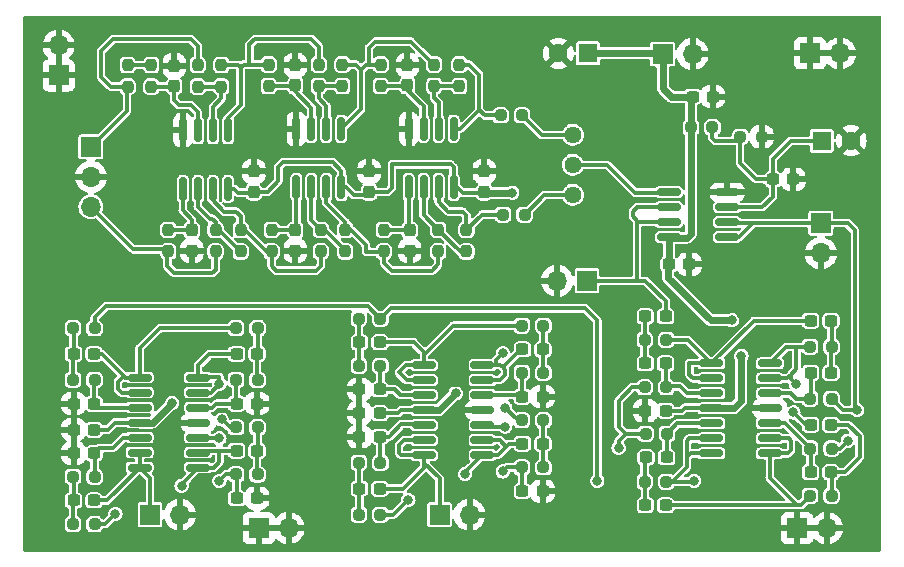
<source format=gbr>
%TF.GenerationSoftware,KiCad,Pcbnew,(6.0.10)*%
%TF.CreationDate,2023-01-04T10:23:57-08:00*%
%TF.ProjectId,audioFilters,61756469-6f46-4696-9c74-6572732e6b69,rev?*%
%TF.SameCoordinates,PX6422c40PY7459280*%
%TF.FileFunction,Copper,L1,Top*%
%TF.FilePolarity,Positive*%
%FSLAX46Y46*%
G04 Gerber Fmt 4.6, Leading zero omitted, Abs format (unit mm)*
G04 Created by KiCad (PCBNEW (6.0.10)) date 2023-01-04 10:23:57*
%MOMM*%
%LPD*%
G01*
G04 APERTURE LIST*
G04 Aperture macros list*
%AMRoundRect*
0 Rectangle with rounded corners*
0 $1 Rounding radius*
0 $2 $3 $4 $5 $6 $7 $8 $9 X,Y pos of 4 corners*
0 Add a 4 corners polygon primitive as box body*
4,1,4,$2,$3,$4,$5,$6,$7,$8,$9,$2,$3,0*
0 Add four circle primitives for the rounded corners*
1,1,$1+$1,$2,$3*
1,1,$1+$1,$4,$5*
1,1,$1+$1,$6,$7*
1,1,$1+$1,$8,$9*
0 Add four rect primitives between the rounded corners*
20,1,$1+$1,$2,$3,$4,$5,0*
20,1,$1+$1,$4,$5,$6,$7,0*
20,1,$1+$1,$6,$7,$8,$9,0*
20,1,$1+$1,$8,$9,$2,$3,0*%
G04 Aperture macros list end*
%TA.AperFunction,SMDPad,CuDef*%
%ADD10RoundRect,0.237500X0.237500X-0.250000X0.237500X0.250000X-0.237500X0.250000X-0.237500X-0.250000X0*%
%TD*%
%TA.AperFunction,SMDPad,CuDef*%
%ADD11RoundRect,0.150000X0.825000X0.150000X-0.825000X0.150000X-0.825000X-0.150000X0.825000X-0.150000X0*%
%TD*%
%TA.AperFunction,SMDPad,CuDef*%
%ADD12RoundRect,0.237500X0.300000X0.237500X-0.300000X0.237500X-0.300000X-0.237500X0.300000X-0.237500X0*%
%TD*%
%TA.AperFunction,ComponentPad*%
%ADD13R,1.700000X1.700000*%
%TD*%
%TA.AperFunction,ComponentPad*%
%ADD14O,1.700000X1.700000*%
%TD*%
%TA.AperFunction,SMDPad,CuDef*%
%ADD15RoundRect,0.237500X0.250000X0.237500X-0.250000X0.237500X-0.250000X-0.237500X0.250000X-0.237500X0*%
%TD*%
%TA.AperFunction,SMDPad,CuDef*%
%ADD16RoundRect,0.237500X-0.300000X-0.237500X0.300000X-0.237500X0.300000X0.237500X-0.300000X0.237500X0*%
%TD*%
%TA.AperFunction,SMDPad,CuDef*%
%ADD17RoundRect,0.237500X0.237500X-0.300000X0.237500X0.300000X-0.237500X0.300000X-0.237500X-0.300000X0*%
%TD*%
%TA.AperFunction,SMDPad,CuDef*%
%ADD18RoundRect,0.237500X-0.250000X-0.237500X0.250000X-0.237500X0.250000X0.237500X-0.250000X0.237500X0*%
%TD*%
%TA.AperFunction,SMDPad,CuDef*%
%ADD19RoundRect,0.237500X-0.237500X0.300000X-0.237500X-0.300000X0.237500X-0.300000X0.237500X0.300000X0*%
%TD*%
%TA.AperFunction,SMDPad,CuDef*%
%ADD20RoundRect,0.150000X-0.150000X0.825000X-0.150000X-0.825000X0.150000X-0.825000X0.150000X0.825000X0*%
%TD*%
%TA.AperFunction,SMDPad,CuDef*%
%ADD21RoundRect,0.237500X-0.237500X0.250000X-0.237500X-0.250000X0.237500X-0.250000X0.237500X0.250000X0*%
%TD*%
%TA.AperFunction,ComponentPad*%
%ADD22R,1.600000X1.600000*%
%TD*%
%TA.AperFunction,ComponentPad*%
%ADD23C,1.600000*%
%TD*%
%TA.AperFunction,SMDPad,CuDef*%
%ADD24RoundRect,0.150000X-0.825000X-0.150000X0.825000X-0.150000X0.825000X0.150000X-0.825000X0.150000X0*%
%TD*%
%TA.AperFunction,ComponentPad*%
%ADD25C,1.440000*%
%TD*%
%TA.AperFunction,ViaPad*%
%ADD26C,0.800000*%
%TD*%
%TA.AperFunction,Conductor*%
%ADD27C,0.609600*%
%TD*%
%TA.AperFunction,Conductor*%
%ADD28C,0.304800*%
%TD*%
%TA.AperFunction,Conductor*%
%ADD29C,0.203200*%
%TD*%
G04 APERTURE END LIST*
D10*
%TO.P,R20,1*%
%TO.N,Net-(R16-Pad2)*%
X37125000Y39627500D03*
%TO.P,R20,2*%
%TO.N,Net-(R20-Pad2)*%
X37125000Y41452500D03*
%TD*%
D11*
%TO.P,U4,1*%
%TO.N,VBIAS*%
X59800000Y26835000D03*
%TO.P,U4,2,-*%
X59800000Y28105000D03*
%TO.P,U4,3,+*%
%TO.N,Net-(C8-Pad1)*%
X59800000Y29375000D03*
%TO.P,U4,4,V-*%
%TO.N,GND*%
X59800000Y30645000D03*
%TO.P,U4,5,+*%
%TO.N,Net-(RV1-Pad2)*%
X54850000Y30645000D03*
%TO.P,U4,6,-*%
%TO.N,allPass_out*%
X54850000Y29375000D03*
%TO.P,U4,7*%
X54850000Y28105000D03*
%TO.P,U4,8,V+*%
%TO.N,VCC5*%
X54850000Y26835000D03*
%TD*%
D12*
%TO.P,C25,1*%
%TO.N,Net-(C23-Pad2)*%
X68587500Y15340000D03*
%TO.P,C25,2*%
%TO.N,Net-(C25-Pad2)*%
X66862500Y15340000D03*
%TD*%
D13*
%TO.P,J4,1,Pin_1*%
%TO.N,NARROW*%
X35440000Y3340000D03*
D14*
%TO.P,J4,2,Pin_2*%
%TO.N,GND*%
X37980000Y3340000D03*
%TD*%
D15*
%TO.P,R40,1*%
%TO.N,VBIAS*%
X68637500Y8940000D03*
%TO.P,R40,2*%
%TO.N,Net-(C31-Pad2)*%
X66812500Y8940000D03*
%TD*%
D10*
%TO.P,R13,1*%
%TO.N,Net-(R12-Pad1)*%
X21225000Y25627500D03*
%TO.P,R13,2*%
%TO.N,Net-(C12-Pad1)*%
X21225000Y27452500D03*
%TD*%
D16*
%TO.P,C20,1*%
%TO.N,Net-(C20-Pad1)*%
X4462500Y16940000D03*
%TO.P,C20,2*%
%TO.N,Net-(C20-Pad2)*%
X6187500Y16940000D03*
%TD*%
D13*
%TO.P,J8,1,Pin_1*%
%TO.N,GND*%
X65725000Y2200000D03*
D14*
%TO.P,J8,2,Pin_2*%
X68265000Y2200000D03*
%TD*%
D15*
%TO.P,R38,1*%
%TO.N,Net-(C34-Pad1)*%
X44237500Y7340000D03*
%TO.P,R38,2*%
%TO.N,Net-(C32-Pad1)*%
X42412500Y7340000D03*
%TD*%
D17*
%TO.P,C11,1*%
%TO.N,Net-(C11-Pad1)*%
X23225000Y39677500D03*
%TO.P,C11,2*%
%TO.N,GND*%
X23225000Y41402500D03*
%TD*%
%TO.P,C7,1*%
%TO.N,VCC5*%
X39225000Y30677500D03*
%TO.P,C7,2*%
%TO.N,GND*%
X39225000Y32402500D03*
%TD*%
D16*
%TO.P,C19,1*%
%TO.N,Net-(C19-Pad1)*%
X28662500Y17940000D03*
%TO.P,C19,2*%
%TO.N,Net-(C19-Pad2)*%
X30387500Y17940000D03*
%TD*%
D17*
%TO.P,C6,1*%
%TO.N,VCC5*%
X29475000Y30677500D03*
%TO.P,C6,2*%
%TO.N,GND*%
X29475000Y32402500D03*
%TD*%
D15*
%TO.P,R9,1*%
%TO.N,GND*%
X62725000Y35340000D03*
%TO.P,R9,2*%
%TO.N,Net-(C8-Pad1)*%
X60900000Y35340000D03*
%TD*%
D16*
%TO.P,C23,1*%
%TO.N,Net-(C23-Pad1)*%
X66862500Y19740000D03*
%TO.P,C23,2*%
%TO.N,Net-(C23-Pad2)*%
X68587500Y19740000D03*
%TD*%
D12*
%TO.P,C36,1*%
%TO.N,Net-(C36-Pad1)*%
X54587500Y4140000D03*
%TO.P,C36,2*%
%TO.N,Net-(C36-Pad2)*%
X52862500Y4140000D03*
%TD*%
%TO.P,C29,1*%
%TO.N,Net-(C29-Pad1)*%
X19987500Y16940000D03*
%TO.P,C29,2*%
%TO.N,Net-(C29-Pad2)*%
X18262500Y16940000D03*
%TD*%
D16*
%TO.P,C16,1*%
%TO.N,Net-(C15-Pad2)*%
X52862500Y16140000D03*
%TO.P,C16,2*%
%TO.N,Net-(C16-Pad2)*%
X54587500Y16140000D03*
%TD*%
D18*
%TO.P,R46,1*%
%TO.N,VBIAS*%
X52887500Y10200000D03*
%TO.P,R46,2*%
%TO.N,Net-(C37-Pad2)*%
X54712500Y10200000D03*
%TD*%
D10*
%TO.P,R1,1*%
%TO.N,Net-(J2-Pad1)*%
X9027500Y39587500D03*
%TO.P,R1,2*%
%TO.N,Net-(R1-Pad2)*%
X9027500Y41412500D03*
%TD*%
D12*
%TO.P,C18,1*%
%TO.N,Net-(C18-Pad1)*%
X6187500Y12740000D03*
%TO.P,C18,2*%
%TO.N,GND*%
X4462500Y12740000D03*
%TD*%
D18*
%TO.P,R37,1*%
%TO.N,Net-(C29-Pad2)*%
X18212500Y10740000D03*
%TO.P,R37,2*%
%TO.N,Net-(C35-Pad1)*%
X20037500Y10740000D03*
%TD*%
D19*
%TO.P,C14,1*%
%TO.N,Net-(C14-Pad1)*%
X32925000Y27402500D03*
%TO.P,C14,2*%
%TO.N,GND*%
X32925000Y25677500D03*
%TD*%
D13*
%TO.P,J2,1,Pin_1*%
%TO.N,Net-(J2-Pad1)*%
X5925000Y34480000D03*
D14*
%TO.P,J2,2,Pin_2*%
%TO.N,GND*%
X5925000Y31940000D03*
%TO.P,J2,3,Pin_3*%
%TO.N,Net-(J2-Pad3)*%
X5925000Y29400000D03*
%TD*%
D18*
%TO.P,R31,1*%
%TO.N,Net-(C20-Pad2)*%
X18212500Y19140000D03*
%TO.P,R31,2*%
%TO.N,Net-(C29-Pad1)*%
X20037500Y19140000D03*
%TD*%
D15*
%TO.P,R42,1*%
%TO.N,Net-(C34-Pad2)*%
X30437500Y3340000D03*
%TO.P,R42,2*%
%TO.N,Net-(C40-Pad1)*%
X28612500Y3340000D03*
%TD*%
D16*
%TO.P,C27,1*%
%TO.N,Net-(C27-Pad1)*%
X18262500Y12740000D03*
%TO.P,C27,2*%
%TO.N,GND*%
X19987500Y12740000D03*
%TD*%
D15*
%TO.P,R33,1*%
%TO.N,Net-(C29-Pad1)*%
X20037500Y14740000D03*
%TO.P,R33,2*%
%TO.N,Net-(C27-Pad1)*%
X18212500Y14740000D03*
%TD*%
D13*
%TO.P,J10,1,Pin_1*%
%TO.N,GND*%
X20125000Y2200000D03*
D14*
%TO.P,J10,2,Pin_2*%
X22665000Y2200000D03*
%TD*%
D15*
%TO.P,R34,1*%
%TO.N,VBIAS*%
X68637500Y13140000D03*
%TO.P,R34,2*%
%TO.N,Net-(C25-Pad2)*%
X66812500Y13140000D03*
%TD*%
D13*
%TO.P,J6,1,Pin_1*%
%TO.N,allPass_out*%
X47925000Y23140000D03*
D14*
%TO.P,J6,2,Pin_2*%
%TO.N,GND*%
X45385000Y23140000D03*
%TD*%
D13*
%TO.P,J5,1,Pin_1*%
%TO.N,WIDE*%
X10925000Y3340000D03*
D14*
%TO.P,J5,2,Pin_2*%
%TO.N,GND*%
X13465000Y3340000D03*
%TD*%
D18*
%TO.P,R36,1*%
%TO.N,Net-(C28-Pad2)*%
X42412500Y11340000D03*
%TO.P,R36,2*%
%TO.N,Net-(C34-Pad1)*%
X44237500Y11340000D03*
%TD*%
D16*
%TO.P,C30,1*%
%TO.N,Net-(C30-Pad1)*%
X66862500Y10940000D03*
%TO.P,C30,2*%
%TO.N,Net-(C30-Pad2)*%
X68587500Y10940000D03*
%TD*%
D20*
%TO.P,U3,1*%
%TO.N,Net-(R20-Pad2)*%
X36630000Y36015000D03*
%TO.P,U3,2,-*%
%TO.N,Net-(R16-Pad2)*%
X35360000Y36015000D03*
%TO.P,U3,3,+*%
%TO.N,Net-(C13-Pad1)*%
X34090000Y36015000D03*
%TO.P,U3,4,V-*%
%TO.N,GND*%
X32820000Y36015000D03*
%TO.P,U3,5,+*%
%TO.N,Net-(C14-Pad1)*%
X32820000Y31065000D03*
%TO.P,U3,6,-*%
%TO.N,Net-(R18-Pad2)*%
X34090000Y31065000D03*
%TO.P,U3,7*%
%TO.N,Net-(R21-Pad2)*%
X35360000Y31065000D03*
%TO.P,U3,8,V+*%
%TO.N,VCC5*%
X36630000Y31065000D03*
%TD*%
D16*
%TO.P,C41,1*%
%TO.N,Net-(C41-Pad1)*%
X4462500Y4540000D03*
%TO.P,C41,2*%
%TO.N,WIDE*%
X6187500Y4540000D03*
%TD*%
D10*
%TO.P,R12,1*%
%TO.N,Net-(R12-Pad1)*%
X25387500Y25627500D03*
%TO.P,R12,2*%
%TO.N,Net-(R12-Pad2)*%
X25387500Y27452500D03*
%TD*%
D21*
%TO.P,R17,1*%
%TO.N,Net-(R14-Pad2)*%
X30475000Y41452500D03*
%TO.P,R17,2*%
%TO.N,Net-(C13-Pad1)*%
X30475000Y39627500D03*
%TD*%
%TO.P,R3,1*%
%TO.N,Net-(R1-Pad2)*%
X11045000Y41412500D03*
%TO.P,R3,2*%
%TO.N,Net-(C4-Pad1)*%
X11045000Y39587500D03*
%TD*%
D12*
%TO.P,C15,1*%
%TO.N,allPass_out*%
X54587500Y20140000D03*
%TO.P,C15,2*%
%TO.N,Net-(C15-Pad2)*%
X52862500Y20140000D03*
%TD*%
D15*
%TO.P,R25,1*%
%TO.N,Net-(R24-Pad1)*%
X6237500Y19140000D03*
%TO.P,R25,2*%
%TO.N,Net-(C20-Pad1)*%
X4412500Y19140000D03*
%TD*%
D16*
%TO.P,C21,1*%
%TO.N,GND*%
X52862500Y12140000D03*
%TO.P,C21,2*%
%TO.N,VCC5*%
X54587500Y12140000D03*
%TD*%
D18*
%TO.P,R47,1*%
%TO.N,Net-(C36-Pad2)*%
X52812500Y6140000D03*
%TO.P,R47,2*%
%TO.N,Net-(R24-Pad1)*%
X54637500Y6140000D03*
%TD*%
D10*
%TO.P,R21,1*%
%TO.N,Net-(R18-Pad2)*%
X37725000Y25627500D03*
%TO.P,R21,2*%
%TO.N,Net-(R21-Pad2)*%
X37725000Y27452500D03*
%TD*%
D16*
%TO.P,C22,1*%
%TO.N,GND*%
X28662500Y11940000D03*
%TO.P,C22,2*%
%TO.N,VCC5*%
X30387500Y11940000D03*
%TD*%
%TO.P,C37,1*%
%TO.N,Net-(C36-Pad2)*%
X52937500Y8200000D03*
%TO.P,C37,2*%
%TO.N,Net-(C37-Pad2)*%
X54662500Y8200000D03*
%TD*%
D15*
%TO.P,R43,1*%
%TO.N,Net-(C35-Pad2)*%
X6237500Y2540000D03*
%TO.P,R43,2*%
%TO.N,Net-(C41-Pad1)*%
X4412500Y2540000D03*
%TD*%
%TO.P,R24,1*%
%TO.N,Net-(R24-Pad1)*%
X30437500Y19940000D03*
%TO.P,R24,2*%
%TO.N,Net-(C19-Pad1)*%
X28612500Y19940000D03*
%TD*%
D17*
%TO.P,C13,1*%
%TO.N,Net-(C13-Pad1)*%
X32725000Y39677500D03*
%TO.P,C13,2*%
%TO.N,GND*%
X32725000Y41402500D03*
%TD*%
D15*
%TO.P,R32,1*%
%TO.N,Net-(C28-Pad1)*%
X44237500Y15340000D03*
%TO.P,R32,2*%
%TO.N,Net-(C26-Pad1)*%
X42412500Y15340000D03*
%TD*%
D12*
%TO.P,C31,1*%
%TO.N,Net-(C30-Pad2)*%
X68587500Y6940000D03*
%TO.P,C31,2*%
%TO.N,Net-(C31-Pad2)*%
X66862500Y6940000D03*
%TD*%
D18*
%TO.P,R6,1*%
%TO.N,VCC5*%
X56725000Y36140000D03*
%TO.P,R6,2*%
%TO.N,Net-(C8-Pad1)*%
X58550000Y36140000D03*
%TD*%
D12*
%TO.P,C38,1*%
%TO.N,Net-(C38-Pad1)*%
X30387500Y9940000D03*
%TO.P,C38,2*%
%TO.N,GND*%
X28662500Y9940000D03*
%TD*%
%TO.P,C34,1*%
%TO.N,Net-(C34-Pad1)*%
X44187500Y9340000D03*
%TO.P,C34,2*%
%TO.N,Net-(C34-Pad2)*%
X42462500Y9340000D03*
%TD*%
D16*
%TO.P,C2,1*%
%TO.N,VCC5*%
X56862500Y38740000D03*
%TO.P,C2,2*%
%TO.N,GND*%
X58587500Y38740000D03*
%TD*%
D21*
%TO.P,R10,1*%
%TO.N,Net-(R10-Pad1)*%
X25225000Y41452500D03*
%TO.P,R10,2*%
%TO.N,Net-(R10-Pad2)*%
X25225000Y39627500D03*
%TD*%
D18*
%TO.P,R44,1*%
%TO.N,Net-(C40-Pad1)*%
X28612500Y7740000D03*
%TO.P,R44,2*%
%TO.N,Net-(C38-Pad1)*%
X30437500Y7740000D03*
%TD*%
D10*
%TO.P,R4,1*%
%TO.N,Net-(J2-Pad3)*%
X16475000Y25627500D03*
%TO.P,R4,2*%
%TO.N,Net-(R4-Pad2)*%
X16475000Y27452500D03*
%TD*%
D13*
%TO.P,J9,1,Pin_1*%
%TO.N,GND*%
X66800000Y42400000D03*
D14*
%TO.P,J9,2,Pin_2*%
X69340000Y42400000D03*
%TD*%
D16*
%TO.P,C26,1*%
%TO.N,Net-(C26-Pad1)*%
X42462500Y13340000D03*
%TO.P,C26,2*%
%TO.N,GND*%
X44187500Y13340000D03*
%TD*%
D17*
%TO.P,C3,1*%
%TO.N,VCC5*%
X19725000Y30677500D03*
%TO.P,C3,2*%
%TO.N,GND*%
X19725000Y32402500D03*
%TD*%
D20*
%TO.P,U1,1*%
%TO.N,Net-(R10-Pad1)*%
X17510000Y35875000D03*
%TO.P,U1,2,-*%
%TO.N,Net-(R2-Pad2)*%
X16240000Y35875000D03*
%TO.P,U1,3,+*%
%TO.N,Net-(C4-Pad1)*%
X14970000Y35875000D03*
%TO.P,U1,4,V-*%
%TO.N,GND*%
X13700000Y35875000D03*
%TO.P,U1,5,+*%
%TO.N,Net-(C5-Pad1)*%
X13700000Y30925000D03*
%TO.P,U1,6,-*%
%TO.N,Net-(R4-Pad2)*%
X14970000Y30925000D03*
%TO.P,U1,7*%
%TO.N,Net-(R12-Pad1)*%
X16240000Y30925000D03*
%TO.P,U1,8,V+*%
%TO.N,VCC5*%
X17510000Y30925000D03*
%TD*%
D13*
%TO.P,J7,1,Pin_1*%
%TO.N,GND*%
X3200000Y40525000D03*
D14*
%TO.P,J7,2,Pin_2*%
X3200000Y43065000D03*
%TD*%
D18*
%TO.P,R29,1*%
%TO.N,Net-(C15-Pad2)*%
X52812500Y18140000D03*
%TO.P,R29,2*%
%TO.N,Net-(C23-Pad1)*%
X54637500Y18140000D03*
%TD*%
D17*
%TO.P,C4,1*%
%TO.N,Net-(C4-Pad1)*%
X12975000Y39637500D03*
%TO.P,C4,2*%
%TO.N,GND*%
X12975000Y41362500D03*
%TD*%
D18*
%TO.P,R22,1*%
%TO.N,Net-(R20-Pad2)*%
X40612500Y37140000D03*
%TO.P,R22,2*%
%TO.N,Net-(R22-Pad2)*%
X42437500Y37140000D03*
%TD*%
D22*
%TO.P,C9,1*%
%TO.N,Net-(C8-Pad1)*%
X67794888Y35000000D03*
D23*
%TO.P,C9,2*%
%TO.N,GND*%
X70294888Y35000000D03*
%TD*%
D12*
%TO.P,C17,1*%
%TO.N,Net-(C17-Pad1)*%
X30387500Y13940000D03*
%TO.P,C17,2*%
%TO.N,GND*%
X28662500Y13940000D03*
%TD*%
D16*
%TO.P,C24,1*%
%TO.N,GND*%
X4462500Y10540000D03*
%TO.P,C24,2*%
%TO.N,VCC5*%
X6187500Y10540000D03*
%TD*%
%TO.P,C33,1*%
%TO.N,Net-(C33-Pad1)*%
X18262500Y4740000D03*
%TO.P,C33,2*%
%TO.N,GND*%
X19987500Y4740000D03*
%TD*%
D18*
%TO.P,R45,1*%
%TO.N,Net-(C41-Pad1)*%
X4412500Y6540000D03*
%TO.P,R45,2*%
%TO.N,Net-(C39-Pad1)*%
X6237500Y6540000D03*
%TD*%
%TO.P,R27,1*%
%TO.N,Net-(C20-Pad1)*%
X4412500Y14740000D03*
%TO.P,R27,2*%
%TO.N,Net-(C18-Pad1)*%
X6237500Y14740000D03*
%TD*%
D19*
%TO.P,C5,1*%
%TO.N,Net-(C5-Pad1)*%
X14475000Y27402500D03*
%TO.P,C5,2*%
%TO.N,GND*%
X14475000Y25677500D03*
%TD*%
D10*
%TO.P,R7,1*%
%TO.N,Net-(R2-Pad2)*%
X16975000Y39587500D03*
%TO.P,R7,2*%
%TO.N,Net-(R10-Pad1)*%
X16975000Y41412500D03*
%TD*%
D16*
%TO.P,C8,1*%
%TO.N,Net-(C8-Pad1)*%
X63662500Y31740000D03*
%TO.P,C8,2*%
%TO.N,GND*%
X65387500Y31740000D03*
%TD*%
D21*
%TO.P,R11,1*%
%TO.N,Net-(R10-Pad1)*%
X20975000Y41452500D03*
%TO.P,R11,2*%
%TO.N,Net-(C11-Pad1)*%
X20975000Y39627500D03*
%TD*%
D24*
%TO.P,U5,1*%
%TO.N,Net-(C23-Pad1)*%
X58450000Y16150000D03*
%TO.P,U5,2,-*%
X58450000Y14880000D03*
%TO.P,U5,3,+*%
%TO.N,Net-(C16-Pad2)*%
X58450000Y13610000D03*
%TO.P,U5,4,V+*%
%TO.N,VCC5*%
X58450000Y12340000D03*
%TO.P,U5,5,+*%
%TO.N,Net-(C37-Pad2)*%
X58450000Y11070000D03*
%TO.P,U5,6,-*%
%TO.N,Net-(R24-Pad1)*%
X58450000Y9800000D03*
%TO.P,U5,7*%
X58450000Y8530000D03*
%TO.P,U5,8*%
%TO.N,Net-(C36-Pad1)*%
X63400000Y8530000D03*
%TO.P,U5,9,-*%
X63400000Y9800000D03*
%TO.P,U5,10,+*%
%TO.N,Net-(C31-Pad2)*%
X63400000Y11070000D03*
%TO.P,U5,11,V-*%
%TO.N,GND*%
X63400000Y12340000D03*
%TO.P,U5,12,+*%
%TO.N,Net-(C25-Pad2)*%
X63400000Y13610000D03*
%TO.P,U5,13,-*%
%TO.N,Net-(C30-Pad1)*%
X63400000Y14880000D03*
%TO.P,U5,14*%
X63400000Y16150000D03*
%TD*%
D13*
%TO.P,J1,1,Pin_1*%
%TO.N,VCC5*%
X54325000Y42340000D03*
D14*
%TO.P,J1,2,Pin_2*%
%TO.N,GND*%
X56865000Y42340000D03*
%TD*%
D12*
%TO.P,C28,1*%
%TO.N,Net-(C28-Pad1)*%
X44187500Y17340000D03*
%TO.P,C28,2*%
%TO.N,Net-(C28-Pad2)*%
X42462500Y17340000D03*
%TD*%
D10*
%TO.P,R14,1*%
%TO.N,Net-(R10-Pad2)*%
X27225000Y39627500D03*
%TO.P,R14,2*%
%TO.N,Net-(R14-Pad2)*%
X27225000Y41452500D03*
%TD*%
%TO.P,R19,1*%
%TO.N,Net-(R15-Pad2)*%
X30725000Y25627500D03*
%TO.P,R19,2*%
%TO.N,Net-(C14-Pad1)*%
X30725000Y27452500D03*
%TD*%
D24*
%TO.P,U7,1*%
%TO.N,Net-(C20-Pad2)*%
X10050000Y14950000D03*
%TO.P,U7,2,-*%
X10050000Y13680000D03*
%TO.P,U7,3,+*%
%TO.N,Net-(C18-Pad1)*%
X10050000Y12410000D03*
%TO.P,U7,4,V+*%
%TO.N,VCC5*%
X10050000Y11140000D03*
%TO.P,U7,5,+*%
%TO.N,Net-(C39-Pad1)*%
X10050000Y9870000D03*
%TO.P,U7,6,-*%
%TO.N,WIDE*%
X10050000Y8600000D03*
%TO.P,U7,7*%
X10050000Y7330000D03*
%TO.P,U7,8*%
%TO.N,Net-(C35-Pad2)*%
X15000000Y7330000D03*
%TO.P,U7,9,-*%
X15000000Y8600000D03*
%TO.P,U7,10,+*%
%TO.N,Net-(C33-Pad1)*%
X15000000Y9870000D03*
%TO.P,U7,11,V-*%
%TO.N,GND*%
X15000000Y11140000D03*
%TO.P,U7,12,+*%
%TO.N,Net-(C27-Pad1)*%
X15000000Y12410000D03*
%TO.P,U7,13,-*%
%TO.N,Net-(C29-Pad2)*%
X15000000Y13680000D03*
%TO.P,U7,14*%
X15000000Y14950000D03*
%TD*%
D16*
%TO.P,C10,1*%
%TO.N,VCC5*%
X54862500Y24540000D03*
%TO.P,C10,2*%
%TO.N,GND*%
X56587500Y24540000D03*
%TD*%
D10*
%TO.P,R18,1*%
%TO.N,Net-(R15-Pad2)*%
X35325000Y25627500D03*
%TO.P,R18,2*%
%TO.N,Net-(R18-Pad2)*%
X35325000Y27452500D03*
%TD*%
D20*
%TO.P,U2,1*%
%TO.N,Net-(R14-Pad2)*%
X27130000Y36015000D03*
%TO.P,U2,2,-*%
%TO.N,Net-(R10-Pad2)*%
X25860000Y36015000D03*
%TO.P,U2,3,+*%
%TO.N,Net-(C11-Pad1)*%
X24590000Y36015000D03*
%TO.P,U2,4,V-*%
%TO.N,GND*%
X23320000Y36015000D03*
%TO.P,U2,5,+*%
%TO.N,Net-(C12-Pad1)*%
X23320000Y31065000D03*
%TO.P,U2,6,-*%
%TO.N,Net-(R12-Pad2)*%
X24590000Y31065000D03*
%TO.P,U2,7*%
%TO.N,Net-(R15-Pad2)*%
X25860000Y31065000D03*
%TO.P,U2,8,V+*%
%TO.N,VCC5*%
X27130000Y31065000D03*
%TD*%
D18*
%TO.P,R26,1*%
%TO.N,Net-(C19-Pad1)*%
X28612500Y15940000D03*
%TO.P,R26,2*%
%TO.N,Net-(C17-Pad1)*%
X30437500Y15940000D03*
%TD*%
D24*
%TO.P,U6,1*%
%TO.N,Net-(C19-Pad2)*%
X34125000Y16010000D03*
%TO.P,U6,2,-*%
X34125000Y14740000D03*
%TO.P,U6,3,+*%
%TO.N,Net-(C17-Pad1)*%
X34125000Y13470000D03*
%TO.P,U6,4,V+*%
%TO.N,VCC5*%
X34125000Y12200000D03*
%TO.P,U6,5,+*%
%TO.N,Net-(C38-Pad1)*%
X34125000Y10930000D03*
%TO.P,U6,6,-*%
%TO.N,NARROW*%
X34125000Y9660000D03*
%TO.P,U6,7*%
X34125000Y8390000D03*
%TO.P,U6,8*%
%TO.N,Net-(C34-Pad2)*%
X39075000Y8390000D03*
%TO.P,U6,9,-*%
X39075000Y9660000D03*
%TO.P,U6,10,+*%
%TO.N,Net-(C32-Pad1)*%
X39075000Y10930000D03*
%TO.P,U6,11,V-*%
%TO.N,GND*%
X39075000Y12200000D03*
%TO.P,U6,12,+*%
%TO.N,Net-(C26-Pad1)*%
X39075000Y13470000D03*
%TO.P,U6,13,-*%
%TO.N,Net-(C28-Pad2)*%
X39075000Y14740000D03*
%TO.P,U6,14*%
X39075000Y16010000D03*
%TD*%
D18*
%TO.P,R30,1*%
%TO.N,Net-(C19-Pad2)*%
X42412500Y19340000D03*
%TO.P,R30,2*%
%TO.N,Net-(C28-Pad1)*%
X44237500Y19340000D03*
%TD*%
%TO.P,R23,1*%
%TO.N,Net-(R21-Pad2)*%
X40812500Y28740000D03*
%TO.P,R23,2*%
%TO.N,Net-(R23-Pad2)*%
X42637500Y28740000D03*
%TD*%
D12*
%TO.P,C39,1*%
%TO.N,Net-(C39-Pad1)*%
X6187500Y8540000D03*
%TO.P,C39,2*%
%TO.N,GND*%
X4462500Y8540000D03*
%TD*%
D25*
%TO.P,RV1,1,1*%
%TO.N,Net-(R22-Pad2)*%
X46725000Y35490000D03*
%TO.P,RV1,2,2*%
%TO.N,Net-(RV1-Pad2)*%
X46725000Y32950000D03*
%TO.P,RV1,3,3*%
%TO.N,Net-(R23-Pad2)*%
X46725000Y30410000D03*
%TD*%
D15*
%TO.P,R39,1*%
%TO.N,Net-(C35-Pad1)*%
X20037500Y6740000D03*
%TO.P,R39,2*%
%TO.N,Net-(C33-Pad1)*%
X18212500Y6740000D03*
%TD*%
%TO.P,R35,1*%
%TO.N,Net-(C23-Pad2)*%
X68637500Y17540000D03*
%TO.P,R35,2*%
%TO.N,Net-(C30-Pad1)*%
X66812500Y17540000D03*
%TD*%
D18*
%TO.P,R28,1*%
%TO.N,VBIAS*%
X52812500Y14140000D03*
%TO.P,R28,2*%
%TO.N,Net-(C16-Pad2)*%
X54637500Y14140000D03*
%TD*%
D19*
%TO.P,C12,1*%
%TO.N,Net-(C12-Pad1)*%
X23225000Y27402500D03*
%TO.P,C12,2*%
%TO.N,GND*%
X23225000Y25677500D03*
%TD*%
D10*
%TO.P,R8,1*%
%TO.N,Net-(R4-Pad2)*%
X18600000Y25627500D03*
%TO.P,R8,2*%
%TO.N,Net-(R12-Pad1)*%
X18600000Y27452500D03*
%TD*%
D15*
%TO.P,R41,1*%
%TO.N,Net-(C30-Pad2)*%
X68637500Y4940000D03*
%TO.P,R41,2*%
%TO.N,Net-(C36-Pad1)*%
X66812500Y4940000D03*
%TD*%
D12*
%TO.P,C35,1*%
%TO.N,Net-(C35-Pad1)*%
X19987500Y8740000D03*
%TO.P,C35,2*%
%TO.N,Net-(C35-Pad2)*%
X18262500Y8740000D03*
%TD*%
D21*
%TO.P,R16,1*%
%TO.N,Net-(R14-Pad2)*%
X34975000Y41452500D03*
%TO.P,R16,2*%
%TO.N,Net-(R16-Pad2)*%
X34975000Y39627500D03*
%TD*%
D22*
%TO.P,C1,1*%
%TO.N,VCC5*%
X48005112Y42400000D03*
D23*
%TO.P,C1,2*%
%TO.N,GND*%
X45505112Y42400000D03*
%TD*%
D10*
%TO.P,R15,1*%
%TO.N,Net-(R12-Pad2)*%
X27475000Y25627500D03*
%TO.P,R15,2*%
%TO.N,Net-(R15-Pad2)*%
X27475000Y27452500D03*
%TD*%
D21*
%TO.P,R2,1*%
%TO.N,Net-(J2-Pad1)*%
X14975000Y41412500D03*
%TO.P,R2,2*%
%TO.N,Net-(R2-Pad2)*%
X14975000Y39587500D03*
%TD*%
D10*
%TO.P,R5,1*%
%TO.N,Net-(J2-Pad3)*%
X12475000Y25627500D03*
%TO.P,R5,2*%
%TO.N,Net-(C5-Pad1)*%
X12475000Y27452500D03*
%TD*%
D16*
%TO.P,C32,1*%
%TO.N,Net-(C32-Pad1)*%
X42462500Y5340000D03*
%TO.P,C32,2*%
%TO.N,GND*%
X44187500Y5340000D03*
%TD*%
%TO.P,C40,1*%
%TO.N,Net-(C40-Pad1)*%
X28662500Y5540000D03*
%TO.P,C40,2*%
%TO.N,NARROW*%
X30387500Y5540000D03*
%TD*%
D13*
%TO.P,J3,1,Pin_1*%
%TO.N,VBIAS*%
X67725000Y28015000D03*
D14*
%TO.P,J3,2,Pin_2*%
%TO.N,GND*%
X67725000Y25475000D03*
%TD*%
D26*
%TO.N,VCC5*%
X36800000Y13600000D03*
X41600000Y30600000D03*
X12800000Y12800000D03*
X61000000Y16800000D03*
X60200000Y19800000D03*
%TO.N,GND*%
X21400000Y29200000D03*
X30800000Y33600000D03*
X9000000Y18000000D03*
X24400000Y19000000D03*
X65000000Y30200000D03*
X7600000Y41600000D03*
X45400000Y12400000D03*
X27400000Y11000000D03*
X27400000Y13000000D03*
X12800000Y22400000D03*
X58400000Y24400000D03*
X41000000Y32400000D03*
X23400000Y34200000D03*
X29000000Y24000000D03*
X61200000Y11400000D03*
X48200000Y2000000D03*
X33800000Y19200000D03*
X51800000Y36000000D03*
X44200000Y4000000D03*
X10800000Y27000000D03*
X65200000Y6400000D03*
X21200000Y33600000D03*
X21600000Y12000000D03*
X24600000Y14800000D03*
X31600000Y42600000D03*
X12200000Y42800000D03*
X37200000Y11200000D03*
X32800000Y34200000D03*
X51400000Y11200000D03*
X70600000Y3800000D03*
X60000000Y32000000D03*
X1600000Y21000000D03*
X58800000Y2200000D03*
X64000000Y22800000D03*
X11000000Y38000000D03*
X13800000Y34000000D03*
X3200000Y11600000D03*
X30400000Y29000000D03*
X20000000Y24200000D03*
X27400000Y8800000D03*
X12800000Y10000000D03*
X62800000Y36800000D03*
X63200000Y39400000D03*
X22200000Y42600000D03*
X3000000Y9600000D03*
%TO.N,Net-(C28-Pad2)*%
X41000000Y12400000D03*
X40800000Y17000000D03*
%TO.N,Net-(C29-Pad2)*%
X16800000Y14400000D03*
X17000000Y11400000D03*
%TO.N,Net-(C30-Pad1)*%
X65400000Y12000000D03*
X65600000Y14400000D03*
%TO.N,Net-(C32-Pad1)*%
X40800000Y7000000D03*
X41000000Y10800000D03*
%TO.N,Net-(C33-Pad1)*%
X16800000Y9800000D03*
X16800000Y6200000D03*
%TO.N,Net-(C34-Pad2)*%
X37600000Y6800000D03*
X32800000Y4600000D03*
%TO.N,Net-(C35-Pad2)*%
X8000000Y3400000D03*
X13600000Y5800000D03*
%TO.N,VBIAS*%
X70800000Y12200000D03*
X70000000Y9600000D03*
X50600000Y9000000D03*
%TO.N,Net-(R24-Pad1)*%
X57000000Y6200000D03*
X48800000Y6200000D03*
%TD*%
D27*
%TO.N,VCC5*%
X56725000Y38602500D02*
X56862500Y38740000D01*
X56400000Y26800000D02*
X54885000Y26800000D01*
D28*
X18075000Y30925000D02*
X18400000Y30600000D01*
X7940000Y11140000D02*
X10050000Y11140000D01*
X36630000Y32770000D02*
X36630000Y31065000D01*
X31077500Y30677500D02*
X31400000Y31000000D01*
X39147500Y30600000D02*
X39225000Y30677500D01*
X26400000Y33200000D02*
X27130000Y32470000D01*
D27*
X58400000Y19800000D02*
X54800000Y23400000D01*
X54800000Y23400000D02*
X54800000Y24477500D01*
X54850000Y26835000D02*
X54850000Y24552500D01*
D28*
X31940000Y11940000D02*
X32200000Y12200000D01*
X21800000Y32800000D02*
X22200000Y33200000D01*
D27*
X56725000Y36140000D02*
X56725000Y27125000D01*
X54885000Y26800000D02*
X54850000Y26835000D01*
X54325000Y39475000D02*
X55060000Y38740000D01*
D28*
X56200000Y12400000D02*
X58390000Y12400000D01*
X27535000Y31065000D02*
X28200000Y30400000D01*
X27130000Y31065000D02*
X27535000Y31065000D01*
X60800000Y12800000D02*
X61000000Y13000000D01*
X19725000Y30677500D02*
X20877500Y30677500D01*
D27*
X54265000Y42400000D02*
X54325000Y42340000D01*
X60200000Y19800000D02*
X58400000Y19800000D01*
D28*
X30387500Y11940000D02*
X31940000Y11940000D01*
X36935000Y31065000D02*
X37400000Y30600000D01*
X36630000Y31065000D02*
X36935000Y31065000D01*
D27*
X41600000Y30600000D02*
X39302500Y30600000D01*
D28*
X54850000Y24552500D02*
X54862500Y24540000D01*
D27*
X12800000Y12800000D02*
X11140000Y11140000D01*
X54325000Y42340000D02*
X54325000Y39475000D01*
X56725000Y27125000D02*
X56400000Y26800000D01*
X55060000Y38740000D02*
X56862500Y38740000D01*
D28*
X55940000Y12140000D02*
X56200000Y12400000D01*
X32200000Y12200000D02*
X34125000Y12200000D01*
D27*
X39302500Y30600000D02*
X39225000Y30677500D01*
D28*
X21800000Y31600000D02*
X21800000Y32800000D01*
X17510000Y30925000D02*
X18075000Y30925000D01*
D27*
X36800000Y13600000D02*
X35400000Y12200000D01*
X56725000Y36140000D02*
X56725000Y38602500D01*
D28*
X36400000Y33000000D02*
X36630000Y32770000D01*
X37400000Y30600000D02*
X39147500Y30600000D01*
X20877500Y30677500D02*
X21800000Y31600000D01*
X22200000Y33200000D02*
X26400000Y33200000D01*
X29197500Y30400000D02*
X29475000Y30677500D01*
D27*
X35400000Y12200000D02*
X34125000Y12200000D01*
D28*
X58390000Y12400000D02*
X58450000Y12340000D01*
X27130000Y32470000D02*
X27130000Y31065000D01*
X28200000Y30400000D02*
X29197500Y30400000D01*
X31400000Y31000000D02*
X31400000Y33000000D01*
X19647500Y30600000D02*
X19725000Y30677500D01*
D27*
X60340000Y12340000D02*
X58450000Y12340000D01*
X48005112Y42400000D02*
X54265000Y42400000D01*
D28*
X31400000Y33000000D02*
X36400000Y33000000D01*
X7340000Y10540000D02*
X7940000Y11140000D01*
X18400000Y30600000D02*
X19647500Y30600000D01*
X54587500Y12140000D02*
X55940000Y12140000D01*
X29475000Y30677500D02*
X31077500Y30677500D01*
X6187500Y10540000D02*
X7340000Y10540000D01*
D27*
X60340000Y12340000D02*
X60800000Y12800000D01*
X61000000Y13000000D02*
X61000000Y16800000D01*
X11140000Y11140000D02*
X10050000Y11140000D01*
D28*
X54800000Y24477500D02*
X54862500Y24540000D01*
%TO.N,Net-(C4-Pad1)*%
X14970000Y37430000D02*
X14400000Y38000000D01*
X14400000Y38000000D02*
X13400000Y38000000D01*
X12975000Y38425000D02*
X12975000Y39637500D01*
X13400000Y38000000D02*
X12975000Y38425000D01*
D27*
X12925000Y39587500D02*
X12975000Y39637500D01*
D28*
X14970000Y35875000D02*
X14970000Y37430000D01*
X11045000Y39587500D02*
X12925000Y39587500D01*
%TO.N,Net-(C5-Pad1)*%
X14425000Y27452500D02*
X14475000Y27402500D01*
X14475000Y28325000D02*
X14475000Y27402500D01*
X13700000Y30925000D02*
X13700000Y29100000D01*
X13700000Y29100000D02*
X14475000Y28325000D01*
X12475000Y27452500D02*
X14425000Y27452500D01*
%TO.N,Net-(C11-Pad1)*%
X24600000Y37800000D02*
X24600000Y36025000D01*
X23225000Y39677500D02*
X23225000Y39175000D01*
X24600000Y36025000D02*
X24590000Y36015000D01*
X20975000Y39627500D02*
X23175000Y39627500D01*
X23225000Y39175000D02*
X24600000Y37800000D01*
X23175000Y39627500D02*
X23225000Y39677500D01*
%TO.N,Net-(C12-Pad1)*%
X23175000Y27452500D02*
X23225000Y27402500D01*
X23320000Y27497500D02*
X23225000Y27402500D01*
X21225000Y27452500D02*
X23175000Y27452500D01*
X23320000Y31065000D02*
X23320000Y27497500D01*
%TO.N,Net-(C13-Pad1)*%
X32725000Y39275000D02*
X34090000Y37910000D01*
X32725000Y39677500D02*
X32725000Y39275000D01*
X30475000Y39627500D02*
X32675000Y39627500D01*
X34090000Y37910000D02*
X34090000Y36015000D01*
X32675000Y39627500D02*
X32725000Y39677500D01*
%TO.N,Net-(C14-Pad1)*%
X32820000Y27507500D02*
X32925000Y27402500D01*
X32820000Y31065000D02*
X32820000Y27507500D01*
X32875000Y27452500D02*
X32925000Y27402500D01*
X30725000Y27452500D02*
X32875000Y27452500D01*
%TO.N,allPass_out*%
X51800000Y29000000D02*
X51800000Y28600000D01*
X52140000Y23140000D02*
X52860000Y23140000D01*
X47925000Y23140000D02*
X52140000Y23140000D01*
X52860000Y23140000D02*
X54600000Y21400000D01*
X52200000Y28200000D02*
X52295000Y28105000D01*
X54600000Y21400000D02*
X54600000Y20152500D01*
X52140000Y23140000D02*
X52140000Y28140000D01*
X52295000Y28105000D02*
X54850000Y28105000D01*
X51800000Y28600000D02*
X52200000Y28200000D01*
X54850000Y29375000D02*
X52175000Y29375000D01*
X52175000Y29375000D02*
X51800000Y29000000D01*
X54600000Y20152500D02*
X54587500Y20140000D01*
X52140000Y28140000D02*
X52200000Y28200000D01*
%TO.N,Net-(C15-Pad2)*%
X52812500Y16190000D02*
X52862500Y16140000D01*
X52812500Y18140000D02*
X52812500Y16190000D01*
X52862500Y20140000D02*
X52862500Y18190000D01*
X52862500Y18190000D02*
X52812500Y18140000D01*
%TO.N,Net-(C16-Pad2)*%
X58450000Y13610000D02*
X56390000Y13610000D01*
X55800000Y14200000D02*
X54697500Y14200000D01*
X54697500Y14200000D02*
X54637500Y14140000D01*
X56390000Y13610000D02*
X55800000Y14200000D01*
X54587500Y14190000D02*
X54637500Y14140000D01*
X54587500Y16140000D02*
X54587500Y14190000D01*
%TO.N,Net-(C17-Pad1)*%
X30387500Y13940000D02*
X31660000Y13940000D01*
X32130000Y13470000D02*
X34125000Y13470000D01*
X30437500Y13990000D02*
X30387500Y13940000D01*
X31660000Y13940000D02*
X32130000Y13470000D01*
X30437500Y15940000D02*
X30437500Y13990000D01*
%TO.N,Net-(C18-Pad1)*%
X6517500Y12410000D02*
X6187500Y12740000D01*
X6187500Y14690000D02*
X6237500Y14740000D01*
X10050000Y12410000D02*
X6517500Y12410000D01*
X6187500Y12740000D02*
X6187500Y14690000D01*
%TO.N,Net-(C19-Pad1)*%
X28612500Y17990000D02*
X28662500Y17940000D01*
X28662500Y15990000D02*
X28612500Y15940000D01*
X28612500Y19940000D02*
X28612500Y17990000D01*
X28662500Y17940000D02*
X28662500Y15990000D01*
%TO.N,Net-(C19-Pad2)*%
X30387500Y17940000D02*
X33260000Y17940000D01*
X34125000Y17075000D02*
X34125000Y16875000D01*
X32660000Y14740000D02*
X32000000Y15400000D01*
X34125000Y14740000D02*
X32660000Y14740000D01*
X36590000Y19340000D02*
X34125000Y16875000D01*
X32000000Y15400000D02*
X32610000Y16010000D01*
X34125000Y16875000D02*
X34125000Y16010000D01*
X42412500Y19340000D02*
X36590000Y19340000D01*
X32610000Y16010000D02*
X34125000Y16010000D01*
X33260000Y17940000D02*
X34125000Y17075000D01*
%TO.N,Net-(C20-Pad1)*%
X4462500Y16940000D02*
X4462500Y19090000D01*
X4412500Y14740000D02*
X4412500Y16890000D01*
X4412500Y16890000D02*
X4462500Y16940000D01*
X4462500Y19090000D02*
X4412500Y19140000D01*
%TO.N,Net-(C20-Pad2)*%
X8200000Y14600000D02*
X8700000Y15100000D01*
X10050000Y13680000D02*
X8520000Y13680000D01*
X8200000Y14000000D02*
X8200000Y14600000D01*
X10050000Y17450000D02*
X11740000Y19140000D01*
X8520000Y13680000D02*
X8200000Y14000000D01*
X11740000Y19140000D02*
X18212500Y19140000D01*
X8850000Y14950000D02*
X10050000Y14950000D01*
X8700000Y15100000D02*
X8850000Y14950000D01*
X10050000Y14950000D02*
X10050000Y17450000D01*
X6187500Y16940000D02*
X6860000Y16940000D01*
X6860000Y16940000D02*
X8700000Y15100000D01*
%TO.N,Net-(C23-Pad1)*%
X56920000Y14880000D02*
X58450000Y14880000D01*
X58400000Y16200000D02*
X56600000Y16200000D01*
X66862500Y19740000D02*
X62040000Y19740000D01*
X62040000Y19740000D02*
X58450000Y16150000D01*
X58450000Y16150000D02*
X58400000Y16200000D01*
X54637500Y18140000D02*
X56460000Y18140000D01*
X56600000Y16200000D02*
X56600000Y15200000D01*
X56600000Y15200000D02*
X56920000Y14880000D01*
X56460000Y18140000D02*
X58450000Y16150000D01*
%TO.N,Net-(C23-Pad2)*%
X68587500Y15340000D02*
X68587500Y17490000D01*
X68637500Y19690000D02*
X68587500Y19740000D01*
X68637500Y17540000D02*
X68637500Y19690000D01*
X68587500Y17490000D02*
X68637500Y17540000D01*
%TO.N,Net-(C25-Pad2)*%
X65660000Y13140000D02*
X65190000Y13610000D01*
X66862500Y15340000D02*
X66862500Y13190000D01*
X66812500Y13140000D02*
X65660000Y13140000D01*
X65190000Y13610000D02*
X63400000Y13610000D01*
X66862500Y13190000D02*
X66812500Y13140000D01*
%TO.N,Net-(C26-Pad1)*%
X42412500Y13390000D02*
X42462500Y13340000D01*
X42412500Y15340000D02*
X42412500Y13390000D01*
X42332500Y13470000D02*
X39075000Y13470000D01*
X42462500Y13340000D02*
X42332500Y13470000D01*
%TO.N,Net-(C27-Pad1)*%
X18212500Y14740000D02*
X18212500Y12790000D01*
X15000000Y12410000D02*
X16210000Y12410000D01*
X18212500Y12790000D02*
X18262500Y12740000D01*
X16540000Y12740000D02*
X18262500Y12740000D01*
X16210000Y12410000D02*
X16540000Y12740000D01*
%TO.N,Net-(C28-Pad1)*%
X44237500Y17390000D02*
X44187500Y17340000D01*
X44187500Y17340000D02*
X44187500Y15390000D01*
X44237500Y19340000D02*
X44237500Y17390000D01*
X44187500Y15390000D02*
X44237500Y15340000D01*
%TO.N,Net-(C28-Pad2)*%
X40540000Y14740000D02*
X41000000Y15200000D01*
X39075000Y14740000D02*
X40540000Y14740000D01*
X41000000Y15200000D02*
X41000000Y15600000D01*
X40210000Y16010000D02*
X39075000Y16010000D01*
X41000000Y15600000D02*
X40800000Y15800000D01*
X40800000Y17000000D02*
X40210000Y16410000D01*
X42462500Y17340000D02*
X42340000Y17340000D01*
X40800000Y15800000D02*
X40590000Y16010000D01*
X40210000Y16410000D02*
X40210000Y16010000D01*
X40590000Y16010000D02*
X40210000Y16010000D01*
X42340000Y17340000D02*
X40800000Y15800000D01*
X42060000Y11340000D02*
X41000000Y12400000D01*
X42412500Y11340000D02*
X42060000Y11340000D01*
%TO.N,Net-(C29-Pad1)*%
X19987500Y14790000D02*
X20037500Y14740000D01*
X19987500Y16940000D02*
X19987500Y14790000D01*
X20037500Y19140000D02*
X20037500Y16990000D01*
X20037500Y16990000D02*
X19987500Y16940000D01*
%TO.N,Net-(C29-Pad2)*%
X15000000Y16000000D02*
X15000000Y14950000D01*
X15940000Y16940000D02*
X15000000Y16000000D01*
X17660000Y10740000D02*
X17000000Y11400000D01*
X15000000Y13680000D02*
X16080000Y13680000D01*
X16800000Y15000000D02*
X15050000Y15000000D01*
X15050000Y15000000D02*
X15000000Y14950000D01*
X16080000Y13680000D02*
X16800000Y14400000D01*
X18262500Y16940000D02*
X15940000Y16940000D01*
X18212500Y10740000D02*
X17660000Y10740000D01*
X16800000Y14400000D02*
X16800000Y15000000D01*
%TO.N,Net-(C30-Pad1)*%
X64790000Y17540000D02*
X63400000Y16150000D01*
X66812500Y17540000D02*
X65660000Y17540000D01*
X66460000Y10940000D02*
X65400000Y12000000D01*
X65660000Y15660000D02*
X65660000Y17540000D01*
X64880000Y14880000D02*
X65200000Y15200000D01*
X66862500Y10940000D02*
X66460000Y10940000D01*
X65660000Y17540000D02*
X64790000Y17540000D01*
X65200000Y15200000D02*
X65660000Y15660000D01*
X65200000Y14800000D02*
X65200000Y15200000D01*
X65600000Y14400000D02*
X65200000Y14800000D01*
X63400000Y14880000D02*
X64880000Y14880000D01*
%TO.N,Net-(C30-Pad2)*%
X71000000Y10000000D02*
X70060000Y10940000D01*
X68637500Y4940000D02*
X68637500Y6890000D01*
X71000000Y8200000D02*
X71000000Y10000000D01*
X68587500Y6940000D02*
X69740000Y6940000D01*
X70060000Y10940000D02*
X68587500Y10940000D01*
X69740000Y6940000D02*
X71000000Y8200000D01*
X68637500Y6890000D02*
X68587500Y6940000D01*
%TO.N,Net-(C31-Pad2)*%
X64730000Y11070000D02*
X63400000Y11070000D01*
X66862500Y6940000D02*
X66862500Y8890000D01*
X66812500Y8940000D02*
X66812500Y8987500D01*
X66862500Y8890000D02*
X66812500Y8940000D01*
X66812500Y8987500D02*
X64730000Y11070000D01*
%TO.N,Net-(C32-Pad1)*%
X42412500Y7340000D02*
X41140000Y7340000D01*
X42462500Y5340000D02*
X42462500Y7290000D01*
X41000000Y10800000D02*
X39205000Y10800000D01*
X41140000Y7340000D02*
X40800000Y7000000D01*
X39205000Y10800000D02*
X39075000Y10930000D01*
X42462500Y7290000D02*
X42412500Y7340000D01*
%TO.N,Net-(C33-Pad1)*%
X17340000Y6740000D02*
X16800000Y6200000D01*
X15070000Y9800000D02*
X15000000Y9870000D01*
X18262500Y4740000D02*
X18262500Y6690000D01*
X18262500Y6690000D02*
X18212500Y6740000D01*
X16800000Y9800000D02*
X15070000Y9800000D01*
X18212500Y6740000D02*
X17340000Y6740000D01*
%TO.N,Net-(C34-Pad1)*%
X44237500Y9290000D02*
X44187500Y9340000D01*
X44237500Y7340000D02*
X44237500Y9290000D01*
X44187500Y9340000D02*
X44187500Y11290000D01*
X44187500Y11290000D02*
X44237500Y11340000D01*
%TO.N,Net-(C34-Pad2)*%
X39075000Y8390000D02*
X40390000Y8390000D01*
X39075000Y9660000D02*
X40540000Y9660000D01*
X40390000Y8390000D02*
X41100000Y9100000D01*
X37600000Y6800000D02*
X37600000Y6915000D01*
X40540000Y9660000D02*
X41100000Y9100000D01*
X41100000Y9100000D02*
X41340000Y9340000D01*
X31540000Y3340000D02*
X32800000Y4600000D01*
X37600000Y6915000D02*
X39075000Y8390000D01*
X30437500Y3340000D02*
X31540000Y3340000D01*
X41340000Y9340000D02*
X42462500Y9340000D01*
%TO.N,Net-(C35-Pad1)*%
X20037500Y8790000D02*
X19987500Y8740000D01*
X19987500Y6790000D02*
X20037500Y6740000D01*
X19987500Y8740000D02*
X19987500Y6790000D01*
X20037500Y10740000D02*
X20037500Y8790000D01*
%TO.N,Net-(C35-Pad2)*%
X15140000Y8740000D02*
X15000000Y8600000D01*
X16800000Y7800000D02*
X16800000Y8600000D01*
X13600000Y5930000D02*
X15000000Y7330000D01*
X16660000Y8740000D02*
X15140000Y8740000D01*
X18262500Y8740000D02*
X16660000Y8740000D01*
X15000000Y7330000D02*
X16330000Y7330000D01*
X16800000Y8600000D02*
X16660000Y8740000D01*
X13600000Y5800000D02*
X13600000Y5930000D01*
X7140000Y2540000D02*
X8000000Y3400000D01*
X6237500Y2540000D02*
X7140000Y2540000D01*
X16330000Y7330000D02*
X16800000Y7800000D01*
%TO.N,Net-(C36-Pad1)*%
X63400000Y8530000D02*
X64930000Y8530000D01*
X54587500Y4140000D02*
X65740000Y4140000D01*
X65000000Y9800000D02*
X63400000Y9800000D01*
X66012500Y4140000D02*
X66812500Y4940000D01*
X65200000Y8800000D02*
X65200000Y9600000D01*
X63400000Y6480000D02*
X65740000Y4140000D01*
X64930000Y8530000D02*
X65200000Y8800000D01*
X65740000Y4140000D02*
X66012500Y4140000D01*
X63400000Y8530000D02*
X63400000Y6480000D01*
X65200000Y9600000D02*
X65000000Y9800000D01*
%TO.N,Net-(C36-Pad2)*%
X52812500Y8075000D02*
X52937500Y8200000D01*
X52862500Y4140000D02*
X52862500Y6090000D01*
X52862500Y6090000D02*
X52812500Y6140000D01*
X52812500Y6140000D02*
X52812500Y8075000D01*
%TO.N,Net-(C37-Pad2)*%
X54712500Y10200000D02*
X55582500Y11070000D01*
D29*
X54662500Y10150000D02*
X54712500Y10200000D01*
D28*
X54662500Y8200000D02*
X54662500Y10150000D01*
X56470000Y11070000D02*
X58450000Y11070000D01*
X55582500Y11070000D02*
X56470000Y11070000D01*
%TO.N,Net-(C38-Pad1)*%
X31140000Y9940000D02*
X32200000Y11000000D01*
X32200000Y11000000D02*
X34055000Y11000000D01*
X30387500Y9940000D02*
X31140000Y9940000D01*
X34055000Y11000000D02*
X34125000Y10930000D01*
X30437500Y9890000D02*
X30387500Y9940000D01*
X30437500Y7740000D02*
X30437500Y9890000D01*
%TO.N,Net-(C39-Pad1)*%
X6237500Y8490000D02*
X6187500Y8540000D01*
X8670000Y9870000D02*
X10050000Y9870000D01*
X7800000Y9000000D02*
X8670000Y9870000D01*
X6187500Y8540000D02*
X6647500Y9000000D01*
X6237500Y6540000D02*
X6237500Y8490000D01*
X6647500Y9000000D02*
X7800000Y9000000D01*
%TO.N,Net-(C40-Pad1)*%
X28662500Y5540000D02*
X28662500Y3390000D01*
X28612500Y7740000D02*
X28612500Y5590000D01*
X28662500Y3390000D02*
X28612500Y3340000D01*
X28612500Y5590000D02*
X28662500Y5540000D01*
%TO.N,NARROW*%
X35440000Y3340000D02*
X35440000Y6410000D01*
X34125000Y7325000D02*
X34125000Y7725000D01*
X35440000Y6410000D02*
X34125000Y7725000D01*
X32210000Y8390000D02*
X34125000Y8390000D01*
X32000000Y9200000D02*
X32000000Y8600000D01*
X30387500Y5540000D02*
X32340000Y5540000D01*
X34125000Y7725000D02*
X34125000Y8390000D01*
X34125000Y9660000D02*
X32460000Y9660000D01*
X32460000Y9660000D02*
X32000000Y9200000D01*
X32000000Y8600000D02*
X32210000Y8390000D01*
X32340000Y5540000D02*
X34125000Y7325000D01*
%TO.N,Net-(C41-Pad1)*%
X4462500Y6490000D02*
X4412500Y6540000D01*
X4412500Y2540000D02*
X4412500Y4490000D01*
X4412500Y4490000D02*
X4462500Y4540000D01*
X4462500Y4540000D02*
X4462500Y6490000D01*
%TO.N,WIDE*%
X7260000Y4540000D02*
X10050000Y7330000D01*
X6187500Y4540000D02*
X7260000Y4540000D01*
X10050000Y7330000D02*
X10925000Y6455000D01*
X10925000Y6455000D02*
X10925000Y3340000D01*
X10050000Y8600000D02*
X10050000Y7330000D01*
%TO.N,Net-(J2-Pad1)*%
X7612500Y39587500D02*
X9027500Y39587500D01*
X5925000Y34480000D02*
X9000000Y37555000D01*
X7800000Y43600000D02*
X6800000Y42600000D01*
X9000000Y37555000D02*
X9000000Y39560000D01*
X6800000Y42600000D02*
X6800000Y40400000D01*
X14400000Y43600000D02*
X7800000Y43600000D01*
X14975000Y43025000D02*
X14400000Y43600000D01*
X14975000Y41412500D02*
X14975000Y43025000D01*
X9000000Y39560000D02*
X9027500Y39587500D01*
X6800000Y40400000D02*
X7612500Y39587500D01*
%TO.N,Net-(J2-Pad3)*%
X16200000Y23800000D02*
X13000000Y23800000D01*
X12302500Y25800000D02*
X12475000Y25627500D01*
X12400000Y24400000D02*
X12400000Y25552500D01*
X16475000Y25627500D02*
X16475000Y24075000D01*
X9525000Y25800000D02*
X12302500Y25800000D01*
X12400000Y25552500D02*
X12475000Y25627500D01*
X13000000Y23800000D02*
X12400000Y24400000D01*
X16475000Y24075000D02*
X16200000Y23800000D01*
X5925000Y29400000D02*
X9525000Y25800000D01*
%TO.N,VBIAS*%
X51740000Y14140000D02*
X50600000Y13000000D01*
X67725000Y28015000D02*
X61985000Y28015000D01*
X50600000Y9000000D02*
X50600000Y9600000D01*
X70800000Y12200000D02*
X69577500Y12200000D01*
X60805000Y26835000D02*
X61985000Y28015000D01*
X50600000Y10800000D02*
X51200000Y10200000D01*
X69340000Y8940000D02*
X70000000Y9600000D01*
X59800000Y26835000D02*
X60805000Y26835000D01*
X50600000Y9600000D02*
X51200000Y10200000D01*
X68637500Y8940000D02*
X69340000Y8940000D01*
X70600000Y27400000D02*
X69985000Y28015000D01*
X61985000Y28015000D02*
X59890000Y28015000D01*
X69985000Y28015000D02*
X67725000Y28015000D01*
X70800000Y12200000D02*
X70600000Y12400000D01*
X59890000Y28015000D02*
X59800000Y28105000D01*
X51200000Y10200000D02*
X52887500Y10200000D01*
X69577500Y12200000D02*
X68637500Y13140000D01*
X50600000Y13000000D02*
X50600000Y10800000D01*
X70600000Y12400000D02*
X70600000Y27400000D01*
X52812500Y14140000D02*
X51740000Y14140000D01*
%TO.N,Net-(R1-Pad2)*%
X9027500Y41412500D02*
X11045000Y41412500D01*
%TO.N,Net-(R2-Pad2)*%
X16240000Y35875000D02*
X16240000Y37840000D01*
X14975000Y39587500D02*
X16975000Y39587500D01*
X16975000Y38575000D02*
X16975000Y39587500D01*
X16240000Y37840000D02*
X16975000Y38575000D01*
%TO.N,Net-(R4-Pad2)*%
X18572500Y25627500D02*
X16747500Y27452500D01*
X18600000Y25627500D02*
X18572500Y25627500D01*
X16000000Y28400000D02*
X16200000Y28400000D01*
X14970000Y30925000D02*
X14970000Y29430000D01*
X14970000Y29430000D02*
X16000000Y28400000D01*
X16747500Y27452500D02*
X16475000Y27452500D01*
X16475000Y28125000D02*
X16475000Y27452500D01*
X16200000Y28400000D02*
X16475000Y28125000D01*
%TO.N,Net-(R10-Pad1)*%
X17510000Y36910000D02*
X18600000Y38000000D01*
X24600000Y43600000D02*
X19800000Y43600000D01*
X19347500Y43147500D02*
X19347500Y41452500D01*
X18387500Y41412500D02*
X16975000Y41412500D01*
X19347500Y41452500D02*
X18852500Y41452500D01*
X25225000Y41452500D02*
X25225000Y42975000D01*
X19800000Y43600000D02*
X19347500Y43147500D01*
X17510000Y35875000D02*
X17510000Y36910000D01*
X18852500Y41452500D02*
X18600000Y41200000D01*
X18600000Y41200000D02*
X18387500Y41412500D01*
X18600000Y38000000D02*
X18600000Y41200000D01*
X25225000Y42975000D02*
X24600000Y43600000D01*
X20975000Y41452500D02*
X19347500Y41452500D01*
%TO.N,Net-(R12-Pad1)*%
X17200000Y29000000D02*
X18200000Y29000000D01*
X18600000Y28600000D02*
X18600000Y27452500D01*
X21225000Y25627500D02*
X21225000Y24375000D01*
X25400000Y25615000D02*
X25387500Y25627500D01*
X25400000Y24400000D02*
X25400000Y25615000D01*
X16240000Y29960000D02*
X17200000Y29000000D01*
X18600000Y27452500D02*
X18947500Y27452500D01*
X16240000Y30925000D02*
X16240000Y29960000D01*
X25000000Y24000000D02*
X25400000Y24400000D01*
X18947500Y27452500D02*
X20772500Y25627500D01*
X21600000Y24000000D02*
X25000000Y24000000D01*
X20772500Y25627500D02*
X21225000Y25627500D01*
X18200000Y29000000D02*
X18600000Y28600000D01*
X21225000Y24375000D02*
X21600000Y24000000D01*
%TO.N,Net-(R10-Pad2)*%
X25225000Y38575000D02*
X25860000Y37940000D01*
X25225000Y39627500D02*
X25225000Y38575000D01*
X25860000Y37940000D02*
X25860000Y36015000D01*
X27225000Y39627500D02*
X25225000Y39627500D01*
%TO.N,Net-(R12-Pad2)*%
X24590000Y28250000D02*
X25387500Y27452500D01*
X27475000Y25725000D02*
X25747500Y27452500D01*
X27475000Y25627500D02*
X27475000Y25725000D01*
X24590000Y31065000D02*
X24590000Y28250000D01*
X25747500Y27452500D02*
X25387500Y27452500D01*
%TO.N,Net-(R14-Pad2)*%
X29252500Y41452500D02*
X28800000Y41000000D01*
X28347500Y41452500D02*
X28800000Y41000000D01*
X29452500Y41452500D02*
X29252500Y41452500D01*
X28800000Y41000000D02*
X28800000Y37685000D01*
X33027500Y43400000D02*
X30000000Y43400000D01*
X29452500Y42852500D02*
X29452500Y41452500D01*
X27225000Y41452500D02*
X28347500Y41452500D01*
X34975000Y41452500D02*
X33027500Y43400000D01*
X28800000Y37685000D02*
X27130000Y36015000D01*
X30475000Y41452500D02*
X29452500Y41452500D01*
X30000000Y43400000D02*
X29452500Y42852500D01*
%TO.N,Net-(R15-Pad2)*%
X31400000Y24000000D02*
X34800000Y24000000D01*
X34800000Y24000000D02*
X35325000Y24525000D01*
X29200000Y26200000D02*
X29200000Y25600000D01*
X25860000Y31065000D02*
X25860000Y29740000D01*
X25860000Y29740000D02*
X27475000Y28125000D01*
X27475000Y27452500D02*
X27947500Y27452500D01*
X30725000Y25627500D02*
X30725000Y24675000D01*
X29200000Y25600000D02*
X30697500Y25600000D01*
X30725000Y24675000D02*
X31400000Y24000000D01*
X27475000Y28125000D02*
X27475000Y27452500D01*
X30697500Y25600000D02*
X30725000Y25627500D01*
X27947500Y27452500D02*
X29200000Y26200000D01*
X35325000Y24525000D02*
X35325000Y25627500D01*
%TO.N,Net-(R16-Pad2)*%
X35360000Y38240000D02*
X35360000Y36015000D01*
X34975000Y39627500D02*
X34975000Y38625000D01*
X34975000Y38625000D02*
X35360000Y38240000D01*
X37125000Y39627500D02*
X34975000Y39627500D01*
%TO.N,Net-(R18-Pad2)*%
X34090000Y28687500D02*
X35325000Y27452500D01*
X34090000Y31065000D02*
X34090000Y28687500D01*
X37150000Y25627500D02*
X35325000Y27452500D01*
X37725000Y25627500D02*
X37150000Y25627500D01*
%TO.N,Net-(R20-Pad2)*%
X38800000Y37600000D02*
X37215000Y36015000D01*
X40612500Y37140000D02*
X39260000Y37140000D01*
X38800000Y40600000D02*
X38800000Y37600000D01*
X37215000Y36015000D02*
X36630000Y36015000D01*
X37125000Y41452500D02*
X37947500Y41452500D01*
X39260000Y37140000D02*
X38800000Y37600000D01*
X37947500Y41452500D02*
X38800000Y40600000D01*
%TO.N,Net-(R21-Pad2)*%
X35360000Y31065000D02*
X35360000Y29840000D01*
X40812500Y28740000D02*
X39012500Y28740000D01*
X37400000Y29000000D02*
X37725000Y28675000D01*
X37725000Y28675000D02*
X37725000Y27452500D01*
X39012500Y28740000D02*
X37725000Y27452500D01*
X35360000Y29840000D02*
X36200000Y29000000D01*
X36200000Y29000000D02*
X37400000Y29000000D01*
%TO.N,Net-(R22-Pad2)*%
X44087500Y35490000D02*
X46725000Y35490000D01*
X42437500Y37140000D02*
X44087500Y35490000D01*
%TO.N,Net-(R23-Pad2)*%
X44307500Y30410000D02*
X46725000Y30410000D01*
X42637500Y28740000D02*
X44307500Y30410000D01*
%TO.N,Net-(R24-Pad1)*%
X56600000Y9800000D02*
X58450000Y9800000D01*
X7200000Y21000000D02*
X29377500Y21000000D01*
X6237500Y19140000D02*
X6237500Y20037500D01*
X56400000Y8200000D02*
X56400000Y9600000D01*
X56400000Y9600000D02*
X56600000Y9800000D01*
X55140000Y6140000D02*
X56400000Y7400000D01*
X48800000Y19800000D02*
X47800000Y20800000D01*
X56400000Y7400000D02*
X56400000Y8200000D01*
X6237500Y20037500D02*
X7200000Y21000000D01*
X48800000Y6200000D02*
X48800000Y19800000D01*
X31297500Y20800000D02*
X30437500Y19940000D01*
X56940000Y6140000D02*
X57000000Y6200000D01*
X47800000Y20800000D02*
X31297500Y20800000D01*
X58450000Y8530000D02*
X56730000Y8530000D01*
X54637500Y6140000D02*
X56940000Y6140000D01*
X29377500Y21000000D02*
X30437500Y19940000D01*
X54637500Y6140000D02*
X55140000Y6140000D01*
X56730000Y8530000D02*
X56400000Y8200000D01*
%TO.N,Net-(RV1-Pad2)*%
X54805000Y30600000D02*
X54850000Y30645000D01*
X49650000Y32950000D02*
X52000000Y30600000D01*
X46725000Y32950000D02*
X49650000Y32950000D01*
X52000000Y30600000D02*
X54805000Y30600000D01*
%TO.N,Net-(C8-Pad1)*%
X60900000Y33100000D02*
X60900000Y35340000D01*
X59800000Y29375000D02*
X62775000Y29375000D01*
X65200000Y35000000D02*
X67794888Y35000000D01*
X62260000Y31740000D02*
X60900000Y33100000D01*
X63662500Y31740000D02*
X62260000Y31740000D01*
X58550000Y36140000D02*
X58550000Y35250000D01*
X58550000Y35250000D02*
X58800000Y35000000D01*
X60560000Y35000000D02*
X60900000Y35340000D01*
X63662500Y31740000D02*
X63662500Y33462500D01*
X63662500Y33462500D02*
X65200000Y35000000D01*
X58800000Y35000000D02*
X60560000Y35000000D01*
X62775000Y29375000D02*
X63662500Y30262500D01*
X63662500Y30262500D02*
X63662500Y31740000D01*
%TD*%
%TA.AperFunction,Conductor*%
%TO.N,GND*%
G36*
X72754831Y45577087D02*
G01*
X72791376Y45526787D01*
X72796300Y45495700D01*
X72796300Y304300D01*
X72777087Y245169D01*
X72726787Y208624D01*
X72695700Y203700D01*
X304300Y203700D01*
X245169Y222913D01*
X208624Y273213D01*
X203700Y304300D01*
X203700Y1304633D01*
X18767001Y1304633D01*
X18767295Y1299209D01*
X18773067Y1246061D01*
X18775962Y1233888D01*
X18822311Y1110251D01*
X18829128Y1097801D01*
X18907798Y992831D01*
X18917831Y982798D01*
X19022801Y904128D01*
X19035251Y897311D01*
X19158886Y850962D01*
X19171062Y848067D01*
X19224209Y842294D01*
X19229632Y842000D01*
X19855067Y842000D01*
X19867957Y846188D01*
X19871000Y850377D01*
X19871000Y857934D01*
X20379000Y857934D01*
X20383188Y845044D01*
X20387377Y842001D01*
X21020367Y842001D01*
X21025791Y842295D01*
X21078939Y848067D01*
X21091112Y850962D01*
X21214749Y897311D01*
X21227199Y904128D01*
X21332169Y982798D01*
X21342202Y992831D01*
X21420872Y1097801D01*
X21427689Y1110251D01*
X21474038Y1233886D01*
X21478393Y1252202D01*
X21481402Y1251486D01*
X21502017Y1296872D01*
X21556093Y1327555D01*
X21617876Y1320594D01*
X21652311Y1294867D01*
X21708900Y1229539D01*
X21714775Y1223786D01*
X21880234Y1086419D01*
X21886984Y1081693D01*
X22072652Y973197D01*
X22080075Y969641D01*
X22280969Y892927D01*
X22288887Y890627D01*
X22395386Y868960D01*
X22408811Y870489D01*
X22411000Y878803D01*
X22411000Y879301D01*
X22919000Y879301D01*
X22923188Y866411D01*
X22924741Y865283D01*
X22930061Y864785D01*
X22944224Y866599D01*
X22952261Y868308D01*
X23158242Y930105D01*
X23165917Y933113D01*
X23359022Y1027715D01*
X23366105Y1031937D01*
X23541168Y1156808D01*
X23547463Y1162127D01*
X23690467Y1304633D01*
X64367001Y1304633D01*
X64367295Y1299209D01*
X64373067Y1246061D01*
X64375962Y1233888D01*
X64422311Y1110251D01*
X64429128Y1097801D01*
X64507798Y992831D01*
X64517831Y982798D01*
X64622801Y904128D01*
X64635251Y897311D01*
X64758886Y850962D01*
X64771062Y848067D01*
X64824209Y842294D01*
X64829632Y842000D01*
X65455067Y842000D01*
X65467957Y846188D01*
X65471000Y850377D01*
X65471000Y857934D01*
X65979000Y857934D01*
X65983188Y845044D01*
X65987377Y842001D01*
X66620367Y842001D01*
X66625791Y842295D01*
X66678939Y848067D01*
X66691112Y850962D01*
X66814749Y897311D01*
X66827199Y904128D01*
X66932169Y982798D01*
X66942202Y992831D01*
X67020872Y1097801D01*
X67027689Y1110251D01*
X67074038Y1233886D01*
X67078393Y1252202D01*
X67081402Y1251486D01*
X67102017Y1296872D01*
X67156093Y1327555D01*
X67217876Y1320594D01*
X67252311Y1294867D01*
X67308900Y1229539D01*
X67314775Y1223786D01*
X67480234Y1086419D01*
X67486984Y1081693D01*
X67672652Y973197D01*
X67680075Y969641D01*
X67880969Y892927D01*
X67888887Y890627D01*
X67995386Y868960D01*
X68008811Y870489D01*
X68011000Y878803D01*
X68011000Y879301D01*
X68519000Y879301D01*
X68523188Y866411D01*
X68524741Y865283D01*
X68530061Y864785D01*
X68544224Y866599D01*
X68552261Y868308D01*
X68758242Y930105D01*
X68765917Y933113D01*
X68959022Y1027715D01*
X68966105Y1031937D01*
X69141168Y1156808D01*
X69147463Y1162127D01*
X69299794Y1313928D01*
X69305118Y1320184D01*
X69430615Y1494832D01*
X69434851Y1501882D01*
X69530134Y1694671D01*
X69533165Y1702325D01*
X69595680Y1908086D01*
X69597419Y1916132D01*
X69599271Y1930201D01*
X69596801Y1943530D01*
X69595478Y1944786D01*
X69590112Y1946000D01*
X68534933Y1946000D01*
X68522043Y1941812D01*
X68519000Y1937623D01*
X68519000Y879301D01*
X68011000Y879301D01*
X68011000Y1930067D01*
X68006812Y1942957D01*
X68002623Y1946000D01*
X65994933Y1946000D01*
X65982043Y1941812D01*
X65979000Y1937623D01*
X65979000Y857934D01*
X65471000Y857934D01*
X65471000Y1930067D01*
X65466812Y1942957D01*
X65462623Y1946000D01*
X64382934Y1946000D01*
X64370044Y1941812D01*
X64367001Y1937623D01*
X64367001Y1304633D01*
X23690467Y1304633D01*
X23699794Y1313928D01*
X23705118Y1320184D01*
X23830615Y1494832D01*
X23834851Y1501882D01*
X23930134Y1694671D01*
X23933165Y1702325D01*
X23995680Y1908086D01*
X23997419Y1916132D01*
X23999271Y1930201D01*
X23996801Y1943530D01*
X23995478Y1944786D01*
X23990112Y1946000D01*
X22934933Y1946000D01*
X22922043Y1941812D01*
X22919000Y1937623D01*
X22919000Y879301D01*
X22411000Y879301D01*
X22411000Y1930067D01*
X22406812Y1942957D01*
X22402623Y1946000D01*
X20394933Y1946000D01*
X20382043Y1941812D01*
X20379000Y1937623D01*
X20379000Y857934D01*
X19871000Y857934D01*
X19871000Y1930067D01*
X19866812Y1942957D01*
X19862623Y1946000D01*
X18782934Y1946000D01*
X18770044Y1941812D01*
X18767001Y1937623D01*
X18767001Y1304633D01*
X203700Y1304633D01*
X203700Y2249774D01*
X3721300Y2249774D01*
X3721523Y2247419D01*
X3721523Y2247411D01*
X3723642Y2224994D01*
X3724219Y2218893D01*
X3726250Y2213111D01*
X3726250Y2213109D01*
X3742773Y2166059D01*
X3768178Y2093717D01*
X3847000Y1987000D01*
X3953717Y1908178D01*
X3960813Y1905686D01*
X4073109Y1866250D01*
X4073111Y1866250D01*
X4078893Y1864219D01*
X4084992Y1863643D01*
X4084994Y1863642D01*
X4107411Y1861523D01*
X4107419Y1861523D01*
X4109774Y1861300D01*
X4715226Y1861300D01*
X4717581Y1861523D01*
X4717589Y1861523D01*
X4740006Y1863642D01*
X4740008Y1863643D01*
X4746107Y1864219D01*
X4751889Y1866250D01*
X4751891Y1866250D01*
X4864187Y1905686D01*
X4871283Y1908178D01*
X4978000Y1987000D01*
X5056822Y2093717D01*
X5082227Y2166059D01*
X5098750Y2213109D01*
X5098750Y2213111D01*
X5100781Y2218893D01*
X5101358Y2224994D01*
X5103477Y2247411D01*
X5103477Y2247419D01*
X5103700Y2249774D01*
X5546300Y2249774D01*
X5546523Y2247419D01*
X5546523Y2247411D01*
X5548642Y2224994D01*
X5549219Y2218893D01*
X5551250Y2213111D01*
X5551250Y2213109D01*
X5567773Y2166059D01*
X5593178Y2093717D01*
X5672000Y1987000D01*
X5778717Y1908178D01*
X5785813Y1905686D01*
X5898109Y1866250D01*
X5898111Y1866250D01*
X5903893Y1864219D01*
X5909992Y1863643D01*
X5909994Y1863642D01*
X5932411Y1861523D01*
X5932419Y1861523D01*
X5934774Y1861300D01*
X6540226Y1861300D01*
X6542581Y1861523D01*
X6542589Y1861523D01*
X6565006Y1863642D01*
X6565008Y1863643D01*
X6571107Y1864219D01*
X6576889Y1866250D01*
X6576891Y1866250D01*
X6689187Y1905686D01*
X6696283Y1908178D01*
X6803000Y1987000D01*
X6881822Y2093717D01*
X6889870Y2116634D01*
X6927591Y2166059D01*
X6984787Y2183900D01*
X7091275Y2183900D01*
X7112450Y2181646D01*
X7122993Y2179376D01*
X7131248Y2180353D01*
X7155327Y2183203D01*
X7161298Y2183555D01*
X7161298Y2183558D01*
X7165437Y2183900D01*
X7169584Y2183900D01*
X7173672Y2184580D01*
X7173679Y2184581D01*
X7187841Y2186938D01*
X7192531Y2187606D01*
X7232462Y2192332D01*
X7232464Y2192333D01*
X7240722Y2193310D01*
X7247826Y2196721D01*
X7249170Y2197147D01*
X7256942Y2198440D01*
X7299638Y2221478D01*
X7303855Y2223626D01*
X7341885Y2241888D01*
X7341888Y2241890D01*
X7347590Y2244628D01*
X7351600Y2247999D01*
X7353140Y2249539D01*
X7354430Y2250722D01*
X7355482Y2251610D01*
X7361274Y2254735D01*
X7366917Y2260840D01*
X7366920Y2260842D01*
X7395850Y2292139D01*
X7398588Y2294987D01*
X7871864Y2768263D01*
X7927262Y2796489D01*
X7956127Y2796867D01*
X8000000Y2791091D01*
X8006540Y2791952D01*
X8151059Y2810978D01*
X8151061Y2810979D01*
X8157597Y2811839D01*
X8304455Y2872669D01*
X8430564Y2969436D01*
X8451738Y2997030D01*
X8475462Y3027949D01*
X8527331Y3095546D01*
X8530141Y3102328D01*
X8559958Y3174314D01*
X8588161Y3242403D01*
X8595086Y3294999D01*
X8608048Y3393460D01*
X8608048Y3393462D01*
X8608909Y3400000D01*
X8600530Y3463642D01*
X8589022Y3551059D01*
X8589021Y3551061D01*
X8588161Y3557597D01*
X8537555Y3679772D01*
X8529854Y3698364D01*
X8529852Y3698367D01*
X8527331Y3704454D01*
X8455213Y3798440D01*
X8434578Y3825333D01*
X8434577Y3825334D01*
X8430564Y3830564D01*
X8304455Y3927331D01*
X8157597Y3988161D01*
X8151061Y3989021D01*
X8151059Y3989022D01*
X8006540Y4008048D01*
X8000000Y4008909D01*
X7993460Y4008048D01*
X7848941Y3989022D01*
X7848939Y3989021D01*
X7842403Y3988161D01*
X7758112Y3953247D01*
X7701636Y3929854D01*
X7701633Y3929852D01*
X7695546Y3927331D01*
X7569436Y3830564D01*
X7472669Y3704454D01*
X7470148Y3698367D01*
X7470146Y3698364D01*
X7462445Y3679772D01*
X7411839Y3557597D01*
X7410979Y3551061D01*
X7410978Y3551059D01*
X7399470Y3463642D01*
X7391091Y3400000D01*
X7396867Y3356130D01*
X7385538Y3294999D01*
X7368263Y3271865D01*
X7046837Y2950439D01*
X6991439Y2922213D01*
X6930031Y2931939D01*
X6886795Y2974500D01*
X6884315Y2979183D01*
X6881822Y2986283D01*
X6803000Y3093000D01*
X6696283Y3171822D01*
X6660871Y3184258D01*
X6576891Y3213750D01*
X6576889Y3213750D01*
X6571107Y3215781D01*
X6565008Y3216357D01*
X6565006Y3216358D01*
X6542589Y3218477D01*
X6542581Y3218477D01*
X6540226Y3218700D01*
X5934774Y3218700D01*
X5932419Y3218477D01*
X5932411Y3218477D01*
X5909994Y3216358D01*
X5909992Y3216357D01*
X5903893Y3215781D01*
X5898111Y3213750D01*
X5898109Y3213750D01*
X5814129Y3184258D01*
X5778717Y3171822D01*
X5672000Y3093000D01*
X5593178Y2986283D01*
X5590686Y2979187D01*
X5552393Y2870144D01*
X5549219Y2861107D01*
X5548643Y2855008D01*
X5548642Y2855006D01*
X5547237Y2840135D01*
X5546300Y2830226D01*
X5546300Y2249774D01*
X5103700Y2249774D01*
X5103700Y2830226D01*
X5102764Y2840135D01*
X5101358Y2855006D01*
X5101357Y2855008D01*
X5100781Y2861107D01*
X5097608Y2870144D01*
X5059314Y2979187D01*
X5056822Y2986283D01*
X4978000Y3093000D01*
X4871283Y3171822D01*
X4835866Y3184260D01*
X4786443Y3221978D01*
X4768600Y3279176D01*
X4768600Y3767055D01*
X4787813Y3826186D01*
X4838113Y3862731D01*
X4842251Y3863855D01*
X4846107Y3864219D01*
X4851889Y3866250D01*
X4851891Y3866250D01*
X4964187Y3905686D01*
X4971283Y3908178D01*
X5078000Y3987000D01*
X5156822Y4093717D01*
X5179757Y4159026D01*
X5198750Y4213109D01*
X5198750Y4213111D01*
X5200781Y4218893D01*
X5201358Y4224994D01*
X5203477Y4247411D01*
X5203477Y4247419D01*
X5203700Y4249774D01*
X5446300Y4249774D01*
X5446523Y4247419D01*
X5446523Y4247411D01*
X5448642Y4224994D01*
X5449219Y4218893D01*
X5451250Y4213111D01*
X5451250Y4213109D01*
X5470243Y4159026D01*
X5493178Y4093717D01*
X5572000Y3987000D01*
X5678717Y3908178D01*
X5685813Y3905686D01*
X5798109Y3866250D01*
X5798111Y3866250D01*
X5803893Y3864219D01*
X5809992Y3863643D01*
X5809994Y3863642D01*
X5832411Y3861523D01*
X5832419Y3861523D01*
X5834774Y3861300D01*
X6540226Y3861300D01*
X6542581Y3861523D01*
X6542589Y3861523D01*
X6565006Y3863642D01*
X6565008Y3863643D01*
X6571107Y3864219D01*
X6576889Y3866250D01*
X6576891Y3866250D01*
X6689187Y3905686D01*
X6696283Y3908178D01*
X6803000Y3987000D01*
X6881822Y4093717D01*
X6889870Y4116634D01*
X6927591Y4166059D01*
X6984787Y4183900D01*
X7211275Y4183900D01*
X7232450Y4181646D01*
X7242993Y4179376D01*
X7251248Y4180353D01*
X7275327Y4183203D01*
X7281298Y4183555D01*
X7281298Y4183558D01*
X7285437Y4183900D01*
X7289584Y4183900D01*
X7293672Y4184580D01*
X7293679Y4184581D01*
X7307841Y4186938D01*
X7312531Y4187606D01*
X7352462Y4192332D01*
X7352464Y4192333D01*
X7360722Y4193310D01*
X7367826Y4196721D01*
X7369170Y4197147D01*
X7376942Y4198440D01*
X7419638Y4221478D01*
X7423855Y4223626D01*
X7461885Y4241888D01*
X7461888Y4241890D01*
X7467590Y4244628D01*
X7471600Y4247999D01*
X7473140Y4249539D01*
X7474430Y4250722D01*
X7475482Y4251610D01*
X7481274Y4254735D01*
X7486917Y4260840D01*
X7486920Y4260842D01*
X7515849Y4292138D01*
X7518587Y4294986D01*
X9978865Y6755263D01*
X10034263Y6783489D01*
X10095671Y6773763D01*
X10121135Y6755263D01*
X10539435Y6336963D01*
X10567661Y6281565D01*
X10568900Y6265828D01*
X10568900Y4494300D01*
X10549687Y4435169D01*
X10499387Y4398624D01*
X10468300Y4393700D01*
X10054936Y4393700D01*
X9995520Y4381881D01*
X9928140Y4336860D01*
X9883119Y4269480D01*
X9871300Y4210064D01*
X9871300Y2469936D01*
X9883119Y2410520D01*
X9928140Y2343140D01*
X9995520Y2298119D01*
X10054936Y2286300D01*
X11795064Y2286300D01*
X11854480Y2298119D01*
X11921860Y2343140D01*
X11966881Y2410520D01*
X11978700Y2469936D01*
X11978700Y2875434D01*
X11997913Y2934565D01*
X12048213Y2971110D01*
X12110387Y2971110D01*
X12160687Y2934565D01*
X12172509Y2913282D01*
X12247163Y2729431D01*
X12250868Y2722094D01*
X12363236Y2538726D01*
X12368093Y2532091D01*
X12508900Y2369539D01*
X12514775Y2363786D01*
X12680234Y2226419D01*
X12686984Y2221693D01*
X12872652Y2113197D01*
X12880075Y2109641D01*
X13080969Y2032927D01*
X13088887Y2030627D01*
X13195386Y2008960D01*
X13208811Y2010489D01*
X13211000Y2018803D01*
X13211000Y2019301D01*
X13719000Y2019301D01*
X13723188Y2006411D01*
X13724741Y2005283D01*
X13730061Y2004785D01*
X13744224Y2006599D01*
X13752261Y2008308D01*
X13958242Y2070105D01*
X13965917Y2073113D01*
X14159022Y2167715D01*
X14166105Y2171937D01*
X14341168Y2296808D01*
X14347463Y2302127D01*
X14499794Y2453928D01*
X14505118Y2460184D01*
X14630615Y2634832D01*
X14634851Y2641882D01*
X14730134Y2834671D01*
X14733165Y2842325D01*
X14795680Y3048086D01*
X14797419Y3056132D01*
X14799271Y3070201D01*
X14796801Y3083530D01*
X14795478Y3084786D01*
X14790112Y3086000D01*
X13734933Y3086000D01*
X13722043Y3081812D01*
X13719000Y3077623D01*
X13719000Y2019301D01*
X13211000Y2019301D01*
X13211000Y3609933D01*
X13719000Y3609933D01*
X13723188Y3597043D01*
X13727377Y3594000D01*
X14785526Y3594000D01*
X14797669Y3597946D01*
X14798003Y3607757D01*
X14755960Y3775138D01*
X14753310Y3782920D01*
X14667559Y3980135D01*
X14663669Y3987390D01*
X14546860Y4167949D01*
X14541838Y4174472D01*
X14397103Y4333532D01*
X14391094Y4339136D01*
X14222314Y4472430D01*
X14215472Y4476975D01*
X14027196Y4580910D01*
X14019693Y4584281D01*
X13816974Y4656068D01*
X13809019Y4658170D01*
X13734685Y4671411D01*
X13721261Y4669548D01*
X13720835Y4669138D01*
X13719000Y4661807D01*
X13719000Y3609933D01*
X13211000Y3609933D01*
X13211000Y4659080D01*
X13206812Y4671970D01*
X13205795Y4672708D01*
X13199360Y4673232D01*
X13153294Y4666182D01*
X13145281Y4664273D01*
X12940878Y4597465D01*
X12933283Y4594272D01*
X12742533Y4494974D01*
X12735574Y4490592D01*
X12563601Y4361470D01*
X12557448Y4356008D01*
X12408869Y4200529D01*
X12403691Y4194134D01*
X12282508Y4016486D01*
X12278440Y4009327D01*
X12187899Y3814270D01*
X12185054Y3806537D01*
X12176241Y3774759D01*
X12141925Y3722913D01*
X12083688Y3701139D01*
X12023775Y3717754D01*
X11985071Y3766412D01*
X11978700Y3801643D01*
X11978700Y4210064D01*
X11966881Y4269480D01*
X11921860Y4336860D01*
X11854480Y4381881D01*
X11795064Y4393700D01*
X11381700Y4393700D01*
X11322569Y4412913D01*
X11286024Y4463213D01*
X11281100Y4494300D01*
X11281100Y5800000D01*
X12991091Y5800000D01*
X12991952Y5793460D01*
X13009377Y5661107D01*
X13011839Y5642403D01*
X13042329Y5568794D01*
X13068469Y5505686D01*
X13072669Y5495546D01*
X13169436Y5369436D01*
X13295545Y5272669D01*
X13442403Y5211839D01*
X13448939Y5210979D01*
X13448941Y5210978D01*
X13593460Y5191952D01*
X13600000Y5191091D01*
X13606540Y5191952D01*
X13751059Y5210978D01*
X13751061Y5210979D01*
X13757597Y5211839D01*
X13904455Y5272669D01*
X14030564Y5369436D01*
X14127331Y5495546D01*
X14131532Y5505686D01*
X14157671Y5568794D01*
X14188161Y5642403D01*
X14190624Y5661107D01*
X14208048Y5793460D01*
X14208909Y5800000D01*
X14188161Y5957597D01*
X14191097Y5957984D01*
X14193704Y6007799D01*
X14216490Y6042889D01*
X14373601Y6200000D01*
X16191091Y6200000D01*
X16191952Y6193460D01*
X16207129Y6078182D01*
X16211839Y6042403D01*
X16228650Y6001818D01*
X16268469Y5905686D01*
X16272669Y5895546D01*
X16369436Y5769436D01*
X16495545Y5672669D01*
X16642403Y5611839D01*
X16648939Y5610979D01*
X16648941Y5610978D01*
X16793460Y5591952D01*
X16800000Y5591091D01*
X16806540Y5591952D01*
X16951059Y5610978D01*
X16951061Y5610979D01*
X16957597Y5611839D01*
X17104455Y5672669D01*
X17230564Y5769436D01*
X17327331Y5895546D01*
X17331532Y5905686D01*
X17371350Y6001818D01*
X17388161Y6042403D01*
X17392872Y6078182D01*
X17408048Y6193460D01*
X17408909Y6200000D01*
X17408193Y6205436D01*
X17427261Y6264120D01*
X17477561Y6300665D01*
X17539735Y6300665D01*
X17589568Y6264757D01*
X17594023Y6258726D01*
X17647000Y6187000D01*
X17753717Y6108178D01*
X17839133Y6078182D01*
X17888558Y6040462D01*
X17906400Y5983265D01*
X17906400Y5496735D01*
X17887187Y5437604D01*
X17839133Y5401818D01*
X17753717Y5371822D01*
X17647000Y5293000D01*
X17568178Y5186283D01*
X17565686Y5179187D01*
X17527366Y5070067D01*
X17524219Y5061107D01*
X17523643Y5055008D01*
X17523642Y5055006D01*
X17521712Y5034580D01*
X17521300Y5030226D01*
X17521300Y4449774D01*
X17521523Y4447419D01*
X17521523Y4447411D01*
X17523559Y4425877D01*
X17524219Y4418893D01*
X17526250Y4413111D01*
X17526250Y4413109D01*
X17544385Y4361470D01*
X17568178Y4293717D01*
X17647000Y4187000D01*
X17753717Y4108178D01*
X17760813Y4105686D01*
X17873109Y4066250D01*
X17873111Y4066250D01*
X17878893Y4064219D01*
X17884992Y4063643D01*
X17884994Y4063642D01*
X17907411Y4061523D01*
X17907419Y4061523D01*
X17909774Y4061300D01*
X18615226Y4061300D01*
X18617581Y4061523D01*
X18617589Y4061523D01*
X18640006Y4063642D01*
X18640008Y4063643D01*
X18646107Y4064219D01*
X18651889Y4066250D01*
X18651891Y4066250D01*
X18764187Y4105686D01*
X18771283Y4108178D01*
X18878000Y4187000D01*
X18880141Y4184102D01*
X18922040Y4205450D01*
X18983448Y4195724D01*
X19023323Y4159026D01*
X19096205Y4041249D01*
X19103414Y4032155D01*
X19218172Y3917596D01*
X19227285Y3910399D01*
X19365319Y3825314D01*
X19375839Y3820408D01*
X19530085Y3769247D01*
X19540753Y3766961D01*
X19621618Y3758675D01*
X19678483Y3733535D01*
X19709711Y3679772D01*
X19703373Y3617922D01*
X19661892Y3571609D01*
X19611364Y3557999D01*
X19229633Y3557999D01*
X19224209Y3557705D01*
X19171061Y3551933D01*
X19158888Y3549038D01*
X19035251Y3502689D01*
X19022801Y3495872D01*
X18917831Y3417202D01*
X18907798Y3407169D01*
X18829128Y3302199D01*
X18822311Y3289749D01*
X18775962Y3166114D01*
X18773067Y3153938D01*
X18767294Y3100791D01*
X18767000Y3095368D01*
X18767000Y2469933D01*
X18771188Y2457043D01*
X18775377Y2454000D01*
X22395067Y2454000D01*
X22407957Y2458188D01*
X22411000Y2462377D01*
X22411000Y2469933D01*
X22919000Y2469933D01*
X22923188Y2457043D01*
X22927377Y2454000D01*
X23985526Y2454000D01*
X23997669Y2457946D01*
X23998003Y2467757D01*
X23955960Y2635138D01*
X23953310Y2642920D01*
X23867559Y2840135D01*
X23863669Y2847390D01*
X23746860Y3027949D01*
X23741838Y3034472D01*
X23727914Y3049774D01*
X27921300Y3049774D01*
X27924219Y3018893D01*
X27926250Y3013111D01*
X27926250Y3013109D01*
X27953833Y2934565D01*
X27968178Y2893717D01*
X28047000Y2787000D01*
X28153717Y2708178D01*
X28160813Y2705686D01*
X28273109Y2666250D01*
X28273111Y2666250D01*
X28278893Y2664219D01*
X28284992Y2663643D01*
X28284994Y2663642D01*
X28307411Y2661523D01*
X28307419Y2661523D01*
X28309774Y2661300D01*
X28915226Y2661300D01*
X28917581Y2661523D01*
X28917589Y2661523D01*
X28940006Y2663642D01*
X28940008Y2663643D01*
X28946107Y2664219D01*
X28951889Y2666250D01*
X28951891Y2666250D01*
X29064187Y2705686D01*
X29071283Y2708178D01*
X29178000Y2787000D01*
X29256822Y2893717D01*
X29271167Y2934565D01*
X29298750Y3013109D01*
X29298750Y3013111D01*
X29300781Y3018893D01*
X29303700Y3049774D01*
X29303700Y3630226D01*
X29300781Y3661107D01*
X29290745Y3689687D01*
X29259314Y3779187D01*
X29259313Y3779189D01*
X29256822Y3786283D01*
X29178000Y3893000D01*
X29071283Y3971822D01*
X29070046Y3972256D01*
X29028858Y4014760D01*
X29018600Y4059017D01*
X29018600Y4783265D01*
X29037813Y4842396D01*
X29085867Y4878182D01*
X29171283Y4908178D01*
X29278000Y4987000D01*
X29356822Y5093717D01*
X29364870Y5116634D01*
X29398750Y5213109D01*
X29398750Y5213111D01*
X29400781Y5218893D01*
X29401358Y5224994D01*
X29403477Y5247411D01*
X29403477Y5247419D01*
X29403700Y5249774D01*
X29646300Y5249774D01*
X29646523Y5247419D01*
X29646523Y5247411D01*
X29648642Y5224994D01*
X29649219Y5218893D01*
X29651250Y5213111D01*
X29651250Y5213109D01*
X29685130Y5116634D01*
X29693178Y5093717D01*
X29772000Y4987000D01*
X29878717Y4908178D01*
X29885813Y4905686D01*
X29998109Y4866250D01*
X29998111Y4866250D01*
X30003893Y4864219D01*
X30009992Y4863643D01*
X30009994Y4863642D01*
X30032411Y4861523D01*
X30032419Y4861523D01*
X30034774Y4861300D01*
X30740226Y4861300D01*
X30742581Y4861523D01*
X30742589Y4861523D01*
X30765006Y4863642D01*
X30765008Y4863643D01*
X30771107Y4864219D01*
X30776889Y4866250D01*
X30776891Y4866250D01*
X30889187Y4905686D01*
X30896283Y4908178D01*
X31003000Y4987000D01*
X31081822Y5093717D01*
X31089870Y5116634D01*
X31127591Y5166059D01*
X31184787Y5183900D01*
X32283098Y5183900D01*
X32342229Y5164687D01*
X32378774Y5114387D01*
X32378774Y5052213D01*
X32362910Y5022059D01*
X32272669Y4904454D01*
X32270148Y4898367D01*
X32270146Y4898364D01*
X32261787Y4878182D01*
X32211839Y4757597D01*
X32210979Y4751061D01*
X32210978Y4751059D01*
X32193578Y4618893D01*
X32191091Y4600000D01*
X32196867Y4556129D01*
X32185537Y4494998D01*
X32168263Y4471864D01*
X31793133Y4096735D01*
X31421963Y3725565D01*
X31366565Y3697339D01*
X31350828Y3696100D01*
X31184787Y3696100D01*
X31125656Y3715313D01*
X31089870Y3763366D01*
X31084313Y3779189D01*
X31081822Y3786283D01*
X31003000Y3893000D01*
X30896283Y3971822D01*
X30872611Y3980135D01*
X30776891Y4013750D01*
X30776889Y4013750D01*
X30771107Y4015781D01*
X30765008Y4016357D01*
X30765006Y4016358D01*
X30742589Y4018477D01*
X30742581Y4018477D01*
X30740226Y4018700D01*
X30134774Y4018700D01*
X30132419Y4018477D01*
X30132411Y4018477D01*
X30109994Y4016358D01*
X30109992Y4016357D01*
X30103893Y4015781D01*
X30098111Y4013750D01*
X30098109Y4013750D01*
X30002389Y3980135D01*
X29978717Y3971822D01*
X29872000Y3893000D01*
X29793178Y3786283D01*
X29790687Y3779189D01*
X29790686Y3779187D01*
X29759256Y3689687D01*
X29749219Y3661107D01*
X29746300Y3630226D01*
X29746300Y3049774D01*
X29749219Y3018893D01*
X29751250Y3013111D01*
X29751250Y3013109D01*
X29778833Y2934565D01*
X29793178Y2893717D01*
X29872000Y2787000D01*
X29978717Y2708178D01*
X29985813Y2705686D01*
X30098109Y2666250D01*
X30098111Y2666250D01*
X30103893Y2664219D01*
X30109992Y2663643D01*
X30109994Y2663642D01*
X30132411Y2661523D01*
X30132419Y2661523D01*
X30134774Y2661300D01*
X30740226Y2661300D01*
X30742581Y2661523D01*
X30742589Y2661523D01*
X30765006Y2663642D01*
X30765008Y2663643D01*
X30771107Y2664219D01*
X30776889Y2666250D01*
X30776891Y2666250D01*
X30889187Y2705686D01*
X30896283Y2708178D01*
X31003000Y2787000D01*
X31081822Y2893717D01*
X31089870Y2916634D01*
X31127591Y2966059D01*
X31184787Y2983900D01*
X31491275Y2983900D01*
X31512450Y2981646D01*
X31522993Y2979376D01*
X31531248Y2980353D01*
X31555327Y2983203D01*
X31561298Y2983555D01*
X31561298Y2983558D01*
X31565437Y2983900D01*
X31569584Y2983900D01*
X31573672Y2984580D01*
X31573679Y2984581D01*
X31587841Y2986938D01*
X31592531Y2987606D01*
X31632462Y2992332D01*
X31632464Y2992333D01*
X31640722Y2993310D01*
X31647826Y2996721D01*
X31649170Y2997147D01*
X31656942Y2998440D01*
X31699638Y3021478D01*
X31703855Y3023626D01*
X31741885Y3041888D01*
X31741888Y3041890D01*
X31747590Y3044628D01*
X31751600Y3047999D01*
X31753140Y3049539D01*
X31754430Y3050722D01*
X31755482Y3051610D01*
X31761274Y3054735D01*
X31766917Y3060840D01*
X31766920Y3060842D01*
X31795849Y3092138D01*
X31798587Y3094986D01*
X32245667Y3542066D01*
X32671866Y3968264D01*
X32727262Y3996489D01*
X32756127Y3996867D01*
X32800000Y3991091D01*
X32806540Y3991952D01*
X32951059Y4010978D01*
X32951061Y4010979D01*
X32957597Y4011839D01*
X33104455Y4072669D01*
X33230564Y4169436D01*
X33251738Y4197030D01*
X33290847Y4247999D01*
X33327331Y4295546D01*
X33331532Y4305686D01*
X33367719Y4393052D01*
X33388161Y4442403D01*
X33389132Y4449774D01*
X33408048Y4593460D01*
X33408048Y4593462D01*
X33408909Y4600000D01*
X33406422Y4618893D01*
X33389022Y4751059D01*
X33389021Y4751061D01*
X33388161Y4757597D01*
X33338213Y4878182D01*
X33329854Y4898364D01*
X33329852Y4898367D01*
X33327331Y4904454D01*
X33243958Y5013109D01*
X33234578Y5025333D01*
X33234577Y5025334D01*
X33230564Y5030564D01*
X33104455Y5127331D01*
X32957597Y5188161D01*
X32951061Y5189021D01*
X32951059Y5189022D01*
X32806540Y5208048D01*
X32800000Y5208909D01*
X32762745Y5204004D01*
X32701612Y5215334D01*
X32658814Y5260433D01*
X32650698Y5322075D01*
X32678479Y5374878D01*
X33465188Y6161586D01*
X34253865Y6950263D01*
X34309263Y6978489D01*
X34370671Y6968763D01*
X34396135Y6950263D01*
X35054435Y6291963D01*
X35082661Y6236565D01*
X35083900Y6220828D01*
X35083900Y4494300D01*
X35064687Y4435169D01*
X35014387Y4398624D01*
X34983300Y4393700D01*
X34569936Y4393700D01*
X34510520Y4381881D01*
X34443140Y4336860D01*
X34398119Y4269480D01*
X34386300Y4210064D01*
X34386300Y2469936D01*
X34398119Y2410520D01*
X34443140Y2343140D01*
X34510520Y2298119D01*
X34569936Y2286300D01*
X36310064Y2286300D01*
X36369480Y2298119D01*
X36436860Y2343140D01*
X36481881Y2410520D01*
X36493700Y2469936D01*
X36493700Y2875434D01*
X36512913Y2934565D01*
X36563213Y2971110D01*
X36625387Y2971110D01*
X36675687Y2934565D01*
X36687509Y2913282D01*
X36762163Y2729431D01*
X36765868Y2722094D01*
X36878236Y2538726D01*
X36883093Y2532091D01*
X37023900Y2369539D01*
X37029775Y2363786D01*
X37195234Y2226419D01*
X37201984Y2221693D01*
X37387652Y2113197D01*
X37395075Y2109641D01*
X37595969Y2032927D01*
X37603887Y2030627D01*
X37710386Y2008960D01*
X37723811Y2010489D01*
X37726000Y2018803D01*
X37726000Y2019301D01*
X38234000Y2019301D01*
X38238188Y2006411D01*
X38239741Y2005283D01*
X38245061Y2004785D01*
X38259224Y2006599D01*
X38267261Y2008308D01*
X38473242Y2070105D01*
X38480917Y2073113D01*
X38674022Y2167715D01*
X38681105Y2171937D01*
X38856168Y2296808D01*
X38862463Y2302127D01*
X39014794Y2453928D01*
X39020118Y2460184D01*
X39027123Y2469933D01*
X64367000Y2469933D01*
X64371188Y2457043D01*
X64375377Y2454000D01*
X65455067Y2454000D01*
X65467957Y2458188D01*
X65471000Y2462377D01*
X65471000Y2469933D01*
X65979000Y2469933D01*
X65983188Y2457043D01*
X65987377Y2454000D01*
X67995067Y2454000D01*
X68007957Y2458188D01*
X68011000Y2462377D01*
X68011000Y2469933D01*
X68519000Y2469933D01*
X68523188Y2457043D01*
X68527377Y2454000D01*
X69585526Y2454000D01*
X69597669Y2457946D01*
X69598003Y2467757D01*
X69555960Y2635138D01*
X69553310Y2642920D01*
X69467559Y2840135D01*
X69463669Y2847390D01*
X69346860Y3027949D01*
X69341838Y3034472D01*
X69197103Y3193532D01*
X69191094Y3199136D01*
X69022314Y3332430D01*
X69015472Y3336975D01*
X68827196Y3440910D01*
X68819693Y3444281D01*
X68616974Y3516068D01*
X68609019Y3518170D01*
X68534685Y3531411D01*
X68521261Y3529548D01*
X68520835Y3529138D01*
X68519000Y3521807D01*
X68519000Y2469933D01*
X68011000Y2469933D01*
X68011000Y3519080D01*
X68006812Y3531970D01*
X68005795Y3532708D01*
X67999360Y3533232D01*
X67953294Y3526182D01*
X67945281Y3524273D01*
X67740878Y3457465D01*
X67733283Y3454272D01*
X67542533Y3354974D01*
X67535574Y3350592D01*
X67363601Y3221470D01*
X67357448Y3216008D01*
X67248814Y3102328D01*
X67194071Y3072852D01*
X67132457Y3081183D01*
X67087507Y3124137D01*
X67078212Y3148559D01*
X67074038Y3166112D01*
X67027689Y3289749D01*
X67020872Y3302199D01*
X66942202Y3407169D01*
X66932169Y3417202D01*
X66827199Y3495872D01*
X66814749Y3502689D01*
X66691114Y3549038D01*
X66678938Y3551933D01*
X66625791Y3557706D01*
X66620368Y3558000D01*
X65994933Y3558000D01*
X65982043Y3553812D01*
X65979000Y3549623D01*
X65979000Y2469933D01*
X65471000Y2469933D01*
X65471000Y3542066D01*
X65466812Y3554956D01*
X65462623Y3557999D01*
X64829633Y3557999D01*
X64824209Y3557705D01*
X64771061Y3551933D01*
X64758888Y3549038D01*
X64635251Y3502689D01*
X64622801Y3495872D01*
X64517831Y3417202D01*
X64507798Y3407169D01*
X64429128Y3302199D01*
X64422311Y3289749D01*
X64375962Y3166114D01*
X64373067Y3153938D01*
X64367294Y3100791D01*
X64367000Y3095368D01*
X64367000Y2469933D01*
X39027123Y2469933D01*
X39145615Y2634832D01*
X39149851Y2641882D01*
X39245134Y2834671D01*
X39248165Y2842325D01*
X39310680Y3048086D01*
X39312419Y3056132D01*
X39314271Y3070201D01*
X39311801Y3083530D01*
X39310478Y3084786D01*
X39305112Y3086000D01*
X38249933Y3086000D01*
X38237043Y3081812D01*
X38234000Y3077623D01*
X38234000Y2019301D01*
X37726000Y2019301D01*
X37726000Y3609933D01*
X38234000Y3609933D01*
X38238188Y3597043D01*
X38242377Y3594000D01*
X39300526Y3594000D01*
X39312669Y3597946D01*
X39313003Y3607757D01*
X39270960Y3775138D01*
X39268310Y3782920D01*
X39239241Y3849774D01*
X52121300Y3849774D01*
X52121523Y3847419D01*
X52121523Y3847411D01*
X52123559Y3825877D01*
X52124219Y3818893D01*
X52126250Y3813111D01*
X52126250Y3813109D01*
X52142366Y3767218D01*
X52168178Y3693717D01*
X52247000Y3587000D01*
X52353717Y3508178D01*
X52360813Y3505686D01*
X52473109Y3466250D01*
X52473111Y3466250D01*
X52478893Y3464219D01*
X52484992Y3463643D01*
X52484994Y3463642D01*
X52507411Y3461523D01*
X52507419Y3461523D01*
X52509774Y3461300D01*
X53215226Y3461300D01*
X53217581Y3461523D01*
X53217589Y3461523D01*
X53240006Y3463642D01*
X53240008Y3463643D01*
X53246107Y3464219D01*
X53251889Y3466250D01*
X53251891Y3466250D01*
X53364187Y3505686D01*
X53371283Y3508178D01*
X53478000Y3587000D01*
X53556822Y3693717D01*
X53582634Y3767218D01*
X53598750Y3813109D01*
X53598750Y3813111D01*
X53600781Y3818893D01*
X53601441Y3825877D01*
X53603477Y3847411D01*
X53603477Y3847419D01*
X53603700Y3849774D01*
X53846300Y3849774D01*
X53846523Y3847419D01*
X53846523Y3847411D01*
X53848559Y3825877D01*
X53849219Y3818893D01*
X53851250Y3813111D01*
X53851250Y3813109D01*
X53867366Y3767218D01*
X53893178Y3693717D01*
X53972000Y3587000D01*
X54078717Y3508178D01*
X54085813Y3505686D01*
X54198109Y3466250D01*
X54198111Y3466250D01*
X54203893Y3464219D01*
X54209992Y3463643D01*
X54209994Y3463642D01*
X54232411Y3461523D01*
X54232419Y3461523D01*
X54234774Y3461300D01*
X54940226Y3461300D01*
X54942581Y3461523D01*
X54942589Y3461523D01*
X54965006Y3463642D01*
X54965008Y3463643D01*
X54971107Y3464219D01*
X54976889Y3466250D01*
X54976891Y3466250D01*
X55089187Y3505686D01*
X55096283Y3508178D01*
X55203000Y3587000D01*
X55281822Y3693717D01*
X55289870Y3716634D01*
X55327591Y3766059D01*
X55384787Y3783900D01*
X65682877Y3783900D01*
X65689120Y3783507D01*
X65694752Y3781823D01*
X65745633Y3783822D01*
X65749583Y3783900D01*
X65963775Y3783900D01*
X65984950Y3781646D01*
X65995493Y3779376D01*
X66003748Y3780353D01*
X66027827Y3783203D01*
X66033798Y3783555D01*
X66033798Y3783558D01*
X66037937Y3783900D01*
X66042084Y3783900D01*
X66046172Y3784580D01*
X66046179Y3784581D01*
X66060341Y3786938D01*
X66065031Y3787606D01*
X66104962Y3792332D01*
X66104964Y3792333D01*
X66113222Y3793310D01*
X66120326Y3796721D01*
X66121670Y3797147D01*
X66129442Y3798440D01*
X66172138Y3821478D01*
X66176355Y3823626D01*
X66214385Y3841888D01*
X66214388Y3841890D01*
X66220090Y3844628D01*
X66224100Y3847999D01*
X66225640Y3849539D01*
X66226930Y3850722D01*
X66227982Y3851610D01*
X66233774Y3854735D01*
X66239417Y3860840D01*
X66239420Y3860842D01*
X66268349Y3892138D01*
X66271087Y3894986D01*
X66607936Y4231835D01*
X66663334Y4260061D01*
X66679071Y4261300D01*
X67115226Y4261300D01*
X67117581Y4261523D01*
X67117589Y4261523D01*
X67140006Y4263642D01*
X67140008Y4263643D01*
X67146107Y4264219D01*
X67151889Y4266250D01*
X67151891Y4266250D01*
X67264187Y4305686D01*
X67271283Y4308178D01*
X67378000Y4387000D01*
X67456822Y4493717D01*
X67478523Y4555513D01*
X67498750Y4613109D01*
X67498750Y4613111D01*
X67500781Y4618893D01*
X67502131Y4633172D01*
X67503477Y4647411D01*
X67503477Y4647419D01*
X67503700Y4649774D01*
X67503700Y5230226D01*
X67501853Y5249774D01*
X67501358Y5255006D01*
X67501357Y5255008D01*
X67500781Y5261107D01*
X67497608Y5270144D01*
X67459314Y5379187D01*
X67456822Y5386283D01*
X67378000Y5493000D01*
X67271283Y5571822D01*
X67264187Y5574314D01*
X67151891Y5613750D01*
X67151889Y5613750D01*
X67146107Y5615781D01*
X67140008Y5616357D01*
X67140006Y5616358D01*
X67117589Y5618477D01*
X67117581Y5618477D01*
X67115226Y5618700D01*
X66509774Y5618700D01*
X66507419Y5618477D01*
X66507411Y5618477D01*
X66484994Y5616358D01*
X66484992Y5616357D01*
X66478893Y5615781D01*
X66473111Y5613750D01*
X66473109Y5613750D01*
X66360813Y5574314D01*
X66353717Y5571822D01*
X66247000Y5493000D01*
X66168178Y5386283D01*
X66165686Y5379187D01*
X66127393Y5270144D01*
X66124219Y5261107D01*
X66123643Y5255008D01*
X66123642Y5255006D01*
X66123148Y5249774D01*
X66121300Y5230226D01*
X66121300Y4794072D01*
X66102087Y4734941D01*
X66091835Y4722937D01*
X66001054Y4632155D01*
X65947385Y4578486D01*
X65891988Y4550260D01*
X65830579Y4559986D01*
X65805115Y4578486D01*
X64814808Y5568794D01*
X63785565Y6598037D01*
X63757339Y6653435D01*
X63756100Y6669172D01*
X63756100Y7925701D01*
X63775313Y7984832D01*
X63825613Y8021377D01*
X63856700Y8026301D01*
X64258526Y8026301D01*
X64328045Y8036533D01*
X64389877Y8066891D01*
X64426280Y8084764D01*
X64426281Y8084765D01*
X64433744Y8088429D01*
X64441602Y8096300D01*
X64489590Y8144373D01*
X64544963Y8172648D01*
X64560787Y8173900D01*
X64881275Y8173900D01*
X64902450Y8171646D01*
X64912993Y8169376D01*
X64921248Y8170353D01*
X64945327Y8173203D01*
X64951298Y8173555D01*
X64951298Y8173558D01*
X64955437Y8173900D01*
X64959584Y8173900D01*
X64963672Y8174580D01*
X64963679Y8174581D01*
X64977841Y8176938D01*
X64982531Y8177606D01*
X65022462Y8182332D01*
X65022464Y8182333D01*
X65030722Y8183310D01*
X65037826Y8186721D01*
X65039170Y8187147D01*
X65046942Y8188440D01*
X65089638Y8211478D01*
X65093855Y8213626D01*
X65131885Y8231888D01*
X65131888Y8231890D01*
X65137590Y8234628D01*
X65141600Y8237999D01*
X65143140Y8239539D01*
X65144430Y8240722D01*
X65145482Y8241610D01*
X65151274Y8244735D01*
X65156917Y8250840D01*
X65156920Y8250842D01*
X65185850Y8282139D01*
X65188588Y8284987D01*
X65417346Y8513745D01*
X65433910Y8527123D01*
X65442974Y8532975D01*
X65463131Y8558544D01*
X65467104Y8563015D01*
X65467101Y8563017D01*
X65469780Y8566179D01*
X65472720Y8569119D01*
X65483493Y8584195D01*
X65486326Y8587967D01*
X65511220Y8619544D01*
X65511221Y8619547D01*
X65516368Y8626075D01*
X65518976Y8633502D01*
X65519632Y8634764D01*
X65524210Y8641171D01*
X65538123Y8687694D01*
X65539568Y8692138D01*
X65555648Y8737929D01*
X65556100Y8743148D01*
X65556100Y8745315D01*
X65556176Y8747075D01*
X65556292Y8748450D01*
X65558177Y8754752D01*
X65556178Y8805634D01*
X65556100Y8809583D01*
X65556100Y9497429D01*
X65575313Y9556560D01*
X65625613Y9593105D01*
X65687787Y9593105D01*
X65727835Y9568564D01*
X66091835Y9204564D01*
X66120061Y9149166D01*
X66121300Y9133429D01*
X66121300Y8649774D01*
X66121523Y8647419D01*
X66121523Y8647411D01*
X66123540Y8626075D01*
X66124219Y8618893D01*
X66126250Y8613111D01*
X66126250Y8613109D01*
X66156446Y8527125D01*
X66168178Y8493717D01*
X66247000Y8387000D01*
X66353717Y8308178D01*
X66439133Y8278182D01*
X66488558Y8240462D01*
X66506400Y8183265D01*
X66506400Y7696735D01*
X66487187Y7637604D01*
X66439133Y7601818D01*
X66399731Y7587981D01*
X66361964Y7574718D01*
X66353717Y7571822D01*
X66247000Y7493000D01*
X66168178Y7386283D01*
X66165687Y7379189D01*
X66165686Y7379187D01*
X66135127Y7292167D01*
X66124219Y7261107D01*
X66123643Y7255008D01*
X66123642Y7255006D01*
X66121674Y7234180D01*
X66121300Y7230226D01*
X66121300Y6649774D01*
X66121523Y6647419D01*
X66121523Y6647411D01*
X66123378Y6627787D01*
X66124219Y6618893D01*
X66126250Y6613111D01*
X66126250Y6613109D01*
X66160510Y6515552D01*
X66168178Y6493717D01*
X66247000Y6387000D01*
X66353717Y6308178D01*
X66360813Y6305686D01*
X66473109Y6266250D01*
X66473111Y6266250D01*
X66478893Y6264219D01*
X66484992Y6263643D01*
X66484994Y6263642D01*
X66507411Y6261523D01*
X66507419Y6261523D01*
X66509774Y6261300D01*
X67215226Y6261300D01*
X67217581Y6261523D01*
X67217589Y6261523D01*
X67240006Y6263642D01*
X67240008Y6263643D01*
X67246107Y6264219D01*
X67251889Y6266250D01*
X67251891Y6266250D01*
X67364187Y6305686D01*
X67371283Y6308178D01*
X67478000Y6387000D01*
X67556822Y6493717D01*
X67564490Y6515552D01*
X67598750Y6613109D01*
X67598750Y6613111D01*
X67600781Y6618893D01*
X67601622Y6627787D01*
X67603477Y6647411D01*
X67603477Y6647419D01*
X67603700Y6649774D01*
X67846300Y6649774D01*
X67846523Y6647419D01*
X67846523Y6647411D01*
X67848378Y6627787D01*
X67849219Y6618893D01*
X67851250Y6613111D01*
X67851250Y6613109D01*
X67885510Y6515552D01*
X67893178Y6493717D01*
X67972000Y6387000D01*
X68078717Y6308178D01*
X68085813Y6305686D01*
X68198109Y6266250D01*
X68198111Y6266250D01*
X68203893Y6264219D01*
X68204301Y6264180D01*
X68256001Y6233877D01*
X68280916Y6176913D01*
X68281400Y6167055D01*
X68281400Y5679176D01*
X68262187Y5620045D01*
X68214134Y5584260D01*
X68178717Y5571822D01*
X68072000Y5493000D01*
X67993178Y5386283D01*
X67990686Y5379187D01*
X67952393Y5270144D01*
X67949219Y5261107D01*
X67948643Y5255008D01*
X67948642Y5255006D01*
X67948148Y5249774D01*
X67946300Y5230226D01*
X67946300Y4649774D01*
X67946523Y4647419D01*
X67946523Y4647411D01*
X67947869Y4633172D01*
X67949219Y4618893D01*
X67951250Y4613111D01*
X67951250Y4613109D01*
X67971477Y4555513D01*
X67993178Y4493717D01*
X68072000Y4387000D01*
X68178717Y4308178D01*
X68185813Y4305686D01*
X68298109Y4266250D01*
X68298111Y4266250D01*
X68303893Y4264219D01*
X68309992Y4263643D01*
X68309994Y4263642D01*
X68332411Y4261523D01*
X68332419Y4261523D01*
X68334774Y4261300D01*
X68940226Y4261300D01*
X68942581Y4261523D01*
X68942589Y4261523D01*
X68965006Y4263642D01*
X68965008Y4263643D01*
X68971107Y4264219D01*
X68976889Y4266250D01*
X68976891Y4266250D01*
X69089187Y4305686D01*
X69096283Y4308178D01*
X69203000Y4387000D01*
X69281822Y4493717D01*
X69303523Y4555513D01*
X69323750Y4613109D01*
X69323750Y4613111D01*
X69325781Y4618893D01*
X69327131Y4633172D01*
X69328477Y4647411D01*
X69328477Y4647419D01*
X69328700Y4649774D01*
X69328700Y5230226D01*
X69326853Y5249774D01*
X69326358Y5255006D01*
X69326357Y5255008D01*
X69325781Y5261107D01*
X69322608Y5270144D01*
X69284314Y5379187D01*
X69281822Y5386283D01*
X69203000Y5493000D01*
X69096283Y5571822D01*
X69060866Y5584260D01*
X69011443Y5621978D01*
X68993600Y5679176D01*
X68993600Y6200824D01*
X69012813Y6259955D01*
X69060866Y6295740D01*
X69096283Y6308178D01*
X69203000Y6387000D01*
X69281822Y6493717D01*
X69289490Y6515552D01*
X69289870Y6516634D01*
X69327591Y6566059D01*
X69384787Y6583900D01*
X69691275Y6583900D01*
X69712450Y6581646D01*
X69722993Y6579376D01*
X69731248Y6580353D01*
X69755327Y6583203D01*
X69761298Y6583555D01*
X69761298Y6583558D01*
X69765437Y6583900D01*
X69769584Y6583900D01*
X69773672Y6584580D01*
X69773679Y6584581D01*
X69787841Y6586938D01*
X69792531Y6587606D01*
X69832462Y6592332D01*
X69832464Y6592333D01*
X69840722Y6593310D01*
X69847826Y6596721D01*
X69849170Y6597147D01*
X69856942Y6598440D01*
X69899638Y6621478D01*
X69903855Y6623626D01*
X69941885Y6641888D01*
X69941888Y6641890D01*
X69947590Y6644628D01*
X69951600Y6647999D01*
X69953140Y6649539D01*
X69954430Y6650722D01*
X69955482Y6651610D01*
X69961274Y6654735D01*
X69966917Y6660840D01*
X69966920Y6660842D01*
X69995849Y6692138D01*
X69998587Y6694986D01*
X71217349Y7913747D01*
X71233917Y7927127D01*
X71235989Y7928465D01*
X71242974Y7932975D01*
X71263127Y7958539D01*
X71267103Y7963013D01*
X71267101Y7963015D01*
X71269787Y7966185D01*
X71272720Y7969118D01*
X71283504Y7984208D01*
X71286312Y7987949D01*
X71316368Y8026075D01*
X71318978Y8033507D01*
X71319629Y8034760D01*
X71324210Y8041171D01*
X71338115Y8087667D01*
X71339569Y8092141D01*
X71355648Y8137929D01*
X71356100Y8143148D01*
X71356100Y8145315D01*
X71356176Y8147075D01*
X71356292Y8148448D01*
X71358177Y8154751D01*
X71356178Y8205633D01*
X71356100Y8209582D01*
X71356100Y9951271D01*
X71358354Y9972445D01*
X71358875Y9974863D01*
X71358875Y9974871D01*
X71360624Y9982993D01*
X71356797Y10015327D01*
X71356445Y10021298D01*
X71356442Y10021298D01*
X71356100Y10025437D01*
X71356100Y10029584D01*
X71355420Y10033672D01*
X71355419Y10033679D01*
X71353062Y10047841D01*
X71352394Y10052531D01*
X71347668Y10092462D01*
X71347667Y10092464D01*
X71346690Y10100722D01*
X71343279Y10107826D01*
X71342853Y10109170D01*
X71341560Y10116942D01*
X71318518Y10159647D01*
X71316374Y10163855D01*
X71298112Y10201885D01*
X71298110Y10201888D01*
X71295372Y10207590D01*
X71292001Y10211600D01*
X71290461Y10213140D01*
X71289278Y10214430D01*
X71288390Y10215482D01*
X71285265Y10221274D01*
X71279160Y10226917D01*
X71279158Y10226920D01*
X71247862Y10255849D01*
X71245014Y10258587D01*
X70346252Y11157349D01*
X70332875Y11173914D01*
X70327025Y11182974D01*
X70301462Y11203127D01*
X70296987Y11207103D01*
X70296985Y11207101D01*
X70293816Y11209786D01*
X70290882Y11212720D01*
X70275778Y11223514D01*
X70272057Y11226307D01*
X70233925Y11256368D01*
X70226493Y11258978D01*
X70225240Y11259629D01*
X70218829Y11264210D01*
X70172306Y11278123D01*
X70167862Y11279568D01*
X70122071Y11295648D01*
X70116852Y11296100D01*
X70114685Y11296100D01*
X70112925Y11296176D01*
X70111550Y11296292D01*
X70105248Y11298177D01*
X70055864Y11296237D01*
X70054366Y11296178D01*
X70050417Y11296100D01*
X69384787Y11296100D01*
X69325656Y11315313D01*
X69289870Y11363366D01*
X69286659Y11372508D01*
X69281822Y11386283D01*
X69203000Y11493000D01*
X69096283Y11571822D01*
X69085280Y11575686D01*
X68976891Y11613750D01*
X68976889Y11613750D01*
X68971107Y11615781D01*
X68965008Y11616357D01*
X68965006Y11616358D01*
X68942589Y11618477D01*
X68942581Y11618477D01*
X68940226Y11618700D01*
X68234774Y11618700D01*
X68232419Y11618477D01*
X68232411Y11618477D01*
X68209994Y11616358D01*
X68209992Y11616357D01*
X68203893Y11615781D01*
X68198111Y11613750D01*
X68198109Y11613750D01*
X68089720Y11575686D01*
X68078717Y11571822D01*
X67972000Y11493000D01*
X67893178Y11386283D01*
X67890687Y11379189D01*
X67890686Y11379187D01*
X67855429Y11278789D01*
X67849219Y11261107D01*
X67848643Y11255008D01*
X67848642Y11255006D01*
X67847106Y11238751D01*
X67846300Y11230226D01*
X67846300Y10649774D01*
X67846523Y10647419D01*
X67846523Y10647411D01*
X67848323Y10628370D01*
X67849219Y10618893D01*
X67851250Y10613111D01*
X67851250Y10613109D01*
X67864874Y10574314D01*
X67893178Y10493717D01*
X67972000Y10387000D01*
X68078717Y10308178D01*
X68085813Y10305686D01*
X68198109Y10266250D01*
X68198111Y10266250D01*
X68203893Y10264219D01*
X68209992Y10263643D01*
X68209994Y10263642D01*
X68232411Y10261523D01*
X68232419Y10261523D01*
X68234774Y10261300D01*
X68940226Y10261300D01*
X68942581Y10261523D01*
X68942589Y10261523D01*
X68965006Y10263642D01*
X68965008Y10263643D01*
X68971107Y10264219D01*
X68976889Y10266250D01*
X68976891Y10266250D01*
X69089187Y10305686D01*
X69096283Y10308178D01*
X69203000Y10387000D01*
X69281822Y10493717D01*
X69289298Y10515006D01*
X69289870Y10516634D01*
X69327591Y10566059D01*
X69384787Y10583900D01*
X69870829Y10583900D01*
X69929960Y10564687D01*
X69941964Y10554435D01*
X70121520Y10374878D01*
X70149746Y10319480D01*
X70140020Y10258071D01*
X70096056Y10214108D01*
X70037255Y10204004D01*
X70000000Y10208909D01*
X69993460Y10208048D01*
X69848941Y10189022D01*
X69848939Y10189021D01*
X69842403Y10188161D01*
X69763357Y10155419D01*
X69701636Y10129854D01*
X69701633Y10129852D01*
X69695546Y10127331D01*
X69569436Y10030564D01*
X69472669Y9904454D01*
X69470148Y9898367D01*
X69470146Y9898364D01*
X69459034Y9871536D01*
X69411839Y9757597D01*
X69410979Y9751061D01*
X69410978Y9751059D01*
X69397697Y9650180D01*
X69391091Y9600000D01*
X69396867Y9556130D01*
X69385538Y9494999D01*
X69368263Y9471865D01*
X69364816Y9468418D01*
X69309418Y9440192D01*
X69248010Y9449918D01*
X69212762Y9479783D01*
X69207469Y9486949D01*
X69203000Y9493000D01*
X69096283Y9571822D01*
X69068451Y9581596D01*
X68976891Y9613750D01*
X68976889Y9613750D01*
X68971107Y9615781D01*
X68965008Y9616357D01*
X68965006Y9616358D01*
X68942589Y9618477D01*
X68942581Y9618477D01*
X68940226Y9618700D01*
X68334774Y9618700D01*
X68332419Y9618477D01*
X68332411Y9618477D01*
X68309994Y9616358D01*
X68309992Y9616357D01*
X68303893Y9615781D01*
X68298111Y9613750D01*
X68298109Y9613750D01*
X68206549Y9581596D01*
X68178717Y9571822D01*
X68072000Y9493000D01*
X67993178Y9386283D01*
X67990686Y9379187D01*
X67954629Y9276511D01*
X67949219Y9261107D01*
X67948643Y9255008D01*
X67948642Y9255006D01*
X67947106Y9238751D01*
X67946300Y9230226D01*
X67946300Y8649774D01*
X67946523Y8647419D01*
X67946523Y8647411D01*
X67948540Y8626075D01*
X67949219Y8618893D01*
X67951250Y8613111D01*
X67951250Y8613109D01*
X67981446Y8527125D01*
X67993178Y8493717D01*
X68072000Y8387000D01*
X68178717Y8308178D01*
X68185813Y8305686D01*
X68298109Y8266250D01*
X68298111Y8266250D01*
X68303893Y8264219D01*
X68309992Y8263643D01*
X68309994Y8263642D01*
X68332411Y8261523D01*
X68332419Y8261523D01*
X68334774Y8261300D01*
X68940226Y8261300D01*
X68942581Y8261523D01*
X68942589Y8261523D01*
X68965006Y8263642D01*
X68965008Y8263643D01*
X68971107Y8264219D01*
X68976889Y8266250D01*
X68976891Y8266250D01*
X69089187Y8305686D01*
X69096283Y8308178D01*
X69203000Y8387000D01*
X69281822Y8493717D01*
X69290324Y8517927D01*
X69328044Y8567352D01*
X69369851Y8582308D01*
X69369586Y8583900D01*
X69387841Y8586938D01*
X69392531Y8587606D01*
X69432462Y8592332D01*
X69432464Y8592333D01*
X69440722Y8593310D01*
X69447826Y8596721D01*
X69449170Y8597147D01*
X69456942Y8598440D01*
X69499638Y8621478D01*
X69503855Y8623626D01*
X69541885Y8641888D01*
X69541888Y8641890D01*
X69547590Y8644628D01*
X69551600Y8647999D01*
X69553140Y8649539D01*
X69554430Y8650722D01*
X69555482Y8651610D01*
X69561274Y8654735D01*
X69566917Y8660840D01*
X69566920Y8660842D01*
X69595849Y8692138D01*
X69598587Y8694986D01*
X69750301Y8846700D01*
X69871866Y8968264D01*
X69927262Y8996489D01*
X69956127Y8996867D01*
X70000000Y8991091D01*
X70006540Y8991952D01*
X70151059Y9010978D01*
X70151061Y9010979D01*
X70157597Y9011839D01*
X70304455Y9072669D01*
X70430564Y9169436D01*
X70463489Y9212344D01*
X70514727Y9247560D01*
X70576880Y9245933D01*
X70626207Y9208084D01*
X70643900Y9151103D01*
X70643900Y8389171D01*
X70624687Y8330040D01*
X70614435Y8318036D01*
X69621963Y7325565D01*
X69566565Y7297339D01*
X69550828Y7296100D01*
X69384787Y7296100D01*
X69325656Y7315313D01*
X69289870Y7363366D01*
X69284313Y7379189D01*
X69281822Y7386283D01*
X69203000Y7493000D01*
X69096283Y7571822D01*
X69089187Y7574314D01*
X68976891Y7613750D01*
X68976889Y7613750D01*
X68971107Y7615781D01*
X68965008Y7616357D01*
X68965006Y7616358D01*
X68942589Y7618477D01*
X68942581Y7618477D01*
X68940226Y7618700D01*
X68234774Y7618700D01*
X68232419Y7618477D01*
X68232411Y7618477D01*
X68209994Y7616358D01*
X68209992Y7616357D01*
X68203893Y7615781D01*
X68198111Y7613750D01*
X68198109Y7613750D01*
X68085813Y7574314D01*
X68078717Y7571822D01*
X67972000Y7493000D01*
X67893178Y7386283D01*
X67890687Y7379189D01*
X67890686Y7379187D01*
X67860127Y7292167D01*
X67849219Y7261107D01*
X67848643Y7255008D01*
X67848642Y7255006D01*
X67846674Y7234180D01*
X67846300Y7230226D01*
X67846300Y6649774D01*
X67603700Y6649774D01*
X67603700Y7230226D01*
X67603327Y7234180D01*
X67601358Y7255006D01*
X67601357Y7255008D01*
X67600781Y7261107D01*
X67589874Y7292167D01*
X67559314Y7379187D01*
X67559313Y7379189D01*
X67556822Y7386283D01*
X67478000Y7493000D01*
X67371283Y7571822D01*
X67363037Y7574718D01*
X67325269Y7587981D01*
X67285867Y7601818D01*
X67236442Y7639538D01*
X67218600Y7696735D01*
X67218600Y8220983D01*
X67237813Y8280114D01*
X67269385Y8307512D01*
X67271283Y8308178D01*
X67378000Y8387000D01*
X67456822Y8493717D01*
X67468554Y8527125D01*
X67498750Y8613109D01*
X67498750Y8613111D01*
X67500781Y8618893D01*
X67501460Y8626075D01*
X67503477Y8647411D01*
X67503477Y8647419D01*
X67503700Y8649774D01*
X67503700Y9230226D01*
X67502895Y9238751D01*
X67501358Y9255006D01*
X67501357Y9255008D01*
X67500781Y9261107D01*
X67495372Y9276511D01*
X67459314Y9379187D01*
X67456822Y9386283D01*
X67378000Y9493000D01*
X67271283Y9571822D01*
X67243451Y9581596D01*
X67151891Y9613750D01*
X67151889Y9613750D01*
X67146107Y9615781D01*
X67140008Y9616357D01*
X67140006Y9616358D01*
X67117589Y9618477D01*
X67117581Y9618477D01*
X67115226Y9618700D01*
X66726571Y9618700D01*
X66667440Y9637913D01*
X66655436Y9648165D01*
X65840879Y10462723D01*
X65016253Y11287349D01*
X65002873Y11303917D01*
X64997024Y11312976D01*
X64999095Y11314313D01*
X64978568Y11359780D01*
X64991178Y11420662D01*
X65037166Y11462505D01*
X65098965Y11469325D01*
X65117056Y11463759D01*
X65242403Y11411839D01*
X65248939Y11410979D01*
X65248941Y11410978D01*
X65393460Y11391952D01*
X65400000Y11391091D01*
X65443871Y11396867D01*
X65505002Y11385537D01*
X65528136Y11368263D01*
X65812122Y11084276D01*
X66091835Y10804563D01*
X66120061Y10749165D01*
X66121300Y10733428D01*
X66121300Y10649774D01*
X66121523Y10647419D01*
X66121523Y10647411D01*
X66123323Y10628370D01*
X66124219Y10618893D01*
X66126250Y10613111D01*
X66126250Y10613109D01*
X66139874Y10574314D01*
X66168178Y10493717D01*
X66247000Y10387000D01*
X66353717Y10308178D01*
X66360813Y10305686D01*
X66473109Y10266250D01*
X66473111Y10266250D01*
X66478893Y10264219D01*
X66484992Y10263643D01*
X66484994Y10263642D01*
X66507411Y10261523D01*
X66507419Y10261523D01*
X66509774Y10261300D01*
X67215226Y10261300D01*
X67217581Y10261523D01*
X67217589Y10261523D01*
X67240006Y10263642D01*
X67240008Y10263643D01*
X67246107Y10264219D01*
X67251889Y10266250D01*
X67251891Y10266250D01*
X67364187Y10305686D01*
X67371283Y10308178D01*
X67478000Y10387000D01*
X67556822Y10493717D01*
X67585126Y10574314D01*
X67598750Y10613109D01*
X67598750Y10613111D01*
X67600781Y10618893D01*
X67601677Y10628370D01*
X67603477Y10647411D01*
X67603477Y10647419D01*
X67603700Y10649774D01*
X67603700Y11230226D01*
X67602895Y11238751D01*
X67601358Y11255006D01*
X67601357Y11255008D01*
X67600781Y11261107D01*
X67594572Y11278789D01*
X67559314Y11379187D01*
X67559313Y11379189D01*
X67556822Y11386283D01*
X67478000Y11493000D01*
X67371283Y11571822D01*
X67360280Y11575686D01*
X67251891Y11613750D01*
X67251889Y11613750D01*
X67246107Y11615781D01*
X67240008Y11616357D01*
X67240006Y11616358D01*
X67217589Y11618477D01*
X67217581Y11618477D01*
X67215226Y11618700D01*
X66509774Y11618700D01*
X66507419Y11618477D01*
X66507411Y11618477D01*
X66484994Y11616358D01*
X66484992Y11616357D01*
X66478893Y11615781D01*
X66473111Y11613750D01*
X66473109Y11613750D01*
X66465216Y11610978D01*
X66397196Y11587091D01*
X66335040Y11585626D01*
X66292729Y11610873D01*
X66031737Y11871865D01*
X66003511Y11927263D01*
X66003133Y11956127D01*
X66008909Y12000000D01*
X66004079Y12036690D01*
X65989022Y12151059D01*
X65989021Y12151061D01*
X65988161Y12157597D01*
X65940497Y12272669D01*
X65929854Y12298364D01*
X65929852Y12298367D01*
X65927331Y12304454D01*
X65846395Y12409933D01*
X65834578Y12425333D01*
X65834577Y12425334D01*
X65830564Y12430564D01*
X65704455Y12527331D01*
X65557597Y12588161D01*
X65551061Y12589021D01*
X65551059Y12589022D01*
X65406540Y12608048D01*
X65400000Y12608909D01*
X65393460Y12608048D01*
X65248941Y12589022D01*
X65248939Y12589021D01*
X65242403Y12588161D01*
X65165001Y12556100D01*
X65101636Y12529854D01*
X65101633Y12529852D01*
X65095546Y12527331D01*
X65090315Y12523317D01*
X65090313Y12523316D01*
X65044259Y12487978D01*
X64985652Y12467223D01*
X64926038Y12484882D01*
X64888188Y12534208D01*
X64882728Y12559900D01*
X64880468Y12588625D01*
X64878630Y12598691D01*
X64835449Y12747317D01*
X64830459Y12758851D01*
X64752277Y12891050D01*
X64744580Y12900973D01*
X64635973Y13009580D01*
X64626050Y13017277D01*
X64542464Y13066709D01*
X64501347Y13113346D01*
X64495496Y13175245D01*
X64527145Y13228761D01*
X64584205Y13253453D01*
X64593673Y13253900D01*
X65000829Y13253900D01*
X65059960Y13234687D01*
X65071963Y13224436D01*
X65223729Y13072669D01*
X65373747Y12922651D01*
X65387125Y12906086D01*
X65392975Y12897026D01*
X65399504Y12891879D01*
X65418539Y12876873D01*
X65423013Y12872897D01*
X65423015Y12872899D01*
X65426184Y12870214D01*
X65429118Y12867280D01*
X65444222Y12856486D01*
X65447943Y12853693D01*
X65486075Y12823632D01*
X65493507Y12821022D01*
X65494760Y12820371D01*
X65501171Y12815790D01*
X65535746Y12805450D01*
X65547657Y12801888D01*
X65552141Y12800431D01*
X65597929Y12784352D01*
X65603148Y12783900D01*
X65605315Y12783900D01*
X65607075Y12783824D01*
X65608448Y12783708D01*
X65614751Y12781823D01*
X65665632Y12783822D01*
X65669582Y12783900D01*
X66065213Y12783900D01*
X66124344Y12764687D01*
X66160130Y12716634D01*
X66168178Y12693717D01*
X66247000Y12587000D01*
X66353717Y12508178D01*
X66360813Y12505686D01*
X66473109Y12466250D01*
X66473111Y12466250D01*
X66478893Y12464219D01*
X66484992Y12463643D01*
X66484994Y12463642D01*
X66507411Y12461523D01*
X66507419Y12461523D01*
X66509774Y12461300D01*
X67115226Y12461300D01*
X67117581Y12461523D01*
X67117589Y12461523D01*
X67140006Y12463642D01*
X67140008Y12463643D01*
X67146107Y12464219D01*
X67151889Y12466250D01*
X67151891Y12466250D01*
X67264187Y12505686D01*
X67271283Y12508178D01*
X67378000Y12587000D01*
X67456822Y12693717D01*
X67460139Y12703163D01*
X67498750Y12813109D01*
X67498750Y12813111D01*
X67500781Y12818893D01*
X67501833Y12830021D01*
X67503477Y12847411D01*
X67503477Y12847419D01*
X67503700Y12849774D01*
X67503700Y13430226D01*
X67503058Y13437026D01*
X67501358Y13455006D01*
X67501357Y13455008D01*
X67500781Y13461107D01*
X67456822Y13586283D01*
X67378000Y13693000D01*
X67271283Y13771822D01*
X67270046Y13772256D01*
X67228858Y13814760D01*
X67218600Y13859017D01*
X67218600Y14583265D01*
X67237813Y14642396D01*
X67285867Y14678182D01*
X67361351Y14704690D01*
X67364187Y14705686D01*
X67371283Y14708178D01*
X67478000Y14787000D01*
X67556822Y14893717D01*
X67563517Y14912781D01*
X67598750Y15013109D01*
X67598751Y15013113D01*
X67600781Y15018893D01*
X67601460Y15026075D01*
X67603477Y15047411D01*
X67603477Y15047419D01*
X67603700Y15049774D01*
X67846300Y15049774D01*
X67846523Y15047419D01*
X67846523Y15047411D01*
X67848540Y15026075D01*
X67849219Y15018893D01*
X67851249Y15013113D01*
X67851250Y15013109D01*
X67886483Y14912781D01*
X67893178Y14893717D01*
X67972000Y14787000D01*
X68078717Y14708178D01*
X68085813Y14705686D01*
X68198109Y14666250D01*
X68198111Y14666250D01*
X68203893Y14664219D01*
X68209992Y14663643D01*
X68209994Y14663642D01*
X68232411Y14661523D01*
X68232419Y14661523D01*
X68234774Y14661300D01*
X68940226Y14661300D01*
X68942581Y14661523D01*
X68942589Y14661523D01*
X68965006Y14663642D01*
X68965008Y14663643D01*
X68971107Y14664219D01*
X68976889Y14666250D01*
X68976891Y14666250D01*
X69089187Y14705686D01*
X69096283Y14708178D01*
X69203000Y14787000D01*
X69281822Y14893717D01*
X69288517Y14912781D01*
X69323750Y15013109D01*
X69323751Y15013113D01*
X69325781Y15018893D01*
X69326460Y15026075D01*
X69328477Y15047411D01*
X69328477Y15047419D01*
X69328700Y15049774D01*
X69328700Y15630226D01*
X69328300Y15634466D01*
X69326358Y15655006D01*
X69326357Y15655008D01*
X69325781Y15661107D01*
X69323495Y15667618D01*
X69284314Y15779187D01*
X69281822Y15786283D01*
X69203000Y15893000D01*
X69096283Y15971822D01*
X69010867Y16001818D01*
X68961442Y16039538D01*
X68943600Y16096735D01*
X68943600Y16783265D01*
X68962813Y16842396D01*
X69010867Y16878182D01*
X69096283Y16908178D01*
X69203000Y16987000D01*
X69281822Y17093717D01*
X69306827Y17164920D01*
X69323750Y17213109D01*
X69323750Y17213111D01*
X69325781Y17218893D01*
X69326358Y17224994D01*
X69328477Y17247411D01*
X69328477Y17247419D01*
X69328700Y17249774D01*
X69328700Y17830226D01*
X69326853Y17849774D01*
X69326358Y17855006D01*
X69326357Y17855008D01*
X69325781Y17861107D01*
X69318599Y17881560D01*
X69284314Y17979187D01*
X69284313Y17979189D01*
X69281822Y17986283D01*
X69203000Y18093000D01*
X69096283Y18171822D01*
X69060866Y18184260D01*
X69011443Y18221978D01*
X68993600Y18279176D01*
X68993600Y19000824D01*
X69012813Y19059955D01*
X69060866Y19095740D01*
X69096283Y19108178D01*
X69203000Y19187000D01*
X69281822Y19293717D01*
X69303566Y19355635D01*
X69323750Y19413109D01*
X69323750Y19413111D01*
X69325781Y19418893D01*
X69326358Y19424994D01*
X69328477Y19447411D01*
X69328477Y19447419D01*
X69328700Y19449774D01*
X69328700Y20030226D01*
X69325781Y20061107D01*
X69318599Y20081560D01*
X69284314Y20179187D01*
X69284313Y20179189D01*
X69281822Y20186283D01*
X69203000Y20293000D01*
X69096283Y20371822D01*
X69056944Y20385637D01*
X68976891Y20413750D01*
X68976889Y20413750D01*
X68971107Y20415781D01*
X68965008Y20416357D01*
X68965006Y20416358D01*
X68942589Y20418477D01*
X68942581Y20418477D01*
X68940226Y20418700D01*
X68234774Y20418700D01*
X68232419Y20418477D01*
X68232411Y20418477D01*
X68209994Y20416358D01*
X68209992Y20416357D01*
X68203893Y20415781D01*
X68198111Y20413750D01*
X68198109Y20413750D01*
X68118056Y20385637D01*
X68078717Y20371822D01*
X67972000Y20293000D01*
X67893178Y20186283D01*
X67890687Y20179189D01*
X67890686Y20179187D01*
X67856402Y20081560D01*
X67849219Y20061107D01*
X67846300Y20030226D01*
X67846300Y19449774D01*
X67846523Y19447419D01*
X67846523Y19447411D01*
X67848642Y19424994D01*
X67849219Y19418893D01*
X67851250Y19413111D01*
X67851250Y19413109D01*
X67871434Y19355635D01*
X67893178Y19293717D01*
X67972000Y19187000D01*
X68078717Y19108178D01*
X68085813Y19105686D01*
X68198109Y19066250D01*
X68198111Y19066250D01*
X68203893Y19064219D01*
X68204301Y19064180D01*
X68256001Y19033877D01*
X68280916Y18976913D01*
X68281400Y18967055D01*
X68281400Y18279176D01*
X68262187Y18220045D01*
X68214134Y18184260D01*
X68178717Y18171822D01*
X68072000Y18093000D01*
X67993178Y17986283D01*
X67990687Y17979189D01*
X67990686Y17979187D01*
X67956402Y17881560D01*
X67949219Y17861107D01*
X67948643Y17855008D01*
X67948642Y17855006D01*
X67948148Y17849774D01*
X67946300Y17830226D01*
X67946300Y17249774D01*
X67946523Y17247419D01*
X67946523Y17247411D01*
X67948642Y17224994D01*
X67949219Y17218893D01*
X67951250Y17213111D01*
X67951250Y17213109D01*
X67968173Y17164920D01*
X67993178Y17093717D01*
X68072000Y16987000D01*
X68178717Y16908178D01*
X68179954Y16907744D01*
X68221142Y16865240D01*
X68231400Y16820983D01*
X68231400Y16096735D01*
X68212187Y16037604D01*
X68164133Y16001818D01*
X68078717Y15971822D01*
X67972000Y15893000D01*
X67893178Y15786283D01*
X67890686Y15779187D01*
X67851506Y15667618D01*
X67849219Y15661107D01*
X67848643Y15655008D01*
X67848642Y15655006D01*
X67846701Y15634466D01*
X67846300Y15630226D01*
X67846300Y15049774D01*
X67603700Y15049774D01*
X67603700Y15630226D01*
X67603300Y15634466D01*
X67601358Y15655006D01*
X67601357Y15655008D01*
X67600781Y15661107D01*
X67598495Y15667618D01*
X67559314Y15779187D01*
X67556822Y15786283D01*
X67478000Y15893000D01*
X67371283Y15971822D01*
X67364187Y15974314D01*
X67251891Y16013750D01*
X67251889Y16013750D01*
X67246107Y16015781D01*
X67240008Y16016357D01*
X67240006Y16016358D01*
X67217589Y16018477D01*
X67217581Y16018477D01*
X67215226Y16018700D01*
X66509774Y16018700D01*
X66507419Y16018477D01*
X66507411Y16018477D01*
X66484994Y16016358D01*
X66484992Y16016357D01*
X66478893Y16015781D01*
X66473111Y16013750D01*
X66473109Y16013750D01*
X66360813Y15974314D01*
X66353717Y15971822D01*
X66247000Y15893000D01*
X66197618Y15826142D01*
X66147035Y15789995D01*
X66084863Y15790483D01*
X66034851Y15827421D01*
X66016100Y15885912D01*
X66016100Y16994088D01*
X66035313Y17053219D01*
X66085613Y17089764D01*
X66147787Y17089764D01*
X66197618Y17053858D01*
X66247000Y16987000D01*
X66353717Y16908178D01*
X66360813Y16905686D01*
X66473109Y16866250D01*
X66473111Y16866250D01*
X66478893Y16864219D01*
X66484992Y16863643D01*
X66484994Y16863642D01*
X66507411Y16861523D01*
X66507419Y16861523D01*
X66509774Y16861300D01*
X67115226Y16861300D01*
X67117581Y16861523D01*
X67117589Y16861523D01*
X67140006Y16863642D01*
X67140008Y16863643D01*
X67146107Y16864219D01*
X67151889Y16866250D01*
X67151891Y16866250D01*
X67264187Y16905686D01*
X67271283Y16908178D01*
X67378000Y16987000D01*
X67456822Y17093717D01*
X67481827Y17164920D01*
X67498750Y17213109D01*
X67498750Y17213111D01*
X67500781Y17218893D01*
X67501358Y17224994D01*
X67503477Y17247411D01*
X67503477Y17247419D01*
X67503700Y17249774D01*
X67503700Y17830226D01*
X67501853Y17849774D01*
X67501358Y17855006D01*
X67501357Y17855008D01*
X67500781Y17861107D01*
X67493599Y17881560D01*
X67459314Y17979187D01*
X67459313Y17979189D01*
X67456822Y17986283D01*
X67378000Y18093000D01*
X67271283Y18171822D01*
X67224865Y18188123D01*
X67151891Y18213750D01*
X67151889Y18213750D01*
X67146107Y18215781D01*
X67140008Y18216357D01*
X67140006Y18216358D01*
X67117589Y18218477D01*
X67117581Y18218477D01*
X67115226Y18218700D01*
X66509774Y18218700D01*
X66507419Y18218477D01*
X66507411Y18218477D01*
X66484994Y18216358D01*
X66484992Y18216357D01*
X66478893Y18215781D01*
X66473111Y18213750D01*
X66473109Y18213750D01*
X66400135Y18188123D01*
X66353717Y18171822D01*
X66247000Y18093000D01*
X66168178Y17986283D01*
X66165687Y17979189D01*
X66160130Y17963366D01*
X66122409Y17913941D01*
X66065213Y17896100D01*
X65680028Y17896100D01*
X65671348Y17896475D01*
X65639958Y17899194D01*
X65639955Y17899194D01*
X65631674Y17899911D01*
X65623605Y17897907D01*
X65615316Y17897254D01*
X65615298Y17897479D01*
X65604024Y17896100D01*
X64838725Y17896100D01*
X64817550Y17898354D01*
X64815135Y17898874D01*
X64807007Y17900624D01*
X64798752Y17899647D01*
X64774673Y17896797D01*
X64768702Y17896445D01*
X64768702Y17896442D01*
X64764563Y17896100D01*
X64760416Y17896100D01*
X64756328Y17895420D01*
X64756321Y17895419D01*
X64742159Y17893062D01*
X64737469Y17892394D01*
X64697538Y17887668D01*
X64697536Y17887667D01*
X64689278Y17886690D01*
X64682174Y17883279D01*
X64680830Y17882853D01*
X64673058Y17881560D01*
X64645872Y17866891D01*
X64630367Y17858525D01*
X64626145Y17856374D01*
X64588115Y17838112D01*
X64588112Y17838110D01*
X64582410Y17835372D01*
X64578400Y17832001D01*
X64576860Y17830461D01*
X64575570Y17829278D01*
X64574518Y17828390D01*
X64568726Y17825265D01*
X64563083Y17819160D01*
X64563080Y17819158D01*
X64534151Y17787862D01*
X64531413Y17785014D01*
X63429563Y16683165D01*
X63374165Y16654939D01*
X63358428Y16653700D01*
X62611148Y16653699D01*
X62541474Y16653699D01*
X62471955Y16643467D01*
X62428271Y16622019D01*
X62373720Y16595236D01*
X62373719Y16595235D01*
X62366256Y16591571D01*
X62360382Y16585687D01*
X62360381Y16585686D01*
X62344745Y16570022D01*
X62283066Y16508235D01*
X62231354Y16402445D01*
X62228830Y16385145D01*
X62221831Y16337165D01*
X62221300Y16333527D01*
X62221301Y15966474D01*
X62231533Y15896955D01*
X62244787Y15869960D01*
X62278222Y15801862D01*
X62283429Y15791256D01*
X62289313Y15785382D01*
X62289314Y15785381D01*
X62313015Y15761722D01*
X62366765Y15708066D01*
X62374234Y15704415D01*
X62462832Y15661107D01*
X62472555Y15656354D01*
X62497287Y15652746D01*
X62537864Y15646826D01*
X62537871Y15646826D01*
X62541473Y15646300D01*
X63395897Y15646300D01*
X64258526Y15646301D01*
X64328045Y15656533D01*
X64391457Y15687667D01*
X64426280Y15704764D01*
X64426281Y15704765D01*
X64433744Y15708429D01*
X64516934Y15791765D01*
X64540012Y15838976D01*
X64565217Y15890540D01*
X64568646Y15897555D01*
X64572536Y15924221D01*
X64578174Y15962864D01*
X64578174Y15962871D01*
X64578700Y15966473D01*
X64578699Y16333526D01*
X64568467Y16403045D01*
X64528099Y16485265D01*
X64520236Y16501280D01*
X64520235Y16501281D01*
X64516571Y16508744D01*
X64460606Y16564611D01*
X64432332Y16619982D01*
X64442003Y16681399D01*
X64460544Y16706942D01*
X64908037Y17154435D01*
X64963435Y17182661D01*
X64979172Y17183900D01*
X65203300Y17183900D01*
X65262431Y17164687D01*
X65298976Y17114387D01*
X65303900Y17083300D01*
X65303900Y15849171D01*
X65284687Y15790040D01*
X65274436Y15778037D01*
X65131085Y15634687D01*
X64982651Y15486253D01*
X64966083Y15472873D01*
X64957026Y15467025D01*
X64951879Y15460496D01*
X64936873Y15441461D01*
X64929005Y15432607D01*
X64761963Y15265565D01*
X64706565Y15237339D01*
X64690828Y15236100D01*
X64560838Y15236100D01*
X64501707Y15255313D01*
X64489765Y15265503D01*
X64453457Y15301747D01*
X64433235Y15321934D01*
X64380929Y15347502D01*
X64334460Y15370217D01*
X64327445Y15373646D01*
X64297798Y15377971D01*
X64262136Y15383174D01*
X64262129Y15383174D01*
X64258527Y15383700D01*
X63404103Y15383700D01*
X62541474Y15383699D01*
X62471955Y15373467D01*
X62438933Y15357254D01*
X62373720Y15325236D01*
X62373719Y15325235D01*
X62366256Y15321571D01*
X62360382Y15315687D01*
X62360381Y15315686D01*
X62340472Y15295742D01*
X62283066Y15238235D01*
X62279415Y15230766D01*
X62240991Y15152159D01*
X62231354Y15132445D01*
X62227464Y15105779D01*
X62221831Y15067165D01*
X62221300Y15063527D01*
X62221301Y14696474D01*
X62231533Y14626955D01*
X62249472Y14590417D01*
X62274821Y14538789D01*
X62283429Y14521256D01*
X62289313Y14515382D01*
X62289314Y14515381D01*
X62315580Y14489161D01*
X62366765Y14438066D01*
X62374234Y14434415D01*
X62450715Y14397030D01*
X62472555Y14386354D01*
X62494689Y14383125D01*
X62537864Y14376826D01*
X62537871Y14376826D01*
X62541473Y14376300D01*
X63395897Y14376300D01*
X64258526Y14376301D01*
X64328045Y14386533D01*
X64388074Y14416006D01*
X64426280Y14434764D01*
X64426281Y14434765D01*
X64433744Y14438429D01*
X64441602Y14446300D01*
X64489590Y14494373D01*
X64544963Y14522648D01*
X64560787Y14523900D01*
X64831275Y14523900D01*
X64852450Y14521646D01*
X64862993Y14519376D01*
X64871249Y14520353D01*
X64871251Y14520353D01*
X64880640Y14521464D01*
X64941619Y14509333D01*
X64983822Y14463676D01*
X64991488Y14413131D01*
X64991952Y14413131D01*
X64991952Y14410070D01*
X64992201Y14408430D01*
X64991091Y14400000D01*
X64991952Y14393462D01*
X64991952Y14393460D01*
X65010842Y14249979D01*
X65011839Y14242403D01*
X65060371Y14125236D01*
X65068671Y14105198D01*
X65073549Y14043215D01*
X65041063Y13990203D01*
X64983622Y13966410D01*
X64975729Y13966100D01*
X64560838Y13966100D01*
X64501707Y13985313D01*
X64489765Y13995503D01*
X64460081Y14025135D01*
X64433235Y14051934D01*
X64425766Y14055585D01*
X64334460Y14100217D01*
X64327445Y14103646D01*
X64300779Y14107536D01*
X64262136Y14113174D01*
X64262129Y14113174D01*
X64258527Y14113700D01*
X63404103Y14113700D01*
X62541474Y14113699D01*
X62471955Y14103467D01*
X62422480Y14079176D01*
X62373720Y14055236D01*
X62373719Y14055235D01*
X62366256Y14051571D01*
X62360382Y14045687D01*
X62360381Y14045686D01*
X62330529Y14015781D01*
X62283066Y13968235D01*
X62279415Y13960766D01*
X62262084Y13925310D01*
X62231354Y13862445D01*
X62229506Y13849774D01*
X62221831Y13797165D01*
X62221300Y13793527D01*
X62221301Y13426474D01*
X62231533Y13356955D01*
X62256556Y13305989D01*
X62278498Y13261300D01*
X62283429Y13251256D01*
X62289314Y13245381D01*
X62289315Y13245380D01*
X62298020Y13236690D01*
X62326294Y13181317D01*
X62316620Y13119899D01*
X62278155Y13078903D01*
X62173950Y13017277D01*
X62164027Y13009580D01*
X62055420Y12900973D01*
X62047723Y12891050D01*
X61969541Y12758851D01*
X61964551Y12747317D01*
X61924452Y12609300D01*
X61924833Y12597169D01*
X61935133Y12594000D01*
X63553400Y12594000D01*
X63612531Y12574787D01*
X63649076Y12524487D01*
X63654000Y12493400D01*
X63654000Y12186600D01*
X63634787Y12127469D01*
X63584487Y12090924D01*
X63553400Y12086000D01*
X61935940Y12086000D01*
X61924397Y12082249D01*
X61924227Y12071473D01*
X61964551Y11932683D01*
X61969541Y11921149D01*
X62047723Y11788950D01*
X62055420Y11779027D01*
X62164027Y11670420D01*
X62173950Y11662723D01*
X62278214Y11601062D01*
X62319331Y11554424D01*
X62325182Y11492526D01*
X62298203Y11443399D01*
X62283066Y11428235D01*
X62279415Y11420766D01*
X62276116Y11414016D01*
X62231354Y11322445D01*
X62229597Y11310399D01*
X62221831Y11257165D01*
X62221300Y11253527D01*
X62221301Y10886474D01*
X62231533Y10816955D01*
X62252084Y10775098D01*
X62278572Y10721149D01*
X62283429Y10711256D01*
X62289313Y10705382D01*
X62289314Y10705381D01*
X62310235Y10684497D01*
X62366765Y10628066D01*
X62374234Y10624415D01*
X62454649Y10585107D01*
X62472555Y10576354D01*
X62489096Y10573941D01*
X62537864Y10566826D01*
X62537871Y10566826D01*
X62541473Y10566300D01*
X63395897Y10566300D01*
X64258526Y10566301D01*
X64328045Y10576533D01*
X64405242Y10614435D01*
X64426280Y10624764D01*
X64426281Y10624765D01*
X64433744Y10628429D01*
X64439619Y10634314D01*
X64479620Y10674385D01*
X64534993Y10702660D01*
X64596410Y10692987D01*
X64621952Y10674447D01*
X64968564Y10327835D01*
X64996790Y10272437D01*
X64987064Y10211029D01*
X64943100Y10167065D01*
X64897429Y10156100D01*
X64560838Y10156100D01*
X64501707Y10175313D01*
X64489765Y10185503D01*
X64489631Y10185637D01*
X64433235Y10241934D01*
X64405333Y10255573D01*
X64334460Y10290217D01*
X64327445Y10293646D01*
X64300779Y10297536D01*
X64262136Y10303174D01*
X64262129Y10303174D01*
X64258527Y10303700D01*
X63404103Y10303700D01*
X62541474Y10303699D01*
X62471955Y10293467D01*
X62429595Y10272669D01*
X62373720Y10245236D01*
X62373719Y10245235D01*
X62366256Y10241571D01*
X62360382Y10235687D01*
X62360381Y10235686D01*
X62328755Y10204004D01*
X62283066Y10158235D01*
X62279415Y10150766D01*
X62240971Y10072118D01*
X62231354Y10052445D01*
X62230227Y10044718D01*
X62221831Y9987165D01*
X62221300Y9983527D01*
X62221301Y9616474D01*
X62231533Y9546955D01*
X62251178Y9506944D01*
X62273983Y9460496D01*
X62283429Y9441256D01*
X62289313Y9435382D01*
X62289314Y9435381D01*
X62322322Y9402431D01*
X62366765Y9358066D01*
X62374234Y9354415D01*
X62464935Y9310079D01*
X62472555Y9306354D01*
X62497870Y9302661D01*
X62537864Y9296826D01*
X62537871Y9296826D01*
X62541473Y9296300D01*
X63395897Y9296300D01*
X64258526Y9296301D01*
X64328045Y9306533D01*
X64391341Y9337610D01*
X64426280Y9354764D01*
X64426281Y9354765D01*
X64433744Y9358429D01*
X64441602Y9366300D01*
X64489590Y9414373D01*
X64544963Y9442648D01*
X64560787Y9443900D01*
X64743300Y9443900D01*
X64802431Y9424687D01*
X64838976Y9374387D01*
X64843900Y9343300D01*
X64843900Y8989171D01*
X64824687Y8930040D01*
X64814421Y8918022D01*
X64811949Y8915551D01*
X64756545Y8887335D01*
X64740828Y8886100D01*
X64560838Y8886100D01*
X64501707Y8905313D01*
X64489765Y8915503D01*
X64481006Y8924247D01*
X64433235Y8971934D01*
X64408756Y8983900D01*
X64334460Y9020217D01*
X64327445Y9023646D01*
X64298641Y9027848D01*
X64262136Y9033174D01*
X64262129Y9033174D01*
X64258527Y9033700D01*
X63404103Y9033700D01*
X62541474Y9033699D01*
X62471955Y9023467D01*
X62424159Y9000000D01*
X62373720Y8975236D01*
X62373719Y8975235D01*
X62366256Y8971571D01*
X62360382Y8965687D01*
X62360381Y8965686D01*
X62345487Y8950766D01*
X62283066Y8888235D01*
X62279415Y8880766D01*
X62244620Y8809583D01*
X62231354Y8782445D01*
X62230227Y8774718D01*
X62221831Y8717165D01*
X62221300Y8713527D01*
X62221301Y8346474D01*
X62231533Y8276955D01*
X62251699Y8235882D01*
X62277894Y8182530D01*
X62283429Y8171256D01*
X62289313Y8165382D01*
X62289314Y8165381D01*
X62316814Y8137929D01*
X62366765Y8088066D01*
X62374234Y8084415D01*
X62462701Y8041171D01*
X62472555Y8036354D01*
X62494689Y8033125D01*
X62537864Y8026826D01*
X62537871Y8026826D01*
X62541473Y8026300D01*
X62943300Y8026300D01*
X63002431Y8007087D01*
X63038976Y7956787D01*
X63043900Y7925700D01*
X63043900Y6528725D01*
X63041646Y6507550D01*
X63039376Y6497007D01*
X63040353Y6488752D01*
X63043203Y6464673D01*
X63043555Y6458702D01*
X63043558Y6458702D01*
X63043900Y6454563D01*
X63043900Y6450416D01*
X63044580Y6446328D01*
X63044581Y6446321D01*
X63046938Y6432159D01*
X63047606Y6427469D01*
X63052259Y6388161D01*
X63053310Y6379278D01*
X63056721Y6372174D01*
X63057147Y6370830D01*
X63058440Y6363058D01*
X63072520Y6336963D01*
X63081475Y6320367D01*
X63083626Y6316145D01*
X63100232Y6281565D01*
X63104628Y6272410D01*
X63107999Y6268400D01*
X63109539Y6266860D01*
X63110722Y6265570D01*
X63111610Y6264518D01*
X63114735Y6258726D01*
X63120840Y6253083D01*
X63120842Y6253080D01*
X63152139Y6224150D01*
X63154987Y6221412D01*
X64708564Y4667835D01*
X64736790Y4612437D01*
X64727064Y4551029D01*
X64683100Y4507065D01*
X64637429Y4496100D01*
X55384787Y4496100D01*
X55325656Y4515313D01*
X55289870Y4563366D01*
X55284313Y4579189D01*
X55281822Y4586283D01*
X55203000Y4693000D01*
X55096283Y4771822D01*
X55072087Y4780319D01*
X54976891Y4813750D01*
X54976889Y4813750D01*
X54971107Y4815781D01*
X54965008Y4816357D01*
X54965006Y4816358D01*
X54942589Y4818477D01*
X54942581Y4818477D01*
X54940226Y4818700D01*
X54234774Y4818700D01*
X54232419Y4818477D01*
X54232411Y4818477D01*
X54209994Y4816358D01*
X54209992Y4816357D01*
X54203893Y4815781D01*
X54198111Y4813750D01*
X54198109Y4813750D01*
X54102913Y4780319D01*
X54078717Y4771822D01*
X53972000Y4693000D01*
X53893178Y4586283D01*
X53890687Y4579189D01*
X53890686Y4579187D01*
X53852366Y4470067D01*
X53849219Y4461107D01*
X53848643Y4455008D01*
X53848642Y4455006D01*
X53848148Y4449774D01*
X53846300Y4430226D01*
X53846300Y3849774D01*
X53603700Y3849774D01*
X53603700Y4430226D01*
X53601853Y4449774D01*
X53601358Y4455006D01*
X53601357Y4455008D01*
X53600781Y4461107D01*
X53597635Y4470067D01*
X53559314Y4579187D01*
X53559313Y4579189D01*
X53556822Y4586283D01*
X53478000Y4693000D01*
X53371283Y4771822D01*
X53285867Y4801818D01*
X53236442Y4839538D01*
X53218600Y4896735D01*
X53218600Y5420983D01*
X53237813Y5480114D01*
X53269385Y5507512D01*
X53271283Y5508178D01*
X53378000Y5587000D01*
X53456822Y5693717D01*
X53463517Y5712781D01*
X53498750Y5813109D01*
X53498750Y5813111D01*
X53500781Y5818893D01*
X53501358Y5824994D01*
X53503477Y5847411D01*
X53503477Y5847419D01*
X53503700Y5849774D01*
X53946300Y5849774D01*
X53946523Y5847419D01*
X53946523Y5847411D01*
X53948642Y5824994D01*
X53949219Y5818893D01*
X53951250Y5813111D01*
X53951250Y5813109D01*
X53986483Y5712781D01*
X53993178Y5693717D01*
X54072000Y5587000D01*
X54178717Y5508178D01*
X54185813Y5505686D01*
X54298109Y5466250D01*
X54298111Y5466250D01*
X54303893Y5464219D01*
X54309992Y5463643D01*
X54309994Y5463642D01*
X54332411Y5461523D01*
X54332419Y5461523D01*
X54334774Y5461300D01*
X54940226Y5461300D01*
X54942581Y5461523D01*
X54942589Y5461523D01*
X54965006Y5463642D01*
X54965008Y5463643D01*
X54971107Y5464219D01*
X54976889Y5466250D01*
X54976891Y5466250D01*
X55089187Y5505686D01*
X55096283Y5508178D01*
X55203000Y5587000D01*
X55281822Y5693717D01*
X55289870Y5716634D01*
X55327591Y5766059D01*
X55384787Y5783900D01*
X56516438Y5783900D01*
X56577678Y5763112D01*
X56695545Y5672669D01*
X56842403Y5611839D01*
X56848939Y5610979D01*
X56848941Y5610978D01*
X56993460Y5591952D01*
X57000000Y5591091D01*
X57006540Y5591952D01*
X57151059Y5610978D01*
X57151061Y5610979D01*
X57157597Y5611839D01*
X57304455Y5672669D01*
X57430564Y5769436D01*
X57527331Y5895546D01*
X57531532Y5905686D01*
X57571350Y6001818D01*
X57588161Y6042403D01*
X57592872Y6078182D01*
X57608048Y6193460D01*
X57608909Y6200000D01*
X57605730Y6224150D01*
X57589022Y6351059D01*
X57589021Y6351061D01*
X57588161Y6357597D01*
X57538994Y6476298D01*
X57529854Y6498364D01*
X57529852Y6498367D01*
X57527331Y6504454D01*
X57455213Y6598440D01*
X57434578Y6625333D01*
X57434577Y6625334D01*
X57430564Y6630564D01*
X57304455Y6727331D01*
X57157597Y6788161D01*
X57151061Y6789021D01*
X57151059Y6789022D01*
X57006540Y6808048D01*
X57000000Y6808909D01*
X56993460Y6808048D01*
X56848941Y6789022D01*
X56848939Y6789021D01*
X56842403Y6788161D01*
X56762980Y6755263D01*
X56701636Y6729854D01*
X56701633Y6729852D01*
X56695546Y6727331D01*
X56569436Y6630564D01*
X56533143Y6583265D01*
X56496460Y6535459D01*
X56445220Y6500243D01*
X56416648Y6496100D01*
X56242571Y6496100D01*
X56183440Y6515313D01*
X56146895Y6565613D01*
X56146895Y6627787D01*
X56171436Y6667835D01*
X56312511Y6808909D01*
X56617349Y7113747D01*
X56633917Y7127127D01*
X56635989Y7128465D01*
X56642974Y7132975D01*
X56663127Y7158539D01*
X56667103Y7163013D01*
X56667101Y7163015D01*
X56669786Y7166184D01*
X56672720Y7169118D01*
X56683514Y7184222D01*
X56686307Y7187943D01*
X56716368Y7226075D01*
X56718978Y7233507D01*
X56719629Y7234760D01*
X56724210Y7241171D01*
X56738115Y7287667D01*
X56739569Y7292141D01*
X56755648Y7337929D01*
X56756100Y7343148D01*
X56756100Y7345315D01*
X56756176Y7347075D01*
X56756292Y7348448D01*
X56758177Y7354751D01*
X56756178Y7405633D01*
X56756100Y7409582D01*
X56756100Y8010829D01*
X56775313Y8069960D01*
X56785565Y8081964D01*
X56848036Y8144435D01*
X56903434Y8172661D01*
X56919171Y8173900D01*
X57289162Y8173900D01*
X57348293Y8154687D01*
X57360235Y8144497D01*
X57416765Y8088066D01*
X57424234Y8084415D01*
X57512701Y8041171D01*
X57522555Y8036354D01*
X57544689Y8033125D01*
X57587864Y8026826D01*
X57587871Y8026826D01*
X57591473Y8026300D01*
X58445897Y8026300D01*
X59308526Y8026301D01*
X59378045Y8036533D01*
X59439877Y8066891D01*
X59476280Y8084764D01*
X59476281Y8084765D01*
X59483744Y8088429D01*
X59491602Y8096300D01*
X59558248Y8163064D01*
X59566934Y8171765D01*
X59573617Y8185436D01*
X59615217Y8270540D01*
X59618646Y8277555D01*
X59624552Y8318036D01*
X59628174Y8342864D01*
X59628174Y8342871D01*
X59628700Y8346473D01*
X59628699Y8713526D01*
X59618467Y8783045D01*
X59590548Y8839909D01*
X59570236Y8881280D01*
X59570235Y8881281D01*
X59566571Y8888744D01*
X59557696Y8897604D01*
X59500765Y8954435D01*
X59483235Y8971934D01*
X59458756Y8983900D01*
X59384460Y9020217D01*
X59377445Y9023646D01*
X59348641Y9027848D01*
X59312136Y9033174D01*
X59312129Y9033174D01*
X59308527Y9033700D01*
X58454103Y9033700D01*
X57591474Y9033699D01*
X57521955Y9023467D01*
X57474159Y9000000D01*
X57423720Y8975236D01*
X57423719Y8975235D01*
X57416256Y8971571D01*
X57410382Y8965687D01*
X57410381Y8965686D01*
X57360410Y8915627D01*
X57305037Y8887352D01*
X57289213Y8886100D01*
X56856700Y8886100D01*
X56797569Y8905313D01*
X56761024Y8955613D01*
X56756100Y8986700D01*
X56756100Y9343300D01*
X56775313Y9402431D01*
X56825613Y9438976D01*
X56856700Y9443900D01*
X57289162Y9443900D01*
X57348293Y9424687D01*
X57360235Y9414497D01*
X57416765Y9358066D01*
X57424234Y9354415D01*
X57514935Y9310079D01*
X57522555Y9306354D01*
X57547870Y9302661D01*
X57587864Y9296826D01*
X57587871Y9296826D01*
X57591473Y9296300D01*
X58445897Y9296300D01*
X59308526Y9296301D01*
X59378045Y9306533D01*
X59441341Y9337610D01*
X59476280Y9354764D01*
X59476281Y9354765D01*
X59483744Y9358429D01*
X59491602Y9366300D01*
X59540497Y9415282D01*
X59566934Y9441765D01*
X59596213Y9501662D01*
X59615217Y9540540D01*
X59618646Y9547555D01*
X59625178Y9592332D01*
X59628174Y9612864D01*
X59628174Y9612871D01*
X59628700Y9616473D01*
X59628699Y9983526D01*
X59618467Y10053045D01*
X59589204Y10112647D01*
X59570236Y10151280D01*
X59570235Y10151281D01*
X59566571Y10158744D01*
X59559932Y10165372D01*
X59508523Y10216690D01*
X59483235Y10241934D01*
X59455333Y10255573D01*
X59384460Y10290217D01*
X59377445Y10293646D01*
X59350779Y10297536D01*
X59312136Y10303174D01*
X59312129Y10303174D01*
X59308527Y10303700D01*
X58454103Y10303700D01*
X57591474Y10303699D01*
X57521955Y10293467D01*
X57479595Y10272669D01*
X57423720Y10245236D01*
X57423719Y10245235D01*
X57416256Y10241571D01*
X57410382Y10235687D01*
X57410381Y10235686D01*
X57360410Y10185627D01*
X57305037Y10157352D01*
X57289213Y10156100D01*
X56648729Y10156100D01*
X56627555Y10158354D01*
X56625137Y10158875D01*
X56625129Y10158875D01*
X56617007Y10160624D01*
X56589362Y10157352D01*
X56584673Y10156797D01*
X56578702Y10156445D01*
X56578702Y10156442D01*
X56574563Y10156100D01*
X56570416Y10156100D01*
X56566328Y10155420D01*
X56566321Y10155419D01*
X56552159Y10153062D01*
X56547469Y10152394D01*
X56507538Y10147668D01*
X56507536Y10147667D01*
X56499278Y10146690D01*
X56492174Y10143279D01*
X56490830Y10142853D01*
X56483058Y10141560D01*
X56450996Y10124260D01*
X56440367Y10118525D01*
X56436145Y10116374D01*
X56398115Y10098112D01*
X56398112Y10098110D01*
X56392410Y10095372D01*
X56388400Y10092001D01*
X56386860Y10090461D01*
X56385570Y10089278D01*
X56384518Y10088390D01*
X56378726Y10085265D01*
X56355429Y10060063D01*
X56344152Y10047864D01*
X56341415Y10045017D01*
X56182651Y9886253D01*
X56166086Y9872875D01*
X56157026Y9867025D01*
X56151879Y9860496D01*
X56136873Y9841461D01*
X56132897Y9836987D01*
X56132899Y9836985D01*
X56130214Y9833816D01*
X56127280Y9830882D01*
X56116486Y9815778D01*
X56113693Y9812057D01*
X56083632Y9773925D01*
X56081022Y9766493D01*
X56080371Y9765240D01*
X56075790Y9758829D01*
X56061877Y9712306D01*
X56060432Y9707862D01*
X56044352Y9662071D01*
X56043900Y9656852D01*
X56043900Y9654685D01*
X56043824Y9652925D01*
X56043708Y9651550D01*
X56041823Y9645248D01*
X56043187Y9610540D01*
X56043822Y9594366D01*
X56043900Y9590417D01*
X56043900Y8257123D01*
X56043507Y8250880D01*
X56041823Y8245248D01*
X56043346Y8206474D01*
X56043822Y8194366D01*
X56043900Y8190417D01*
X56043900Y7589171D01*
X56024687Y7530040D01*
X56014435Y7518036D01*
X55256416Y6760017D01*
X55201018Y6731791D01*
X55139610Y6741517D01*
X55125522Y6750226D01*
X55096283Y6771822D01*
X55089187Y6774314D01*
X54976891Y6813750D01*
X54976889Y6813750D01*
X54971107Y6815781D01*
X54965008Y6816357D01*
X54965006Y6816358D01*
X54942589Y6818477D01*
X54942581Y6818477D01*
X54940226Y6818700D01*
X54334774Y6818700D01*
X54332419Y6818477D01*
X54332411Y6818477D01*
X54309994Y6816358D01*
X54309992Y6816357D01*
X54303893Y6815781D01*
X54298111Y6813750D01*
X54298109Y6813750D01*
X54185813Y6774314D01*
X54178717Y6771822D01*
X54072000Y6693000D01*
X53993178Y6586283D01*
X53990686Y6579187D01*
X53952393Y6470144D01*
X53949219Y6461107D01*
X53948643Y6455008D01*
X53948642Y6455006D01*
X53947185Y6439584D01*
X53946300Y6430226D01*
X53946300Y5849774D01*
X53503700Y5849774D01*
X53503700Y6430226D01*
X53502816Y6439584D01*
X53501358Y6455006D01*
X53501357Y6455008D01*
X53500781Y6461107D01*
X53497608Y6470144D01*
X53459314Y6579187D01*
X53456822Y6586283D01*
X53378000Y6693000D01*
X53271283Y6771822D01*
X53235866Y6784260D01*
X53186443Y6821978D01*
X53168600Y6879176D01*
X53168600Y7420700D01*
X53187813Y7479831D01*
X53238113Y7516376D01*
X53269200Y7521300D01*
X53290226Y7521300D01*
X53292581Y7521523D01*
X53292589Y7521523D01*
X53315006Y7523642D01*
X53315008Y7523643D01*
X53321107Y7524219D01*
X53326889Y7526250D01*
X53326891Y7526250D01*
X53439187Y7565686D01*
X53446283Y7568178D01*
X53553000Y7647000D01*
X53631822Y7753717D01*
X53635089Y7763019D01*
X53673750Y7873109D01*
X53673750Y7873111D01*
X53675781Y7878893D01*
X53676481Y7886300D01*
X53678477Y7907411D01*
X53678477Y7907419D01*
X53678700Y7909774D01*
X53921300Y7909774D01*
X53921523Y7907419D01*
X53921523Y7907411D01*
X53923519Y7886300D01*
X53924219Y7878893D01*
X53926250Y7873111D01*
X53926250Y7873109D01*
X53964911Y7763019D01*
X53968178Y7753717D01*
X54047000Y7647000D01*
X54153717Y7568178D01*
X54160813Y7565686D01*
X54273109Y7526250D01*
X54273111Y7526250D01*
X54278893Y7524219D01*
X54284992Y7523643D01*
X54284994Y7523642D01*
X54307411Y7521523D01*
X54307419Y7521523D01*
X54309774Y7521300D01*
X55015226Y7521300D01*
X55017581Y7521523D01*
X55017589Y7521523D01*
X55040006Y7523642D01*
X55040008Y7523643D01*
X55046107Y7524219D01*
X55051889Y7526250D01*
X55051891Y7526250D01*
X55164187Y7565686D01*
X55171283Y7568178D01*
X55278000Y7647000D01*
X55356822Y7753717D01*
X55360089Y7763019D01*
X55398750Y7873109D01*
X55398750Y7873111D01*
X55400781Y7878893D01*
X55401481Y7886300D01*
X55403477Y7907411D01*
X55403477Y7907419D01*
X55403700Y7909774D01*
X55403700Y8490226D01*
X55403366Y8493766D01*
X55401358Y8515006D01*
X55401357Y8515008D01*
X55400781Y8521107D01*
X55398197Y8528467D01*
X55359314Y8639187D01*
X55356822Y8646283D01*
X55278000Y8753000D01*
X55171283Y8831822D01*
X55161562Y8835236D01*
X55128917Y8846700D01*
X55085867Y8861818D01*
X55036442Y8899538D01*
X55018600Y8956735D01*
X55018600Y9443265D01*
X55037813Y9502396D01*
X55085867Y9538182D01*
X55171283Y9568178D01*
X55278000Y9647000D01*
X55356822Y9753717D01*
X55364870Y9776634D01*
X55398750Y9873109D01*
X55398750Y9873111D01*
X55400781Y9878893D01*
X55401477Y9886253D01*
X55403477Y9907411D01*
X55403477Y9907419D01*
X55403700Y9909774D01*
X55403700Y10345928D01*
X55422913Y10405059D01*
X55433165Y10417063D01*
X55700537Y10684435D01*
X55755935Y10712661D01*
X55771672Y10713900D01*
X57289162Y10713900D01*
X57348293Y10694687D01*
X57360235Y10684497D01*
X57416765Y10628066D01*
X57424234Y10624415D01*
X57504649Y10585107D01*
X57522555Y10576354D01*
X57539096Y10573941D01*
X57587864Y10566826D01*
X57587871Y10566826D01*
X57591473Y10566300D01*
X58445897Y10566300D01*
X59308526Y10566301D01*
X59378045Y10576533D01*
X59455242Y10614435D01*
X59476280Y10624764D01*
X59476281Y10624765D01*
X59483744Y10628429D01*
X59490406Y10635102D01*
X59546736Y10691532D01*
X59566934Y10711765D01*
X59585681Y10750117D01*
X59615217Y10810540D01*
X59618646Y10817555D01*
X59623193Y10848725D01*
X59628174Y10882864D01*
X59628174Y10882871D01*
X59628700Y10886473D01*
X59628699Y11253526D01*
X59618467Y11323045D01*
X59590902Y11379187D01*
X59570236Y11421280D01*
X59570235Y11421281D01*
X59566571Y11428744D01*
X59559932Y11435372D01*
X59508265Y11486948D01*
X59483235Y11511934D01*
X59460597Y11523000D01*
X59384460Y11560217D01*
X59377445Y11563646D01*
X59350779Y11567536D01*
X59312136Y11573174D01*
X59312129Y11573174D01*
X59308527Y11573700D01*
X58454103Y11573700D01*
X57591474Y11573699D01*
X57521955Y11563467D01*
X57503537Y11554424D01*
X57423720Y11515236D01*
X57423719Y11515235D01*
X57416256Y11511571D01*
X57410382Y11505687D01*
X57410381Y11505686D01*
X57360410Y11455627D01*
X57305037Y11427352D01*
X57289213Y11426100D01*
X55631229Y11426100D01*
X55610055Y11428354D01*
X55607637Y11428875D01*
X55607629Y11428875D01*
X55599507Y11430624D01*
X55576070Y11427850D01*
X55567173Y11426797D01*
X55561202Y11426445D01*
X55561202Y11426442D01*
X55557063Y11426100D01*
X55552916Y11426100D01*
X55548828Y11425420D01*
X55548821Y11425419D01*
X55534659Y11423062D01*
X55529969Y11422394D01*
X55490038Y11417668D01*
X55490036Y11417667D01*
X55481778Y11416690D01*
X55474674Y11413279D01*
X55473330Y11412853D01*
X55465558Y11411560D01*
X55424954Y11389651D01*
X55422867Y11388525D01*
X55418645Y11386374D01*
X55380615Y11368112D01*
X55380612Y11368110D01*
X55374910Y11365372D01*
X55370900Y11362001D01*
X55369360Y11360461D01*
X55368070Y11359278D01*
X55367018Y11358390D01*
X55361226Y11355265D01*
X55355583Y11349160D01*
X55355580Y11349158D01*
X55326651Y11317862D01*
X55323913Y11315014D01*
X54917063Y10908165D01*
X54861665Y10879939D01*
X54845928Y10878700D01*
X54409774Y10878700D01*
X54407419Y10878477D01*
X54407411Y10878477D01*
X54384994Y10876358D01*
X54384992Y10876357D01*
X54378893Y10875781D01*
X54373111Y10873750D01*
X54373109Y10873750D01*
X54301849Y10848725D01*
X54253717Y10831822D01*
X54147000Y10753000D01*
X54068178Y10646283D01*
X54065687Y10639189D01*
X54065686Y10639187D01*
X54032312Y10544151D01*
X54024219Y10521107D01*
X54023643Y10515008D01*
X54023642Y10515006D01*
X54021943Y10497026D01*
X54021300Y10490226D01*
X54021300Y9909774D01*
X54021523Y9907419D01*
X54021523Y9907411D01*
X54023523Y9886253D01*
X54024219Y9878893D01*
X54026250Y9873111D01*
X54026250Y9873109D01*
X54060130Y9776634D01*
X54068178Y9753717D01*
X54147000Y9647000D01*
X54253717Y9568178D01*
X54254954Y9567744D01*
X54296142Y9525240D01*
X54306400Y9480983D01*
X54306400Y8956735D01*
X54287187Y8897604D01*
X54239133Y8861818D01*
X54196083Y8846700D01*
X54163439Y8835236D01*
X54153717Y8831822D01*
X54047000Y8753000D01*
X53968178Y8646283D01*
X53965686Y8639187D01*
X53926804Y8528467D01*
X53924219Y8521107D01*
X53923643Y8515008D01*
X53923642Y8515006D01*
X53921635Y8493766D01*
X53921300Y8490226D01*
X53921300Y7909774D01*
X53678700Y7909774D01*
X53678700Y8490226D01*
X53678366Y8493766D01*
X53676358Y8515006D01*
X53676357Y8515008D01*
X53675781Y8521107D01*
X53673197Y8528467D01*
X53634314Y8639187D01*
X53631822Y8646283D01*
X53553000Y8753000D01*
X53446283Y8831822D01*
X53439187Y8834314D01*
X53326891Y8873750D01*
X53326889Y8873750D01*
X53321107Y8875781D01*
X53315008Y8876357D01*
X53315006Y8876358D01*
X53292589Y8878477D01*
X53292581Y8878477D01*
X53290226Y8878700D01*
X52584774Y8878700D01*
X52582419Y8878477D01*
X52582411Y8878477D01*
X52559994Y8876358D01*
X52559992Y8876357D01*
X52553893Y8875781D01*
X52548111Y8873750D01*
X52548109Y8873750D01*
X52435813Y8834314D01*
X52428717Y8831822D01*
X52322000Y8753000D01*
X52243178Y8646283D01*
X52240686Y8639187D01*
X52201804Y8528467D01*
X52199219Y8521107D01*
X52198643Y8515008D01*
X52198642Y8515006D01*
X52196635Y8493766D01*
X52196300Y8490226D01*
X52196300Y7909774D01*
X52196523Y7907419D01*
X52196523Y7907411D01*
X52198519Y7886300D01*
X52199219Y7878893D01*
X52201250Y7873111D01*
X52201250Y7873109D01*
X52239911Y7763019D01*
X52243178Y7753717D01*
X52322000Y7647000D01*
X52334721Y7637604D01*
X52415568Y7577890D01*
X52451717Y7527305D01*
X52456400Y7496970D01*
X52456400Y6879176D01*
X52437187Y6820045D01*
X52389134Y6784260D01*
X52353717Y6771822D01*
X52247000Y6693000D01*
X52168178Y6586283D01*
X52165686Y6579187D01*
X52127393Y6470144D01*
X52124219Y6461107D01*
X52123643Y6455008D01*
X52123642Y6455006D01*
X52122185Y6439584D01*
X52121300Y6430226D01*
X52121300Y5849774D01*
X52121523Y5847419D01*
X52121523Y5847411D01*
X52123642Y5824994D01*
X52124219Y5818893D01*
X52126250Y5813111D01*
X52126250Y5813109D01*
X52161483Y5712781D01*
X52168178Y5693717D01*
X52247000Y5587000D01*
X52353717Y5508178D01*
X52439133Y5478182D01*
X52488558Y5440462D01*
X52506400Y5383265D01*
X52506400Y4896735D01*
X52487187Y4837604D01*
X52439133Y4801818D01*
X52353717Y4771822D01*
X52247000Y4693000D01*
X52168178Y4586283D01*
X52165687Y4579189D01*
X52165686Y4579187D01*
X52127366Y4470067D01*
X52124219Y4461107D01*
X52123643Y4455008D01*
X52123642Y4455006D01*
X52123148Y4449774D01*
X52121300Y4430226D01*
X52121300Y3849774D01*
X39239241Y3849774D01*
X39182559Y3980135D01*
X39178669Y3987390D01*
X39061860Y4167949D01*
X39056838Y4174472D01*
X38912103Y4333532D01*
X38906094Y4339136D01*
X38737314Y4472430D01*
X38730472Y4476975D01*
X38542196Y4580910D01*
X38534693Y4584281D01*
X38331974Y4656068D01*
X38324019Y4658170D01*
X38249685Y4671411D01*
X38236261Y4669548D01*
X38235835Y4669138D01*
X38234000Y4661807D01*
X38234000Y3609933D01*
X37726000Y3609933D01*
X37726000Y4659080D01*
X37721812Y4671970D01*
X37720795Y4672708D01*
X37714360Y4673232D01*
X37668294Y4666182D01*
X37660281Y4664273D01*
X37455878Y4597465D01*
X37448283Y4594272D01*
X37257533Y4494974D01*
X37250574Y4490592D01*
X37078601Y4361470D01*
X37072448Y4356008D01*
X36923869Y4200529D01*
X36918691Y4194134D01*
X36797508Y4016486D01*
X36793440Y4009327D01*
X36702899Y3814270D01*
X36700054Y3806537D01*
X36691241Y3774759D01*
X36656925Y3722913D01*
X36598688Y3701139D01*
X36538775Y3717754D01*
X36500071Y3766412D01*
X36493700Y3801643D01*
X36493700Y4210064D01*
X36481881Y4269480D01*
X36436860Y4336860D01*
X36369480Y4381881D01*
X36310064Y4393700D01*
X35896700Y4393700D01*
X35837569Y4412913D01*
X35801024Y4463213D01*
X35796100Y4494300D01*
X35796100Y6361275D01*
X35798354Y6382450D01*
X35798874Y6384865D01*
X35800624Y6392993D01*
X35796797Y6425327D01*
X35796445Y6431298D01*
X35796442Y6431298D01*
X35796100Y6435437D01*
X35796100Y6439584D01*
X35795420Y6443672D01*
X35795419Y6443679D01*
X35793062Y6457841D01*
X35792394Y6462531D01*
X35787668Y6502462D01*
X35787667Y6502464D01*
X35786690Y6510722D01*
X35783279Y6517826D01*
X35782853Y6519170D01*
X35781560Y6526942D01*
X35758522Y6569638D01*
X35756374Y6573855D01*
X35738112Y6611885D01*
X35738110Y6611888D01*
X35735372Y6617590D01*
X35732001Y6621600D01*
X35730461Y6623140D01*
X35729278Y6624430D01*
X35728390Y6625482D01*
X35725265Y6631274D01*
X35719160Y6636917D01*
X35719158Y6636920D01*
X35687862Y6665849D01*
X35685014Y6668587D01*
X35553601Y6800000D01*
X36991091Y6800000D01*
X36991952Y6793460D01*
X37010869Y6649774D01*
X37011839Y6642403D01*
X37043462Y6566059D01*
X37067705Y6507531D01*
X37072669Y6495546D01*
X37169436Y6369436D01*
X37295545Y6272669D01*
X37442403Y6211839D01*
X37448939Y6210979D01*
X37448941Y6210978D01*
X37593460Y6191952D01*
X37600000Y6191091D01*
X37606540Y6191952D01*
X37751059Y6210978D01*
X37751061Y6210979D01*
X37757597Y6211839D01*
X37904455Y6272669D01*
X38030564Y6369436D01*
X38127331Y6495546D01*
X38132296Y6507531D01*
X38156538Y6566059D01*
X38188161Y6642403D01*
X38189132Y6649774D01*
X38208048Y6793460D01*
X38208909Y6800000D01*
X38201008Y6860016D01*
X38189755Y6945492D01*
X38199857Y7000000D01*
X40191091Y7000000D01*
X40191952Y6993460D01*
X40209377Y6861107D01*
X40211839Y6842403D01*
X40236242Y6783489D01*
X40268469Y6705686D01*
X40272669Y6695546D01*
X40329505Y6621475D01*
X40348263Y6597030D01*
X40369436Y6569436D01*
X40495545Y6472669D01*
X40642403Y6411839D01*
X40648939Y6410979D01*
X40648941Y6410978D01*
X40793460Y6391952D01*
X40800000Y6391091D01*
X40806540Y6391952D01*
X40951059Y6410978D01*
X40951061Y6410979D01*
X40957597Y6411839D01*
X41104455Y6472669D01*
X41230564Y6569436D01*
X41251738Y6597030D01*
X41270495Y6621475D01*
X41327331Y6695546D01*
X41331532Y6705686D01*
X41363758Y6783489D01*
X41388161Y6842403D01*
X41390381Y6859262D01*
X41395274Y6896431D01*
X41422040Y6952549D01*
X41476680Y6982215D01*
X41495013Y6983900D01*
X41665213Y6983900D01*
X41724344Y6964687D01*
X41760130Y6916634D01*
X41768178Y6893717D01*
X41847000Y6787000D01*
X41953717Y6708178D01*
X42039133Y6678182D01*
X42088558Y6640462D01*
X42106400Y6583265D01*
X42106400Y6096735D01*
X42087187Y6037604D01*
X42039133Y6001818D01*
X41953717Y5971822D01*
X41847000Y5893000D01*
X41768178Y5786283D01*
X41765686Y5779187D01*
X41727393Y5670144D01*
X41724219Y5661107D01*
X41721300Y5630226D01*
X41721300Y5049774D01*
X41721523Y5047419D01*
X41721523Y5047411D01*
X41723610Y5025333D01*
X41724219Y5018893D01*
X41726250Y5013111D01*
X41726250Y5013109D01*
X41730019Y5002377D01*
X41768178Y4893717D01*
X41847000Y4787000D01*
X41953717Y4708178D01*
X41960813Y4705686D01*
X42073109Y4666250D01*
X42073111Y4666250D01*
X42078893Y4664219D01*
X42084992Y4663643D01*
X42084994Y4663642D01*
X42107411Y4661523D01*
X42107419Y4661523D01*
X42109774Y4661300D01*
X42815226Y4661300D01*
X42817581Y4661523D01*
X42817589Y4661523D01*
X42840006Y4663642D01*
X42840008Y4663643D01*
X42846107Y4664219D01*
X42851889Y4666250D01*
X42851891Y4666250D01*
X42964187Y4705686D01*
X42971283Y4708178D01*
X43078000Y4787000D01*
X43080141Y4784102D01*
X43122040Y4805450D01*
X43183448Y4795724D01*
X43223323Y4759026D01*
X43296205Y4641249D01*
X43303414Y4632155D01*
X43418172Y4517596D01*
X43427285Y4510399D01*
X43565319Y4425314D01*
X43575839Y4420408D01*
X43730085Y4369247D01*
X43740753Y4366961D01*
X43835410Y4357262D01*
X43840538Y4357000D01*
X43917567Y4357000D01*
X43930457Y4361188D01*
X43933500Y4365377D01*
X43933500Y4372933D01*
X44441500Y4372933D01*
X44445688Y4360043D01*
X44449877Y4357000D01*
X44534427Y4357000D01*
X44539621Y4357269D01*
X44635512Y4367219D01*
X44646216Y4369530D01*
X44800349Y4420953D01*
X44810861Y4425877D01*
X44948751Y4511206D01*
X44957845Y4518414D01*
X45072404Y4633172D01*
X45079601Y4642285D01*
X45164686Y4780319D01*
X45169592Y4790839D01*
X45220753Y4945085D01*
X45223039Y4955753D01*
X45232738Y5050410D01*
X45233000Y5055538D01*
X45233000Y5070067D01*
X45228812Y5082957D01*
X45224623Y5086000D01*
X44457433Y5086000D01*
X44444543Y5081812D01*
X44441500Y5077623D01*
X44441500Y4372933D01*
X43933500Y4372933D01*
X43933500Y5609933D01*
X44441500Y5609933D01*
X44445688Y5597043D01*
X44449877Y5594000D01*
X45217067Y5594000D01*
X45229957Y5598188D01*
X45233000Y5602377D01*
X45233000Y5624427D01*
X45232731Y5629621D01*
X45222781Y5725512D01*
X45220470Y5736216D01*
X45169047Y5890349D01*
X45164123Y5900861D01*
X45078794Y6038751D01*
X45071586Y6047845D01*
X44956828Y6162404D01*
X44947715Y6169601D01*
X44809681Y6254686D01*
X44799161Y6259592D01*
X44644915Y6310753D01*
X44634247Y6313039D01*
X44539590Y6322738D01*
X44534462Y6323000D01*
X44457433Y6323000D01*
X44444543Y6318812D01*
X44441500Y6314623D01*
X44441500Y5609933D01*
X43933500Y5609933D01*
X43933500Y6307067D01*
X43929312Y6319957D01*
X43925123Y6323000D01*
X43840573Y6323000D01*
X43835379Y6322731D01*
X43739488Y6312781D01*
X43728784Y6310470D01*
X43574651Y6259047D01*
X43564139Y6254123D01*
X43426249Y6168794D01*
X43417155Y6161586D01*
X43302596Y6046828D01*
X43295396Y6037712D01*
X43223487Y5921052D01*
X43176104Y5880796D01*
X43114109Y5876080D01*
X43079756Y5895378D01*
X43078000Y5893000D01*
X42971283Y5971822D01*
X42885867Y6001818D01*
X42836442Y6039538D01*
X42818600Y6096735D01*
X42818600Y6620983D01*
X42837813Y6680114D01*
X42869385Y6707512D01*
X42871283Y6708178D01*
X42978000Y6787000D01*
X43056822Y6893717D01*
X43076959Y6951059D01*
X43098750Y7013109D01*
X43098750Y7013111D01*
X43100781Y7018893D01*
X43101358Y7024994D01*
X43103477Y7047411D01*
X43103477Y7047419D01*
X43103700Y7049774D01*
X43103700Y7630226D01*
X43103327Y7634180D01*
X43101358Y7655006D01*
X43101357Y7655008D01*
X43100781Y7661107D01*
X43093599Y7681560D01*
X43059314Y7779187D01*
X43059313Y7779189D01*
X43056822Y7786283D01*
X42978000Y7893000D01*
X42871283Y7971822D01*
X42861126Y7975389D01*
X42751891Y8013750D01*
X42751889Y8013750D01*
X42746107Y8015781D01*
X42740008Y8016357D01*
X42740006Y8016358D01*
X42717589Y8018477D01*
X42717581Y8018477D01*
X42715226Y8018700D01*
X42109774Y8018700D01*
X42107419Y8018477D01*
X42107411Y8018477D01*
X42084994Y8016358D01*
X42084992Y8016357D01*
X42078893Y8015781D01*
X42073111Y8013750D01*
X42073109Y8013750D01*
X41963874Y7975389D01*
X41953717Y7971822D01*
X41847000Y7893000D01*
X41768178Y7786283D01*
X41764421Y7775585D01*
X41760130Y7763366D01*
X41722409Y7713941D01*
X41665213Y7696100D01*
X41188729Y7696100D01*
X41167555Y7698354D01*
X41165137Y7698875D01*
X41165129Y7698875D01*
X41157007Y7700624D01*
X41124673Y7696797D01*
X41118702Y7696445D01*
X41118702Y7696442D01*
X41114563Y7696100D01*
X41110416Y7696100D01*
X41106328Y7695420D01*
X41106321Y7695419D01*
X41092159Y7693062D01*
X41087469Y7692394D01*
X41047538Y7687668D01*
X41047536Y7687667D01*
X41039278Y7686690D01*
X41032174Y7683279D01*
X41030830Y7682853D01*
X41023058Y7681560D01*
X40995872Y7666891D01*
X40980367Y7658525D01*
X40976145Y7656374D01*
X40938115Y7638112D01*
X40938112Y7638110D01*
X40932410Y7635372D01*
X40928400Y7632001D01*
X40926860Y7630461D01*
X40925570Y7629278D01*
X40924518Y7628390D01*
X40918726Y7625265D01*
X40916232Y7622567D01*
X40860058Y7602337D01*
X40843762Y7603148D01*
X40800000Y7608909D01*
X40793460Y7608048D01*
X40648941Y7589022D01*
X40648939Y7589021D01*
X40642403Y7588161D01*
X40558112Y7553247D01*
X40501636Y7529854D01*
X40501633Y7529852D01*
X40495546Y7527331D01*
X40369436Y7430564D01*
X40272669Y7304454D01*
X40270148Y7298367D01*
X40270146Y7298364D01*
X40257110Y7266891D01*
X40211839Y7157597D01*
X40210979Y7151061D01*
X40210978Y7151059D01*
X40194241Y7023924D01*
X40191091Y7000000D01*
X38199857Y7000000D01*
X38201085Y7006625D01*
X38218359Y7029758D01*
X38628140Y7439538D01*
X39045437Y7856835D01*
X39100835Y7885061D01*
X39116572Y7886300D01*
X39863852Y7886301D01*
X39933526Y7886301D01*
X40003045Y7896533D01*
X40065357Y7927127D01*
X40101280Y7944764D01*
X40101281Y7944765D01*
X40108744Y7948429D01*
X40117088Y7956787D01*
X40164590Y8004373D01*
X40219963Y8032648D01*
X40235787Y8033900D01*
X40341275Y8033900D01*
X40362450Y8031646D01*
X40372993Y8029376D01*
X40381248Y8030353D01*
X40405327Y8033203D01*
X40411298Y8033555D01*
X40411298Y8033558D01*
X40415437Y8033900D01*
X40419584Y8033900D01*
X40423672Y8034580D01*
X40423679Y8034581D01*
X40437841Y8036938D01*
X40442531Y8037606D01*
X40482462Y8042332D01*
X40482464Y8042333D01*
X40490722Y8043310D01*
X40497826Y8046721D01*
X40499170Y8047147D01*
X40506942Y8048440D01*
X40549638Y8071478D01*
X40553855Y8073626D01*
X40591885Y8091888D01*
X40591888Y8091890D01*
X40597590Y8094628D01*
X40601600Y8097999D01*
X40603140Y8099539D01*
X40604430Y8100722D01*
X40605482Y8101610D01*
X40611274Y8104735D01*
X40616917Y8110840D01*
X40616920Y8110842D01*
X40645850Y8142139D01*
X40648588Y8144987D01*
X41337638Y8834037D01*
X41344041Y8839909D01*
X41368156Y8860180D01*
X41368157Y8860181D01*
X41374525Y8865534D01*
X41378816Y8872662D01*
X41384213Y8878981D01*
X41384386Y8878834D01*
X41391382Y8887780D01*
X41458038Y8954435D01*
X41513435Y8982662D01*
X41529172Y8983900D01*
X41665213Y8983900D01*
X41724344Y8964687D01*
X41760130Y8916634D01*
X41768178Y8893717D01*
X41847000Y8787000D01*
X41953717Y8708178D01*
X41960813Y8705686D01*
X42073109Y8666250D01*
X42073111Y8666250D01*
X42078893Y8664219D01*
X42084992Y8663643D01*
X42084994Y8663642D01*
X42107411Y8661523D01*
X42107419Y8661523D01*
X42109774Y8661300D01*
X42815226Y8661300D01*
X42817581Y8661523D01*
X42817589Y8661523D01*
X42840006Y8663642D01*
X42840008Y8663643D01*
X42846107Y8664219D01*
X42851889Y8666250D01*
X42851891Y8666250D01*
X42964187Y8705686D01*
X42971283Y8708178D01*
X43078000Y8787000D01*
X43156822Y8893717D01*
X43165357Y8918022D01*
X43198750Y9013109D01*
X43198750Y9013111D01*
X43200781Y9018893D01*
X43201441Y9025877D01*
X43203477Y9047411D01*
X43203477Y9047419D01*
X43203700Y9049774D01*
X43446300Y9049774D01*
X43446523Y9047419D01*
X43446523Y9047411D01*
X43448559Y9025877D01*
X43449219Y9018893D01*
X43451250Y9013111D01*
X43451250Y9013109D01*
X43484643Y8918022D01*
X43493178Y8893717D01*
X43572000Y8787000D01*
X43678717Y8708178D01*
X43685813Y8705686D01*
X43798109Y8666250D01*
X43798111Y8666250D01*
X43803893Y8664219D01*
X43804301Y8664180D01*
X43856001Y8633877D01*
X43880916Y8576913D01*
X43881400Y8567055D01*
X43881400Y8079176D01*
X43862187Y8020045D01*
X43814134Y7984260D01*
X43778717Y7971822D01*
X43672000Y7893000D01*
X43593178Y7786283D01*
X43590687Y7779189D01*
X43590686Y7779187D01*
X43556402Y7681560D01*
X43549219Y7661107D01*
X43548643Y7655008D01*
X43548642Y7655006D01*
X43546674Y7634180D01*
X43546300Y7630226D01*
X43546300Y7049774D01*
X43546523Y7047419D01*
X43546523Y7047411D01*
X43548642Y7024994D01*
X43549219Y7018893D01*
X43551250Y7013111D01*
X43551250Y7013109D01*
X43573041Y6951059D01*
X43593178Y6893717D01*
X43672000Y6787000D01*
X43778717Y6708178D01*
X43785813Y6705686D01*
X43898109Y6666250D01*
X43898111Y6666250D01*
X43903893Y6664219D01*
X43909992Y6663643D01*
X43909994Y6663642D01*
X43932411Y6661523D01*
X43932419Y6661523D01*
X43934774Y6661300D01*
X44540226Y6661300D01*
X44542581Y6661523D01*
X44542589Y6661523D01*
X44565006Y6663642D01*
X44565008Y6663643D01*
X44571107Y6664219D01*
X44576889Y6666250D01*
X44576891Y6666250D01*
X44689187Y6705686D01*
X44696283Y6708178D01*
X44803000Y6787000D01*
X44881822Y6893717D01*
X44901959Y6951059D01*
X44923750Y7013109D01*
X44923750Y7013111D01*
X44925781Y7018893D01*
X44926358Y7024994D01*
X44928477Y7047411D01*
X44928477Y7047419D01*
X44928700Y7049774D01*
X44928700Y7630226D01*
X44928327Y7634180D01*
X44926358Y7655006D01*
X44926357Y7655008D01*
X44925781Y7661107D01*
X44918599Y7681560D01*
X44884314Y7779187D01*
X44884313Y7779189D01*
X44881822Y7786283D01*
X44803000Y7893000D01*
X44696283Y7971822D01*
X44660866Y7984260D01*
X44611443Y8021978D01*
X44593600Y8079176D01*
X44593600Y8600824D01*
X44612813Y8659955D01*
X44660866Y8695740D01*
X44696283Y8708178D01*
X44803000Y8787000D01*
X44881822Y8893717D01*
X44890357Y8918022D01*
X44923750Y9013109D01*
X44923750Y9013111D01*
X44925781Y9018893D01*
X44926441Y9025877D01*
X44928477Y9047411D01*
X44928477Y9047419D01*
X44928700Y9049774D01*
X44928700Y9630226D01*
X44927974Y9637913D01*
X44926358Y9655006D01*
X44926357Y9655008D01*
X44925781Y9661107D01*
X44922635Y9670067D01*
X44884314Y9779187D01*
X44884313Y9779189D01*
X44881822Y9786283D01*
X44803000Y9893000D01*
X44696283Y9971822D01*
X44682732Y9976581D01*
X44659834Y9984622D01*
X44610867Y10001818D01*
X44561442Y10039538D01*
X44543600Y10096735D01*
X44543600Y10583265D01*
X44562813Y10642396D01*
X44610867Y10678182D01*
X44696283Y10708178D01*
X44803000Y10787000D01*
X44881822Y10893717D01*
X44891312Y10920739D01*
X44923750Y11013109D01*
X44923750Y11013111D01*
X44925781Y11018893D01*
X44926402Y11025463D01*
X44928477Y11047411D01*
X44928477Y11047419D01*
X44928700Y11049774D01*
X44928700Y11630226D01*
X44927427Y11643699D01*
X44926358Y11655006D01*
X44926357Y11655008D01*
X44925781Y11661107D01*
X44922635Y11670067D01*
X44884314Y11779187D01*
X44881822Y11786283D01*
X44803000Y11893000D01*
X44696283Y11971822D01*
X44669419Y11981256D01*
X44576891Y12013750D01*
X44576889Y12013750D01*
X44571107Y12015781D01*
X44565008Y12016357D01*
X44565006Y12016358D01*
X44542589Y12018477D01*
X44542581Y12018477D01*
X44540226Y12018700D01*
X43934774Y12018700D01*
X43932419Y12018477D01*
X43932411Y12018477D01*
X43909994Y12016358D01*
X43909992Y12016357D01*
X43903893Y12015781D01*
X43898111Y12013750D01*
X43898109Y12013750D01*
X43805581Y11981256D01*
X43778717Y11971822D01*
X43672000Y11893000D01*
X43593178Y11786283D01*
X43590686Y11779187D01*
X43552366Y11670067D01*
X43549219Y11661107D01*
X43548643Y11655008D01*
X43548642Y11655006D01*
X43547574Y11643699D01*
X43546300Y11630226D01*
X43546300Y11049774D01*
X43546523Y11047419D01*
X43546523Y11047411D01*
X43548598Y11025463D01*
X43549219Y11018893D01*
X43551250Y11013111D01*
X43551250Y11013109D01*
X43583688Y10920739D01*
X43593178Y10893717D01*
X43672000Y10787000D01*
X43778717Y10708178D01*
X43779954Y10707744D01*
X43821142Y10665240D01*
X43831400Y10620983D01*
X43831400Y10096735D01*
X43812187Y10037604D01*
X43764133Y10001818D01*
X43715166Y9984622D01*
X43692269Y9976581D01*
X43678717Y9971822D01*
X43572000Y9893000D01*
X43493178Y9786283D01*
X43490687Y9779189D01*
X43490686Y9779187D01*
X43452366Y9670067D01*
X43449219Y9661107D01*
X43448643Y9655008D01*
X43448642Y9655006D01*
X43447027Y9637913D01*
X43446300Y9630226D01*
X43446300Y9049774D01*
X43203700Y9049774D01*
X43203700Y9630226D01*
X43202974Y9637913D01*
X43201358Y9655006D01*
X43201357Y9655008D01*
X43200781Y9661107D01*
X43197635Y9670067D01*
X43159314Y9779187D01*
X43159313Y9779189D01*
X43156822Y9786283D01*
X43078000Y9893000D01*
X42971283Y9971822D01*
X42958315Y9976376D01*
X42851891Y10013750D01*
X42851889Y10013750D01*
X42846107Y10015781D01*
X42840008Y10016357D01*
X42840006Y10016358D01*
X42817589Y10018477D01*
X42817581Y10018477D01*
X42815226Y10018700D01*
X42109774Y10018700D01*
X42107419Y10018477D01*
X42107411Y10018477D01*
X42084994Y10016358D01*
X42084992Y10016357D01*
X42078893Y10015781D01*
X42073111Y10013750D01*
X42073109Y10013750D01*
X41966685Y9976376D01*
X41953717Y9971822D01*
X41847000Y9893000D01*
X41768178Y9786283D01*
X41765687Y9779189D01*
X41760130Y9763366D01*
X41722409Y9713941D01*
X41665213Y9696100D01*
X41388724Y9696100D01*
X41367549Y9698354D01*
X41365134Y9698874D01*
X41357006Y9700624D01*
X41348752Y9699647D01*
X41348751Y9699647D01*
X41324674Y9696797D01*
X41318707Y9696445D01*
X41318707Y9696442D01*
X41314572Y9696100D01*
X41310416Y9696100D01*
X41295356Y9693593D01*
X41292166Y9693062D01*
X41287473Y9692393D01*
X41239277Y9686689D01*
X41232183Y9683283D01*
X41230826Y9682853D01*
X41223058Y9681560D01*
X41180338Y9658509D01*
X41176169Y9656385D01*
X41153320Y9645413D01*
X41091700Y9637136D01*
X41038638Y9664964D01*
X40826253Y9877349D01*
X40812875Y9893914D01*
X40811536Y9895988D01*
X40811535Y9895989D01*
X40807025Y9902974D01*
X40781462Y9923127D01*
X40776987Y9927103D01*
X40776985Y9927101D01*
X40773816Y9929786D01*
X40770882Y9932720D01*
X40755778Y9943514D01*
X40752057Y9946307D01*
X40713925Y9976368D01*
X40706493Y9978978D01*
X40705240Y9979629D01*
X40698829Y9984210D01*
X40652306Y9998123D01*
X40647862Y9999568D01*
X40602071Y10015648D01*
X40596852Y10016100D01*
X40594685Y10016100D01*
X40592925Y10016176D01*
X40591550Y10016292D01*
X40585248Y10018177D01*
X40535864Y10016237D01*
X40534366Y10016178D01*
X40530417Y10016100D01*
X40235838Y10016100D01*
X40176707Y10035313D01*
X40164765Y10045503D01*
X40153112Y10057136D01*
X40108235Y10101934D01*
X40090171Y10110764D01*
X40009460Y10150217D01*
X40002445Y10153646D01*
X39971386Y10158177D01*
X39937136Y10163174D01*
X39937129Y10163174D01*
X39933527Y10163700D01*
X39079103Y10163700D01*
X38216474Y10163699D01*
X38146955Y10153467D01*
X38099287Y10130063D01*
X38048720Y10105236D01*
X38048719Y10105235D01*
X38041256Y10101571D01*
X38035382Y10095687D01*
X38035381Y10095686D01*
X38005997Y10066250D01*
X37958066Y10018235D01*
X37954415Y10010766D01*
X37911576Y9923127D01*
X37906354Y9912445D01*
X37903953Y9895988D01*
X37896831Y9847165D01*
X37896300Y9843527D01*
X37896301Y9476474D01*
X37906533Y9406955D01*
X37922028Y9375395D01*
X37950505Y9317396D01*
X37958429Y9301256D01*
X37964313Y9295382D01*
X37964314Y9295381D01*
X37970428Y9289278D01*
X38041765Y9218066D01*
X38147555Y9166354D01*
X38174221Y9162464D01*
X38212864Y9156826D01*
X38212871Y9156826D01*
X38216473Y9156300D01*
X39070897Y9156300D01*
X39933526Y9156301D01*
X40003045Y9166533D01*
X40095322Y9211839D01*
X40101280Y9214764D01*
X40101281Y9214765D01*
X40108744Y9218429D01*
X40118147Y9227848D01*
X40164590Y9274373D01*
X40219963Y9302648D01*
X40235787Y9303900D01*
X40350829Y9303900D01*
X40409960Y9284687D01*
X40421964Y9274435D01*
X40525264Y9171135D01*
X40553490Y9115737D01*
X40543764Y9054329D01*
X40525265Y9028866D01*
X40401711Y8905313D01*
X40289453Y8793055D01*
X40234055Y8764829D01*
X40172646Y8774555D01*
X40147246Y8792992D01*
X40114118Y8826061D01*
X40108235Y8831934D01*
X40018535Y8875781D01*
X40009460Y8880217D01*
X40002445Y8883646D01*
X39974107Y8887780D01*
X39937136Y8893174D01*
X39937129Y8893174D01*
X39933527Y8893700D01*
X39079103Y8893700D01*
X38216474Y8893699D01*
X38146955Y8883467D01*
X38101413Y8861107D01*
X38048720Y8835236D01*
X38048719Y8835235D01*
X38041256Y8831571D01*
X38035382Y8825687D01*
X38035381Y8825686D01*
X38017346Y8807619D01*
X37958066Y8748235D01*
X37954415Y8740766D01*
X37909937Y8649774D01*
X37906354Y8642445D01*
X37905104Y8633877D01*
X37896831Y8577165D01*
X37896300Y8573527D01*
X37896301Y8206474D01*
X37906533Y8136955D01*
X37922352Y8104735D01*
X37952511Y8043310D01*
X37958429Y8031256D01*
X37964313Y8025382D01*
X37964314Y8025381D01*
X38014394Y7975389D01*
X38042669Y7920016D01*
X38032996Y7858599D01*
X38014458Y7833060D01*
X37842506Y7661107D01*
X37612985Y7431586D01*
X37554981Y7402982D01*
X37448941Y7389022D01*
X37448939Y7389021D01*
X37442403Y7388161D01*
X37363173Y7355343D01*
X37301636Y7329854D01*
X37301633Y7329852D01*
X37295546Y7327331D01*
X37169436Y7230564D01*
X37072669Y7104454D01*
X37070148Y7098367D01*
X37070146Y7098364D01*
X37057110Y7066891D01*
X37011839Y6957597D01*
X37010979Y6951061D01*
X37010978Y6951059D01*
X36998992Y6860016D01*
X36991091Y6800000D01*
X35553601Y6800000D01*
X34639036Y7714566D01*
X34610810Y7769964D01*
X34620536Y7831372D01*
X34664500Y7875336D01*
X34710171Y7886301D01*
X34983526Y7886301D01*
X35053045Y7896533D01*
X35115357Y7927127D01*
X35151280Y7944764D01*
X35151281Y7944765D01*
X35158744Y7948429D01*
X35167088Y7956787D01*
X35221035Y8010829D01*
X35241934Y8031765D01*
X35248617Y8045436D01*
X35290217Y8130540D01*
X35293646Y8137555D01*
X35298431Y8170353D01*
X35303174Y8202864D01*
X35303174Y8202871D01*
X35303700Y8206473D01*
X35303699Y8573526D01*
X35293467Y8643045D01*
X35241571Y8748744D01*
X35235553Y8754752D01*
X35180625Y8809583D01*
X35158235Y8831934D01*
X35068535Y8875781D01*
X35059460Y8880217D01*
X35052445Y8883646D01*
X35024107Y8887780D01*
X34987136Y8893174D01*
X34987129Y8893174D01*
X34983527Y8893700D01*
X34129103Y8893700D01*
X33266474Y8893699D01*
X33196955Y8883467D01*
X33151413Y8861107D01*
X33098720Y8835236D01*
X33098719Y8835235D01*
X33091256Y8831571D01*
X33085382Y8825687D01*
X33085381Y8825686D01*
X33035410Y8775627D01*
X32980037Y8747352D01*
X32964213Y8746100D01*
X32456700Y8746100D01*
X32397569Y8765313D01*
X32361024Y8815613D01*
X32356100Y8846700D01*
X32356100Y9010829D01*
X32375313Y9069960D01*
X32385565Y9081964D01*
X32578037Y9274435D01*
X32633435Y9302661D01*
X32649172Y9303900D01*
X32964162Y9303900D01*
X33023293Y9284687D01*
X33035235Y9274497D01*
X33091765Y9218066D01*
X33197555Y9166354D01*
X33224221Y9162464D01*
X33262864Y9156826D01*
X33262871Y9156826D01*
X33266473Y9156300D01*
X34120897Y9156300D01*
X34983526Y9156301D01*
X35053045Y9166533D01*
X35145322Y9211839D01*
X35151280Y9214764D01*
X35151281Y9214765D01*
X35158744Y9218429D01*
X35168147Y9227848D01*
X35216724Y9276511D01*
X35241934Y9301765D01*
X35261218Y9341216D01*
X35290217Y9400540D01*
X35293646Y9407555D01*
X35298407Y9440192D01*
X35303174Y9472864D01*
X35303175Y9472875D01*
X35303700Y9476473D01*
X35303699Y9843526D01*
X35293467Y9913045D01*
X35261872Y9977396D01*
X35245236Y10011280D01*
X35245235Y10011281D01*
X35241571Y10018744D01*
X35234970Y10025334D01*
X35181051Y10079158D01*
X35158235Y10101934D01*
X35140171Y10110764D01*
X35059460Y10150217D01*
X35052445Y10153646D01*
X35021386Y10158177D01*
X34987136Y10163174D01*
X34987129Y10163174D01*
X34983527Y10163700D01*
X34129103Y10163700D01*
X33266474Y10163699D01*
X33196955Y10153467D01*
X33149287Y10130063D01*
X33098720Y10105236D01*
X33098719Y10105235D01*
X33091256Y10101571D01*
X33085382Y10095687D01*
X33085381Y10095686D01*
X33035410Y10045627D01*
X32980037Y10017352D01*
X32964213Y10016100D01*
X32508724Y10016100D01*
X32487549Y10018354D01*
X32485134Y10018874D01*
X32477006Y10020624D01*
X32468752Y10019647D01*
X32468751Y10019647D01*
X32444674Y10016797D01*
X32438707Y10016445D01*
X32438707Y10016442D01*
X32434572Y10016100D01*
X32430416Y10016100D01*
X32412166Y10013062D01*
X32407473Y10012393D01*
X32359277Y10006689D01*
X32352183Y10003283D01*
X32350826Y10002853D01*
X32343058Y10001560D01*
X32300338Y9978510D01*
X32296150Y9976376D01*
X32258117Y9958113D01*
X32258114Y9958111D01*
X32252410Y9955372D01*
X32248400Y9952001D01*
X32246860Y9950461D01*
X32245570Y9949278D01*
X32244518Y9948390D01*
X32238726Y9945265D01*
X32208941Y9913045D01*
X32204151Y9907863D01*
X32201414Y9905016D01*
X31782651Y9486253D01*
X31766086Y9472875D01*
X31757026Y9467025D01*
X31751879Y9460496D01*
X31736873Y9441461D01*
X31732897Y9436987D01*
X31732899Y9436985D01*
X31730214Y9433816D01*
X31727280Y9430882D01*
X31716488Y9415781D01*
X31713693Y9412057D01*
X31683632Y9373925D01*
X31681022Y9366493D01*
X31680371Y9365240D01*
X31675790Y9358829D01*
X31661877Y9312306D01*
X31660432Y9307862D01*
X31644352Y9262071D01*
X31643900Y9256852D01*
X31643900Y9254685D01*
X31643824Y9252925D01*
X31643708Y9251550D01*
X31641823Y9245248D01*
X31643116Y9212344D01*
X31643822Y9194366D01*
X31643900Y9190417D01*
X31643900Y8648725D01*
X31641646Y8627550D01*
X31639376Y8617007D01*
X31640353Y8608752D01*
X31643203Y8584673D01*
X31643555Y8578702D01*
X31643558Y8578702D01*
X31643900Y8574563D01*
X31643900Y8570416D01*
X31644580Y8566328D01*
X31644581Y8566321D01*
X31646938Y8552159D01*
X31647606Y8547469D01*
X31651598Y8513745D01*
X31653310Y8499278D01*
X31656721Y8492174D01*
X31657147Y8490830D01*
X31658440Y8483058D01*
X31662389Y8475740D01*
X31681475Y8440367D01*
X31683626Y8436145D01*
X31695712Y8410978D01*
X31704628Y8392410D01*
X31707999Y8388400D01*
X31709539Y8386860D01*
X31710722Y8385570D01*
X31711610Y8384518D01*
X31714735Y8378726D01*
X31722204Y8371822D01*
X31752136Y8344152D01*
X31754983Y8341415D01*
X31923747Y8172651D01*
X31937125Y8156086D01*
X31937979Y8154764D01*
X31942975Y8147026D01*
X31949504Y8141879D01*
X31968539Y8126873D01*
X31973013Y8122897D01*
X31973015Y8122899D01*
X31976184Y8120214D01*
X31979118Y8117280D01*
X31994222Y8106486D01*
X31997943Y8103693D01*
X32036075Y8073632D01*
X32043507Y8071022D01*
X32044760Y8070371D01*
X32051171Y8065790D01*
X32097694Y8051877D01*
X32102138Y8050432D01*
X32147929Y8034352D01*
X32153148Y8033900D01*
X32155315Y8033900D01*
X32157075Y8033824D01*
X32158450Y8033708D01*
X32164752Y8031823D01*
X32215633Y8033822D01*
X32219583Y8033900D01*
X32964162Y8033900D01*
X33023293Y8014687D01*
X33035235Y8004497D01*
X33091765Y7948066D01*
X33099234Y7944415D01*
X33164224Y7912647D01*
X33197555Y7896354D01*
X33220546Y7893000D01*
X33262864Y7886826D01*
X33262871Y7886826D01*
X33266473Y7886300D01*
X33668300Y7886300D01*
X33727431Y7867087D01*
X33763976Y7816787D01*
X33768900Y7785700D01*
X33768900Y7773725D01*
X33766646Y7752550D01*
X33764376Y7742007D01*
X33765353Y7733752D01*
X33768203Y7709673D01*
X33768900Y7697849D01*
X33768900Y7514171D01*
X33749687Y7455040D01*
X33739435Y7443036D01*
X32221963Y5925565D01*
X32166565Y5897339D01*
X32150828Y5896100D01*
X31184787Y5896100D01*
X31125656Y5915313D01*
X31089870Y5963366D01*
X31084313Y5979189D01*
X31081822Y5986283D01*
X31003000Y6093000D01*
X30896283Y6171822D01*
X30881786Y6176913D01*
X30776891Y6213750D01*
X30776889Y6213750D01*
X30771107Y6215781D01*
X30765008Y6216357D01*
X30765006Y6216358D01*
X30742589Y6218477D01*
X30742581Y6218477D01*
X30740226Y6218700D01*
X30034774Y6218700D01*
X30032419Y6218477D01*
X30032411Y6218477D01*
X30009994Y6216358D01*
X30009992Y6216357D01*
X30003893Y6215781D01*
X29998111Y6213750D01*
X29998109Y6213750D01*
X29893214Y6176913D01*
X29878717Y6171822D01*
X29772000Y6093000D01*
X29693178Y5986283D01*
X29649219Y5861107D01*
X29648643Y5855008D01*
X29648642Y5855006D01*
X29647268Y5840462D01*
X29646300Y5830226D01*
X29646300Y5249774D01*
X29403700Y5249774D01*
X29403700Y5830226D01*
X29402733Y5840462D01*
X29401358Y5855006D01*
X29401357Y5855008D01*
X29400781Y5861107D01*
X29356822Y5986283D01*
X29278000Y6093000D01*
X29171283Y6171822D01*
X29156786Y6176913D01*
X29051891Y6213750D01*
X29051889Y6213750D01*
X29046107Y6215781D01*
X29045699Y6215820D01*
X28993999Y6246123D01*
X28969084Y6303087D01*
X28968600Y6312945D01*
X28968600Y7000824D01*
X28987813Y7059955D01*
X29035866Y7095740D01*
X29071283Y7108178D01*
X29178000Y7187000D01*
X29256822Y7293717D01*
X29268006Y7325565D01*
X29298750Y7413109D01*
X29298750Y7413111D01*
X29300781Y7418893D01*
X29301390Y7425334D01*
X29303477Y7447411D01*
X29303477Y7447419D01*
X29303700Y7449774D01*
X29303700Y8030226D01*
X29303386Y8033555D01*
X29301358Y8055006D01*
X29301357Y8055008D01*
X29300781Y8061107D01*
X29296458Y8073419D01*
X29259314Y8179187D01*
X29256822Y8186283D01*
X29178000Y8293000D01*
X29071283Y8371822D01*
X29064187Y8374314D01*
X28951891Y8413750D01*
X28951889Y8413750D01*
X28946107Y8415781D01*
X28940008Y8416357D01*
X28940006Y8416358D01*
X28917589Y8418477D01*
X28917581Y8418477D01*
X28915226Y8418700D01*
X28309774Y8418700D01*
X28307419Y8418477D01*
X28307411Y8418477D01*
X28284994Y8416358D01*
X28284992Y8416357D01*
X28278893Y8415781D01*
X28273111Y8413750D01*
X28273109Y8413750D01*
X28160813Y8374314D01*
X28153717Y8371822D01*
X28047000Y8293000D01*
X27968178Y8186283D01*
X27965686Y8179187D01*
X27928543Y8073419D01*
X27924219Y8061107D01*
X27923643Y8055008D01*
X27923642Y8055006D01*
X27921615Y8033555D01*
X27921300Y8030226D01*
X27921300Y7449774D01*
X27921523Y7447419D01*
X27921523Y7447411D01*
X27923610Y7425334D01*
X27924219Y7418893D01*
X27926250Y7413111D01*
X27926250Y7413109D01*
X27956994Y7325565D01*
X27968178Y7293717D01*
X28047000Y7187000D01*
X28153717Y7108178D01*
X28189134Y7095740D01*
X28238557Y7058022D01*
X28256400Y7000824D01*
X28256400Y6279176D01*
X28237187Y6220045D01*
X28189134Y6184260D01*
X28153717Y6171822D01*
X28047000Y6093000D01*
X27968178Y5986283D01*
X27924219Y5861107D01*
X27923643Y5855008D01*
X27923642Y5855006D01*
X27922268Y5840462D01*
X27921300Y5830226D01*
X27921300Y5249774D01*
X27921523Y5247419D01*
X27921523Y5247411D01*
X27923642Y5224994D01*
X27924219Y5218893D01*
X27926250Y5213111D01*
X27926250Y5213109D01*
X27960130Y5116634D01*
X27968178Y5093717D01*
X28047000Y4987000D01*
X28153717Y4908178D01*
X28239133Y4878182D01*
X28288558Y4840462D01*
X28306400Y4783265D01*
X28306400Y4096735D01*
X28287187Y4037604D01*
X28239133Y4001818D01*
X28153717Y3971822D01*
X28047000Y3893000D01*
X27968178Y3786283D01*
X27965687Y3779189D01*
X27965686Y3779187D01*
X27934256Y3689687D01*
X27924219Y3661107D01*
X27921300Y3630226D01*
X27921300Y3049774D01*
X23727914Y3049774D01*
X23597103Y3193532D01*
X23591094Y3199136D01*
X23422314Y3332430D01*
X23415472Y3336975D01*
X23227196Y3440910D01*
X23219693Y3444281D01*
X23016974Y3516068D01*
X23009019Y3518170D01*
X22934685Y3531411D01*
X22921261Y3529548D01*
X22920835Y3529138D01*
X22919000Y3521807D01*
X22919000Y2469933D01*
X22411000Y2469933D01*
X22411000Y3519080D01*
X22406812Y3531970D01*
X22405795Y3532708D01*
X22399360Y3533232D01*
X22353294Y3526182D01*
X22345281Y3524273D01*
X22140878Y3457465D01*
X22133283Y3454272D01*
X21942533Y3354974D01*
X21935574Y3350592D01*
X21763601Y3221470D01*
X21757448Y3216008D01*
X21648814Y3102328D01*
X21594071Y3072852D01*
X21532457Y3081183D01*
X21487507Y3124137D01*
X21478212Y3148559D01*
X21474038Y3166112D01*
X21427689Y3289749D01*
X21420872Y3302199D01*
X21342202Y3407169D01*
X21332169Y3417202D01*
X21227199Y3495872D01*
X21214749Y3502689D01*
X21091114Y3549038D01*
X21078938Y3551933D01*
X21025791Y3557706D01*
X21020368Y3558000D01*
X20363438Y3558000D01*
X20304307Y3577213D01*
X20267762Y3627513D01*
X20267762Y3689687D01*
X20304307Y3739987D01*
X20353056Y3758663D01*
X20435511Y3767218D01*
X20446216Y3769530D01*
X20600349Y3820953D01*
X20610861Y3825877D01*
X20748751Y3911206D01*
X20757845Y3918414D01*
X20872404Y4033172D01*
X20879601Y4042285D01*
X20964686Y4180319D01*
X20969592Y4190839D01*
X21020753Y4345085D01*
X21023039Y4355753D01*
X21032738Y4450410D01*
X21033000Y4455538D01*
X21033000Y4470067D01*
X21028812Y4482957D01*
X21024623Y4486000D01*
X19834100Y4486000D01*
X19774969Y4505213D01*
X19738424Y4555513D01*
X19733500Y4586600D01*
X19733500Y5009933D01*
X20241500Y5009933D01*
X20245688Y4997043D01*
X20249877Y4994000D01*
X21017067Y4994000D01*
X21029957Y4998188D01*
X21033000Y5002377D01*
X21033000Y5024427D01*
X21032731Y5029621D01*
X21022781Y5125512D01*
X21020470Y5136216D01*
X20969047Y5290349D01*
X20964123Y5300861D01*
X20878794Y5438751D01*
X20871586Y5447845D01*
X20756828Y5562404D01*
X20747715Y5569601D01*
X20609681Y5654686D01*
X20599161Y5659592D01*
X20444915Y5710753D01*
X20434247Y5713039D01*
X20339590Y5722738D01*
X20334462Y5723000D01*
X20257433Y5723000D01*
X20244543Y5718812D01*
X20241500Y5714623D01*
X20241500Y5009933D01*
X19733500Y5009933D01*
X19733500Y5707067D01*
X19729312Y5719957D01*
X19725123Y5723000D01*
X19640573Y5723000D01*
X19635379Y5722731D01*
X19539488Y5712781D01*
X19528784Y5710470D01*
X19374651Y5659047D01*
X19364139Y5654123D01*
X19226249Y5568794D01*
X19217155Y5561586D01*
X19102596Y5446828D01*
X19095396Y5437712D01*
X19023487Y5321052D01*
X18976104Y5280796D01*
X18914109Y5276080D01*
X18879756Y5295378D01*
X18878000Y5293000D01*
X18771283Y5371822D01*
X18685867Y5401818D01*
X18636442Y5439538D01*
X18618600Y5496735D01*
X18618600Y6020983D01*
X18637813Y6080114D01*
X18669385Y6107512D01*
X18671283Y6108178D01*
X18778000Y6187000D01*
X18856822Y6293717D01*
X18863517Y6312781D01*
X18898750Y6413109D01*
X18898750Y6413111D01*
X18900781Y6418893D01*
X18901592Y6427469D01*
X18903477Y6447411D01*
X18903477Y6447419D01*
X18903700Y6449774D01*
X18903700Y7030226D01*
X18902966Y7037999D01*
X18901358Y7055006D01*
X18901357Y7055008D01*
X18900781Y7061107D01*
X18897469Y7070540D01*
X18859314Y7179187D01*
X18859313Y7179189D01*
X18856822Y7186283D01*
X18778000Y7293000D01*
X18671283Y7371822D01*
X18631944Y7385637D01*
X18551891Y7413750D01*
X18551889Y7413750D01*
X18546107Y7415781D01*
X18540008Y7416357D01*
X18540006Y7416358D01*
X18517589Y7418477D01*
X18517581Y7418477D01*
X18515226Y7418700D01*
X17909774Y7418700D01*
X17907419Y7418477D01*
X17907411Y7418477D01*
X17884994Y7416358D01*
X17884992Y7416357D01*
X17878893Y7415781D01*
X17873111Y7413750D01*
X17873109Y7413750D01*
X17793056Y7385637D01*
X17753717Y7371822D01*
X17647000Y7293000D01*
X17568178Y7186283D01*
X17565687Y7179189D01*
X17560130Y7163366D01*
X17522409Y7113941D01*
X17465213Y7096100D01*
X17388724Y7096100D01*
X17367549Y7098354D01*
X17365134Y7098874D01*
X17357006Y7100624D01*
X17348752Y7099647D01*
X17348751Y7099647D01*
X17342221Y7098874D01*
X17330360Y7097470D01*
X17324674Y7096797D01*
X17318707Y7096445D01*
X17318707Y7096442D01*
X17314572Y7096100D01*
X17310416Y7096100D01*
X17292166Y7093062D01*
X17287473Y7092393D01*
X17239277Y7086689D01*
X17232185Y7083284D01*
X17230821Y7082852D01*
X17223058Y7081560D01*
X17180344Y7058512D01*
X17176155Y7056378D01*
X17173298Y7055006D01*
X17138114Y7038112D01*
X17138111Y7038110D01*
X17132409Y7035372D01*
X17128399Y7032001D01*
X17126847Y7030449D01*
X17125567Y7029275D01*
X17124519Y7028391D01*
X17118726Y7025265D01*
X17101417Y7006540D01*
X17084163Y6987875D01*
X17081425Y6985027D01*
X16928135Y6831737D01*
X16872737Y6803511D01*
X16843873Y6803133D01*
X16800000Y6808909D01*
X16793460Y6808048D01*
X16648941Y6789022D01*
X16648939Y6789021D01*
X16642403Y6788161D01*
X16562980Y6755263D01*
X16501636Y6729854D01*
X16501633Y6729852D01*
X16495546Y6727331D01*
X16369436Y6630564D01*
X16272669Y6504454D01*
X16270148Y6498367D01*
X16270146Y6498364D01*
X16261006Y6476298D01*
X16211839Y6357597D01*
X16210979Y6351061D01*
X16210978Y6351059D01*
X16194270Y6224150D01*
X16191091Y6200000D01*
X14373601Y6200000D01*
X14586711Y6413109D01*
X14970437Y6796835D01*
X15025835Y6825061D01*
X15041572Y6826300D01*
X15788852Y6826301D01*
X15858526Y6826301D01*
X15928045Y6836533D01*
X16014898Y6879176D01*
X16026280Y6884764D01*
X16026281Y6884765D01*
X16033744Y6888429D01*
X16046105Y6900811D01*
X16089590Y6944373D01*
X16144963Y6972648D01*
X16160787Y6973900D01*
X16281275Y6973900D01*
X16302450Y6971646D01*
X16312993Y6969376D01*
X16321248Y6970353D01*
X16345327Y6973203D01*
X16351298Y6973555D01*
X16351298Y6973558D01*
X16355437Y6973900D01*
X16359584Y6973900D01*
X16363672Y6974580D01*
X16363679Y6974581D01*
X16377841Y6976938D01*
X16382531Y6977606D01*
X16422462Y6982332D01*
X16422464Y6982333D01*
X16430722Y6983310D01*
X16437826Y6986721D01*
X16439170Y6987147D01*
X16446942Y6988440D01*
X16489638Y7011478D01*
X16493855Y7013626D01*
X16531885Y7031888D01*
X16531888Y7031890D01*
X16537590Y7034628D01*
X16541600Y7037999D01*
X16543140Y7039539D01*
X16544430Y7040722D01*
X16545482Y7041610D01*
X16551274Y7044735D01*
X16556917Y7050840D01*
X16556920Y7050842D01*
X16585849Y7082138D01*
X16588587Y7084986D01*
X17017349Y7513747D01*
X17033914Y7527125D01*
X17035988Y7528464D01*
X17035989Y7528465D01*
X17042974Y7532975D01*
X17063127Y7558539D01*
X17067103Y7563013D01*
X17067101Y7563015D01*
X17069786Y7566184D01*
X17072720Y7569118D01*
X17083514Y7584222D01*
X17086307Y7587943D01*
X17116368Y7626075D01*
X17118978Y7633507D01*
X17119629Y7634760D01*
X17124210Y7641171D01*
X17138112Y7687658D01*
X17139569Y7692141D01*
X17155648Y7737929D01*
X17156100Y7743148D01*
X17156100Y7745315D01*
X17156176Y7747075D01*
X17156292Y7748448D01*
X17158177Y7754751D01*
X17156178Y7805633D01*
X17156100Y7809582D01*
X17156100Y8283300D01*
X17175313Y8342431D01*
X17225613Y8378976D01*
X17256700Y8383900D01*
X17465213Y8383900D01*
X17524344Y8364687D01*
X17560130Y8316634D01*
X17568178Y8293717D01*
X17647000Y8187000D01*
X17753717Y8108178D01*
X17760813Y8105686D01*
X17873109Y8066250D01*
X17873111Y8066250D01*
X17878893Y8064219D01*
X17884992Y8063643D01*
X17884994Y8063642D01*
X17907411Y8061523D01*
X17907419Y8061523D01*
X17909774Y8061300D01*
X18615226Y8061300D01*
X18617581Y8061523D01*
X18617589Y8061523D01*
X18640006Y8063642D01*
X18640008Y8063643D01*
X18646107Y8064219D01*
X18651889Y8066250D01*
X18651891Y8066250D01*
X18764187Y8105686D01*
X18771283Y8108178D01*
X18878000Y8187000D01*
X18956822Y8293717D01*
X18969578Y8330040D01*
X18998750Y8413109D01*
X18998750Y8413111D01*
X19000781Y8418893D01*
X19002412Y8436145D01*
X19003477Y8447411D01*
X19003477Y8447419D01*
X19003700Y8449774D01*
X19246300Y8449774D01*
X19246523Y8447419D01*
X19246523Y8447411D01*
X19247588Y8436145D01*
X19249219Y8418893D01*
X19251250Y8413111D01*
X19251250Y8413109D01*
X19280422Y8330040D01*
X19293178Y8293717D01*
X19372000Y8187000D01*
X19478717Y8108178D01*
X19564133Y8078182D01*
X19613558Y8040462D01*
X19631400Y7983265D01*
X19631400Y7459017D01*
X19612187Y7399886D01*
X19580615Y7372488D01*
X19578717Y7371822D01*
X19472000Y7293000D01*
X19393178Y7186283D01*
X19390687Y7179189D01*
X19390686Y7179187D01*
X19352532Y7070540D01*
X19349219Y7061107D01*
X19348643Y7055008D01*
X19348642Y7055006D01*
X19347035Y7037999D01*
X19346300Y7030226D01*
X19346300Y6449774D01*
X19346523Y6447419D01*
X19346523Y6447411D01*
X19348408Y6427469D01*
X19349219Y6418893D01*
X19351250Y6413111D01*
X19351250Y6413109D01*
X19386483Y6312781D01*
X19393178Y6293717D01*
X19472000Y6187000D01*
X19578717Y6108178D01*
X19585813Y6105686D01*
X19698109Y6066250D01*
X19698111Y6066250D01*
X19703893Y6064219D01*
X19709992Y6063643D01*
X19709994Y6063642D01*
X19732411Y6061523D01*
X19732419Y6061523D01*
X19734774Y6061300D01*
X20340226Y6061300D01*
X20342581Y6061523D01*
X20342589Y6061523D01*
X20365006Y6063642D01*
X20365008Y6063643D01*
X20371107Y6064219D01*
X20376889Y6066250D01*
X20376891Y6066250D01*
X20489187Y6105686D01*
X20496283Y6108178D01*
X20603000Y6187000D01*
X20681822Y6293717D01*
X20688517Y6312781D01*
X20723750Y6413109D01*
X20723750Y6413111D01*
X20725781Y6418893D01*
X20726592Y6427469D01*
X20728477Y6447411D01*
X20728477Y6447419D01*
X20728700Y6449774D01*
X20728700Y7030226D01*
X20727966Y7037999D01*
X20726358Y7055006D01*
X20726357Y7055008D01*
X20725781Y7061107D01*
X20722469Y7070540D01*
X20684314Y7179187D01*
X20684313Y7179189D01*
X20681822Y7186283D01*
X20603000Y7293000D01*
X20496283Y7371822D01*
X20410867Y7401818D01*
X20361442Y7439538D01*
X20343600Y7496735D01*
X20343600Y7983265D01*
X20362813Y8042396D01*
X20410867Y8078182D01*
X20496283Y8108178D01*
X20603000Y8187000D01*
X20681822Y8293717D01*
X20694578Y8330040D01*
X20723750Y8413109D01*
X20723750Y8413111D01*
X20725781Y8418893D01*
X20727412Y8436145D01*
X20728477Y8447411D01*
X20728477Y8447419D01*
X20728700Y8449774D01*
X20728700Y9030226D01*
X20728423Y9033163D01*
X20726358Y9055006D01*
X20726357Y9055008D01*
X20725781Y9061107D01*
X20722608Y9070144D01*
X20684314Y9179187D01*
X20684313Y9179189D01*
X20681822Y9186283D01*
X20603000Y9293000D01*
X20496283Y9371822D01*
X20460866Y9384260D01*
X20411443Y9421978D01*
X20393600Y9479176D01*
X20393600Y9655573D01*
X27617000Y9655573D01*
X27617269Y9650379D01*
X27627219Y9554488D01*
X27629530Y9543784D01*
X27680953Y9389651D01*
X27685877Y9379139D01*
X27771206Y9241249D01*
X27778414Y9232155D01*
X27893172Y9117596D01*
X27902285Y9110399D01*
X28040319Y9025314D01*
X28050839Y9020408D01*
X28205085Y8969247D01*
X28215753Y8966961D01*
X28310410Y8957262D01*
X28315538Y8957000D01*
X28392567Y8957000D01*
X28405457Y8961188D01*
X28408500Y8965377D01*
X28408500Y8972933D01*
X28916500Y8972933D01*
X28920688Y8960043D01*
X28924877Y8957000D01*
X29009427Y8957000D01*
X29014621Y8957269D01*
X29110512Y8967219D01*
X29121216Y8969530D01*
X29275349Y9020953D01*
X29285861Y9025877D01*
X29423751Y9111206D01*
X29432845Y9118414D01*
X29547404Y9233172D01*
X29554604Y9242288D01*
X29626513Y9358948D01*
X29673896Y9399204D01*
X29735891Y9403920D01*
X29770244Y9384622D01*
X29772000Y9387000D01*
X29878717Y9308178D01*
X29885813Y9305686D01*
X29998109Y9266250D01*
X29998111Y9266250D01*
X30003893Y9264219D01*
X30004301Y9264180D01*
X30056001Y9233877D01*
X30080916Y9176913D01*
X30081400Y9167055D01*
X30081400Y8479176D01*
X30062187Y8420045D01*
X30014134Y8384260D01*
X29978717Y8371822D01*
X29872000Y8293000D01*
X29793178Y8186283D01*
X29790686Y8179187D01*
X29753543Y8073419D01*
X29749219Y8061107D01*
X29748643Y8055008D01*
X29748642Y8055006D01*
X29746615Y8033555D01*
X29746300Y8030226D01*
X29746300Y7449774D01*
X29746523Y7447419D01*
X29746523Y7447411D01*
X29748610Y7425334D01*
X29749219Y7418893D01*
X29751250Y7413111D01*
X29751250Y7413109D01*
X29781994Y7325565D01*
X29793178Y7293717D01*
X29872000Y7187000D01*
X29978717Y7108178D01*
X29985813Y7105686D01*
X30098109Y7066250D01*
X30098111Y7066250D01*
X30103893Y7064219D01*
X30109992Y7063643D01*
X30109994Y7063642D01*
X30132411Y7061523D01*
X30132419Y7061523D01*
X30134774Y7061300D01*
X30740226Y7061300D01*
X30742581Y7061523D01*
X30742589Y7061523D01*
X30765006Y7063642D01*
X30765008Y7063643D01*
X30771107Y7064219D01*
X30776889Y7066250D01*
X30776891Y7066250D01*
X30889187Y7105686D01*
X30896283Y7108178D01*
X31003000Y7187000D01*
X31081822Y7293717D01*
X31093006Y7325565D01*
X31123750Y7413109D01*
X31123750Y7413111D01*
X31125781Y7418893D01*
X31126390Y7425334D01*
X31128477Y7447411D01*
X31128477Y7447419D01*
X31128700Y7449774D01*
X31128700Y8030226D01*
X31128386Y8033555D01*
X31126358Y8055006D01*
X31126357Y8055008D01*
X31125781Y8061107D01*
X31121458Y8073419D01*
X31084314Y8179187D01*
X31081822Y8186283D01*
X31003000Y8293000D01*
X30896283Y8371822D01*
X30860866Y8384260D01*
X30811443Y8421978D01*
X30793600Y8479176D01*
X30793600Y9200824D01*
X30812813Y9259955D01*
X30860866Y9295740D01*
X30896283Y9308178D01*
X31003000Y9387000D01*
X31081822Y9493717D01*
X31090324Y9517927D01*
X31128044Y9567352D01*
X31169851Y9582308D01*
X31169586Y9583900D01*
X31187841Y9586938D01*
X31192531Y9587606D01*
X31232462Y9592332D01*
X31232464Y9592333D01*
X31240722Y9593310D01*
X31247826Y9596721D01*
X31249170Y9597147D01*
X31256942Y9598440D01*
X31299638Y9621478D01*
X31303855Y9623626D01*
X31341885Y9641888D01*
X31341888Y9641890D01*
X31347590Y9644628D01*
X31351600Y9647999D01*
X31353140Y9649539D01*
X31354430Y9650722D01*
X31355482Y9651610D01*
X31361274Y9654735D01*
X31366917Y9660840D01*
X31366920Y9660842D01*
X31395849Y9692138D01*
X31398587Y9694986D01*
X32318037Y10614435D01*
X32373435Y10642661D01*
X32389172Y10643900D01*
X32910083Y10643900D01*
X32969214Y10624687D01*
X33000385Y10587638D01*
X33004762Y10578723D01*
X33004764Y10578720D01*
X33008429Y10571256D01*
X33014313Y10565382D01*
X33014314Y10565381D01*
X33036929Y10542806D01*
X33091765Y10488066D01*
X33099234Y10484415D01*
X33143611Y10462723D01*
X33197555Y10436354D01*
X33224221Y10432464D01*
X33262864Y10426826D01*
X33262871Y10426826D01*
X33266473Y10426300D01*
X34120897Y10426300D01*
X34983526Y10426301D01*
X35053045Y10436533D01*
X35122064Y10470420D01*
X35151280Y10484764D01*
X35151281Y10484765D01*
X35158744Y10488429D01*
X35169977Y10499681D01*
X35236061Y10565882D01*
X35241934Y10571765D01*
X35250002Y10588270D01*
X35290217Y10670540D01*
X35293646Y10677555D01*
X35298363Y10709889D01*
X35303174Y10742864D01*
X35303174Y10742871D01*
X35303700Y10746473D01*
X35303699Y11113526D01*
X35293467Y11183045D01*
X35264380Y11242288D01*
X35245236Y11281280D01*
X35245235Y11281281D01*
X35241571Y11288744D01*
X35234932Y11295372D01*
X35183524Y11346689D01*
X35158235Y11371934D01*
X35136558Y11382530D01*
X35059460Y11420217D01*
X35052445Y11423646D01*
X35025779Y11427536D01*
X34987136Y11433174D01*
X34987129Y11433174D01*
X34983527Y11433700D01*
X34129103Y11433700D01*
X33266474Y11433699D01*
X33196955Y11423467D01*
X33091256Y11371571D01*
X33090796Y11372508D01*
X33039692Y11356100D01*
X32248719Y11356100D01*
X32227554Y11358352D01*
X32217006Y11360623D01*
X32208751Y11359646D01*
X32208750Y11359646D01*
X32184680Y11356797D01*
X32178702Y11356445D01*
X32178702Y11356442D01*
X32174563Y11356100D01*
X32170416Y11356100D01*
X32166328Y11355420D01*
X32166321Y11355419D01*
X32152141Y11353059D01*
X32147451Y11352391D01*
X32122665Y11349457D01*
X32099277Y11346689D01*
X32092185Y11343284D01*
X32090821Y11342852D01*
X32083058Y11341560D01*
X32040344Y11318512D01*
X32036155Y11316378D01*
X32029070Y11312976D01*
X31998114Y11298112D01*
X31998111Y11298110D01*
X31992409Y11295372D01*
X31988399Y11292001D01*
X31986847Y11290449D01*
X31985567Y11289275D01*
X31984519Y11288391D01*
X31978726Y11285265D01*
X31973082Y11279159D01*
X31944163Y11247875D01*
X31941425Y11245027D01*
X31164816Y10468418D01*
X31109418Y10440192D01*
X31048010Y10449918D01*
X31012762Y10479783D01*
X31003000Y10493000D01*
X30896283Y10571822D01*
X30876632Y10578723D01*
X30776891Y10613750D01*
X30776889Y10613750D01*
X30771107Y10615781D01*
X30765008Y10616357D01*
X30765006Y10616358D01*
X30742589Y10618477D01*
X30742581Y10618477D01*
X30740226Y10618700D01*
X30034774Y10618700D01*
X30032419Y10618477D01*
X30032411Y10618477D01*
X30009994Y10616358D01*
X30009992Y10616357D01*
X30003893Y10615781D01*
X29998111Y10613750D01*
X29998109Y10613750D01*
X29898368Y10578723D01*
X29878717Y10571822D01*
X29772000Y10493000D01*
X29769859Y10495898D01*
X29727960Y10474550D01*
X29666552Y10484276D01*
X29626677Y10520974D01*
X29553795Y10638751D01*
X29546586Y10647845D01*
X29431828Y10762404D01*
X29422712Y10769604D01*
X29285342Y10854279D01*
X29245086Y10901662D01*
X29240370Y10963657D01*
X29272995Y11016584D01*
X29285192Y11025463D01*
X29423751Y11111205D01*
X29432845Y11118414D01*
X29547404Y11233172D01*
X29554604Y11242288D01*
X29626513Y11358948D01*
X29673896Y11399204D01*
X29735891Y11403920D01*
X29770244Y11384622D01*
X29772000Y11387000D01*
X29878717Y11308178D01*
X29885813Y11305686D01*
X29998109Y11266250D01*
X29998111Y11266250D01*
X30003893Y11264219D01*
X30009992Y11263643D01*
X30009994Y11263642D01*
X30032411Y11261523D01*
X30032419Y11261523D01*
X30034774Y11261300D01*
X30740226Y11261300D01*
X30742581Y11261523D01*
X30742589Y11261523D01*
X30765006Y11263642D01*
X30765008Y11263643D01*
X30771107Y11264219D01*
X30776889Y11266250D01*
X30776891Y11266250D01*
X30889187Y11305686D01*
X30896283Y11308178D01*
X31003000Y11387000D01*
X31081822Y11493717D01*
X31089379Y11515236D01*
X31089870Y11516634D01*
X31127591Y11566059D01*
X31184787Y11583900D01*
X31891275Y11583900D01*
X31912450Y11581646D01*
X31922993Y11579376D01*
X31931248Y11580353D01*
X31955327Y11583203D01*
X31961298Y11583555D01*
X31961298Y11583558D01*
X31965437Y11583900D01*
X31969584Y11583900D01*
X31973672Y11584580D01*
X31973679Y11584581D01*
X31987841Y11586938D01*
X31992531Y11587606D01*
X32032462Y11592332D01*
X32032464Y11592333D01*
X32040722Y11593310D01*
X32047826Y11596721D01*
X32049170Y11597147D01*
X32056942Y11598440D01*
X32099638Y11621478D01*
X32103855Y11623626D01*
X32141885Y11641888D01*
X32141888Y11641890D01*
X32147590Y11644628D01*
X32151600Y11647999D01*
X32153140Y11649539D01*
X32154430Y11650722D01*
X32155482Y11651610D01*
X32161274Y11654735D01*
X32166917Y11660840D01*
X32166920Y11660842D01*
X32195850Y11692139D01*
X32198588Y11694987D01*
X32318036Y11814435D01*
X32373434Y11842661D01*
X32389171Y11843900D01*
X32964162Y11843900D01*
X33023293Y11824687D01*
X33035235Y11814497D01*
X33091765Y11758066D01*
X33197555Y11706354D01*
X33213815Y11703982D01*
X33262864Y11696826D01*
X33262871Y11696826D01*
X33266473Y11696300D01*
X34046775Y11696300D01*
X34062250Y11695102D01*
X34085386Y11691500D01*
X35331768Y11691500D01*
X35344666Y11690059D01*
X35344668Y11690083D01*
X35351806Y11689509D01*
X35358800Y11687926D01*
X35413298Y11691307D01*
X35419527Y11691500D01*
X35436513Y11691500D01*
X35440060Y11692008D01*
X35440062Y11692008D01*
X35442705Y11692387D01*
X35447881Y11693128D01*
X35455899Y11693949D01*
X35474474Y11695102D01*
X35497026Y11696501D01*
X35497028Y11696501D01*
X35504177Y11696945D01*
X35510915Y11699378D01*
X35510917Y11699378D01*
X35513974Y11700482D01*
X35533872Y11705443D01*
X35544187Y11706920D01*
X35588218Y11726940D01*
X35595689Y11729981D01*
X35641181Y11746404D01*
X35646969Y11750632D01*
X35649598Y11752552D01*
X35667299Y11762896D01*
X35670258Y11764241D01*
X35670261Y11764243D01*
X35676782Y11767208D01*
X35692962Y11781149D01*
X35713430Y11798785D01*
X35719749Y11803802D01*
X35731552Y11812425D01*
X35743198Y11824071D01*
X35748666Y11829147D01*
X35781698Y11857609D01*
X35787127Y11862287D01*
X35791878Y11869616D01*
X35805159Y11886032D01*
X35850600Y11931473D01*
X37599227Y11931473D01*
X37639551Y11792683D01*
X37644541Y11781149D01*
X37722723Y11648950D01*
X37730420Y11639027D01*
X37839027Y11530420D01*
X37848950Y11522723D01*
X37953214Y11461062D01*
X37994331Y11414424D01*
X38000182Y11352526D01*
X37973203Y11303399D01*
X37967991Y11298177D01*
X37958066Y11288235D01*
X37954415Y11280766D01*
X37922331Y11215129D01*
X37906354Y11182445D01*
X37904804Y11171822D01*
X37896831Y11117165D01*
X37896300Y11113527D01*
X37896301Y10746474D01*
X37906533Y10676955D01*
X37924497Y10640367D01*
X37954614Y10579027D01*
X37958429Y10571256D01*
X37964313Y10565382D01*
X37964314Y10565381D01*
X37986929Y10542806D01*
X38041765Y10488066D01*
X38049234Y10484415D01*
X38093611Y10462723D01*
X38147555Y10436354D01*
X38174221Y10432464D01*
X38212864Y10426826D01*
X38212871Y10426826D01*
X38216473Y10426300D01*
X39070897Y10426300D01*
X39933526Y10426301D01*
X39973186Y10432138D01*
X39995308Y10435394D01*
X39995310Y10435394D01*
X40003045Y10436533D01*
X40009145Y10439528D01*
X40037952Y10443900D01*
X40462688Y10443900D01*
X40521819Y10424687D01*
X40542499Y10404541D01*
X40569436Y10369436D01*
X40695545Y10272669D01*
X40842403Y10211839D01*
X40848939Y10210979D01*
X40848941Y10210978D01*
X40993460Y10191952D01*
X41000000Y10191091D01*
X41006540Y10191952D01*
X41151059Y10210978D01*
X41151061Y10210979D01*
X41157597Y10211839D01*
X41304455Y10272669D01*
X41430564Y10369436D01*
X41527331Y10495546D01*
X41538559Y10522651D01*
X41555970Y10564687D01*
X41588161Y10642403D01*
X41589132Y10649774D01*
X41608048Y10793460D01*
X41608909Y10800000D01*
X41608193Y10805436D01*
X41627261Y10864120D01*
X41677561Y10900665D01*
X41739735Y10900665D01*
X41789568Y10864757D01*
X41813894Y10831822D01*
X41847000Y10787000D01*
X41953717Y10708178D01*
X41960813Y10705686D01*
X42073109Y10666250D01*
X42073111Y10666250D01*
X42078893Y10664219D01*
X42084992Y10663643D01*
X42084994Y10663642D01*
X42107411Y10661523D01*
X42107419Y10661523D01*
X42109774Y10661300D01*
X42715226Y10661300D01*
X42717581Y10661523D01*
X42717589Y10661523D01*
X42740006Y10663642D01*
X42740008Y10663643D01*
X42746107Y10664219D01*
X42751889Y10666250D01*
X42751891Y10666250D01*
X42864187Y10705686D01*
X42871283Y10708178D01*
X42978000Y10787000D01*
X43056822Y10893717D01*
X43066312Y10920739D01*
X43098750Y11013109D01*
X43098750Y11013111D01*
X43100781Y11018893D01*
X43101402Y11025463D01*
X43103477Y11047411D01*
X43103477Y11047419D01*
X43103700Y11049774D01*
X43103700Y11630226D01*
X43102427Y11643699D01*
X43101358Y11655006D01*
X43101357Y11655008D01*
X43100781Y11661107D01*
X43097635Y11670067D01*
X43059314Y11779187D01*
X43056822Y11786283D01*
X42978000Y11893000D01*
X42871283Y11971822D01*
X42844419Y11981256D01*
X42751891Y12013750D01*
X42751889Y12013750D01*
X42746107Y12015781D01*
X42740008Y12016357D01*
X42740006Y12016358D01*
X42717589Y12018477D01*
X42717581Y12018477D01*
X42715226Y12018700D01*
X42109774Y12018700D01*
X42107419Y12018477D01*
X42107411Y12018477D01*
X42084994Y12016358D01*
X42084992Y12016357D01*
X42078893Y12015781D01*
X42073111Y12013750D01*
X42073109Y12013750D01*
X42040468Y12002287D01*
X41997196Y11987091D01*
X41935040Y11985626D01*
X41892729Y12010873D01*
X41631737Y12271865D01*
X41603511Y12327263D01*
X41603133Y12356127D01*
X41608909Y12400000D01*
X41606222Y12420408D01*
X41589022Y12551059D01*
X41589021Y12551061D01*
X41588161Y12557597D01*
X41537809Y12679158D01*
X41529854Y12698364D01*
X41529852Y12698367D01*
X41527331Y12704454D01*
X41441907Y12815781D01*
X41434578Y12825333D01*
X41434577Y12825334D01*
X41430564Y12830564D01*
X41304455Y12927331D01*
X41303238Y12927835D01*
X41263127Y12972382D01*
X41256628Y13034216D01*
X41287715Y13088060D01*
X41344514Y13113349D01*
X41355030Y13113900D01*
X41623699Y13113900D01*
X41682830Y13094687D01*
X41719375Y13044387D01*
X41722157Y13030951D01*
X41722327Y13030988D01*
X41723642Y13024993D01*
X41724219Y13018893D01*
X41726250Y13013111D01*
X41726250Y13013109D01*
X41756515Y12926928D01*
X41768178Y12893717D01*
X41847000Y12787000D01*
X41953717Y12708178D01*
X41960813Y12705686D01*
X42073109Y12666250D01*
X42073111Y12666250D01*
X42078893Y12664219D01*
X42084992Y12663643D01*
X42084994Y12663642D01*
X42107411Y12661523D01*
X42107419Y12661523D01*
X42109774Y12661300D01*
X42815226Y12661300D01*
X42817581Y12661523D01*
X42817589Y12661523D01*
X42840006Y12663642D01*
X42840008Y12663643D01*
X42846107Y12664219D01*
X42851889Y12666250D01*
X42851891Y12666250D01*
X42964187Y12705686D01*
X42971283Y12708178D01*
X43078000Y12787000D01*
X43080141Y12784102D01*
X43122040Y12805450D01*
X43183448Y12795724D01*
X43223323Y12759026D01*
X43296205Y12641249D01*
X43303414Y12632155D01*
X43418172Y12517596D01*
X43427285Y12510399D01*
X43565319Y12425314D01*
X43575839Y12420408D01*
X43730085Y12369247D01*
X43740753Y12366961D01*
X43835410Y12357262D01*
X43840538Y12357000D01*
X43917567Y12357000D01*
X43930457Y12361188D01*
X43933500Y12365377D01*
X43933500Y12372933D01*
X44441500Y12372933D01*
X44445688Y12360043D01*
X44449877Y12357000D01*
X44534427Y12357000D01*
X44539621Y12357269D01*
X44635512Y12367219D01*
X44646216Y12369530D01*
X44800349Y12420953D01*
X44810861Y12425877D01*
X44948751Y12511206D01*
X44957845Y12518414D01*
X45072404Y12633172D01*
X45079601Y12642285D01*
X45164686Y12780319D01*
X45169592Y12790839D01*
X45220753Y12945085D01*
X45223039Y12955753D01*
X45232738Y13050410D01*
X45233000Y13055538D01*
X45233000Y13070067D01*
X45228812Y13082957D01*
X45224623Y13086000D01*
X44457433Y13086000D01*
X44444543Y13081812D01*
X44441500Y13077623D01*
X44441500Y12372933D01*
X43933500Y12372933D01*
X43933500Y13609933D01*
X44441500Y13609933D01*
X44445688Y13597043D01*
X44449877Y13594000D01*
X45217067Y13594000D01*
X45229957Y13598188D01*
X45233000Y13602377D01*
X45233000Y13624427D01*
X45232731Y13629621D01*
X45222781Y13725512D01*
X45220470Y13736216D01*
X45169047Y13890349D01*
X45164123Y13900861D01*
X45078794Y14038751D01*
X45071586Y14047845D01*
X44956828Y14162404D01*
X44947715Y14169601D01*
X44809681Y14254686D01*
X44799161Y14259592D01*
X44644915Y14310753D01*
X44634247Y14313039D01*
X44539590Y14322738D01*
X44534462Y14323000D01*
X44457433Y14323000D01*
X44444543Y14318812D01*
X44441500Y14314623D01*
X44441500Y13609933D01*
X43933500Y13609933D01*
X43933500Y14307067D01*
X43929312Y14319957D01*
X43925123Y14323000D01*
X43840573Y14323000D01*
X43835379Y14322731D01*
X43739488Y14312781D01*
X43728784Y14310470D01*
X43574651Y14259047D01*
X43564139Y14254123D01*
X43426249Y14168794D01*
X43417155Y14161586D01*
X43302596Y14046828D01*
X43295396Y14037712D01*
X43223487Y13921052D01*
X43176104Y13880796D01*
X43114109Y13876080D01*
X43079756Y13895378D01*
X43078000Y13893000D01*
X42971283Y13971822D01*
X42951458Y13978784D01*
X42851891Y14013750D01*
X42851889Y14013750D01*
X42846107Y14015781D01*
X42845699Y14015820D01*
X42793999Y14046123D01*
X42769084Y14103087D01*
X42768600Y14112945D01*
X42768600Y14600824D01*
X42787813Y14659955D01*
X42835866Y14695740D01*
X42871283Y14708178D01*
X42978000Y14787000D01*
X43056822Y14893717D01*
X43063517Y14912781D01*
X43098750Y15013109D01*
X43098751Y15013113D01*
X43100781Y15018893D01*
X43101460Y15026075D01*
X43103477Y15047411D01*
X43103477Y15047419D01*
X43103700Y15049774D01*
X43103700Y15630226D01*
X43103300Y15634466D01*
X43101358Y15655006D01*
X43101357Y15655008D01*
X43100781Y15661107D01*
X43098495Y15667618D01*
X43059314Y15779187D01*
X43056822Y15786283D01*
X42978000Y15893000D01*
X42871283Y15971822D01*
X42864187Y15974314D01*
X42751891Y16013750D01*
X42751889Y16013750D01*
X42746107Y16015781D01*
X42740008Y16016357D01*
X42740006Y16016358D01*
X42717589Y16018477D01*
X42717581Y16018477D01*
X42715226Y16018700D01*
X42109774Y16018700D01*
X42107419Y16018477D01*
X42107411Y16018477D01*
X42084994Y16016358D01*
X42084992Y16016357D01*
X42078893Y16015781D01*
X42073111Y16013750D01*
X42073109Y16013750D01*
X41960813Y15974314D01*
X41953717Y15971822D01*
X41847000Y15893000D01*
X41768178Y15786283D01*
X41765686Y15779187D01*
X41726506Y15667618D01*
X41724219Y15661107D01*
X41723643Y15655008D01*
X41723642Y15655006D01*
X41721701Y15634466D01*
X41721300Y15630226D01*
X41721300Y15049774D01*
X41721523Y15047419D01*
X41721523Y15047411D01*
X41723540Y15026075D01*
X41724219Y15018893D01*
X41726249Y15013113D01*
X41726250Y15013109D01*
X41761483Y14912781D01*
X41768178Y14893717D01*
X41847000Y14787000D01*
X41953717Y14708178D01*
X41989134Y14695740D01*
X42038557Y14658022D01*
X42056400Y14600824D01*
X42056400Y14079176D01*
X42037187Y14020045D01*
X41989134Y13984260D01*
X41953717Y13971822D01*
X41847000Y13893000D01*
X41842530Y13886948D01*
X41827746Y13866932D01*
X41777161Y13830783D01*
X41746826Y13826100D01*
X40235838Y13826100D01*
X40176707Y13845313D01*
X40164765Y13855503D01*
X40153112Y13867136D01*
X40108235Y13911934D01*
X40002445Y13963646D01*
X39975779Y13967536D01*
X39937136Y13973174D01*
X39937129Y13973174D01*
X39933527Y13973700D01*
X39079103Y13973700D01*
X38216474Y13973699D01*
X38146955Y13963467D01*
X38119160Y13949820D01*
X38048720Y13915236D01*
X38048719Y13915235D01*
X38041256Y13911571D01*
X38035382Y13905687D01*
X38035381Y13905686D01*
X38021252Y13891532D01*
X37958066Y13828235D01*
X37954415Y13820766D01*
X37913086Y13736216D01*
X37906354Y13722445D01*
X37904607Y13710470D01*
X37896831Y13657165D01*
X37896300Y13653527D01*
X37896301Y13286474D01*
X37906533Y13216955D01*
X37922878Y13183664D01*
X37952792Y13122738D01*
X37958429Y13111256D01*
X37964314Y13105381D01*
X37964315Y13105380D01*
X37973020Y13096690D01*
X38001294Y13041317D01*
X37991620Y12979899D01*
X37953155Y12938903D01*
X37848950Y12877277D01*
X37839027Y12869580D01*
X37730420Y12760973D01*
X37722723Y12751050D01*
X37644541Y12618851D01*
X37639551Y12607317D01*
X37599452Y12469300D01*
X37599833Y12457169D01*
X37610133Y12454000D01*
X39228400Y12454000D01*
X39287531Y12434787D01*
X39324076Y12384487D01*
X39329000Y12353400D01*
X39329000Y12046600D01*
X39309787Y11987469D01*
X39259487Y11950924D01*
X39228400Y11946000D01*
X37610940Y11946000D01*
X37599397Y11942249D01*
X37599227Y11931473D01*
X35850600Y11931473D01*
X36903375Y12984248D01*
X36948471Y13010285D01*
X36951056Y13010978D01*
X36957597Y13011839D01*
X37104455Y13072669D01*
X37230564Y13169436D01*
X37235022Y13175245D01*
X37264669Y13213883D01*
X37327331Y13295546D01*
X37331118Y13304687D01*
X37355971Y13364690D01*
X37388161Y13442403D01*
X37390624Y13461107D01*
X37408048Y13593460D01*
X37408909Y13600000D01*
X37402342Y13649883D01*
X37389022Y13751059D01*
X37389021Y13751061D01*
X37388161Y13757597D01*
X37347607Y13855503D01*
X37329854Y13898364D01*
X37329852Y13898367D01*
X37327331Y13904454D01*
X37239668Y14018700D01*
X37234578Y14025333D01*
X37234577Y14025334D01*
X37230564Y14030564D01*
X37104455Y14127331D01*
X36957597Y14188161D01*
X36951061Y14189021D01*
X36951059Y14189022D01*
X36806540Y14208048D01*
X36800000Y14208909D01*
X36793460Y14208048D01*
X36648941Y14189022D01*
X36648939Y14189021D01*
X36642403Y14188161D01*
X36580220Y14162404D01*
X36501636Y14129854D01*
X36501633Y14129852D01*
X36495546Y14127331D01*
X36369436Y14030564D01*
X36272669Y13904454D01*
X36270148Y13898367D01*
X36270146Y13898364D01*
X36243742Y13834619D01*
X36211839Y13757597D01*
X36210978Y13751056D01*
X36210285Y13748471D01*
X36184248Y13703375D01*
X35218838Y12737965D01*
X35163440Y12709739D01*
X35147703Y12708500D01*
X34088487Y12708500D01*
X34062060Y12704715D01*
X34047797Y12703699D01*
X33266474Y12703699D01*
X33196955Y12693467D01*
X33158426Y12674550D01*
X33098720Y12645236D01*
X33098719Y12645235D01*
X33091256Y12641571D01*
X33085382Y12635687D01*
X33085381Y12635686D01*
X33035410Y12585627D01*
X32980037Y12557352D01*
X32964213Y12556100D01*
X32248729Y12556100D01*
X32227555Y12558354D01*
X32225137Y12558875D01*
X32225129Y12558875D01*
X32217007Y12560624D01*
X32189362Y12557352D01*
X32184673Y12556797D01*
X32178702Y12556445D01*
X32178702Y12556442D01*
X32174563Y12556100D01*
X32170416Y12556100D01*
X32166328Y12555420D01*
X32166321Y12555419D01*
X32152159Y12553062D01*
X32147469Y12552394D01*
X32107538Y12547668D01*
X32107536Y12547667D01*
X32099278Y12546690D01*
X32092174Y12543279D01*
X32090830Y12542853D01*
X32083058Y12541560D01*
X32040367Y12518525D01*
X32036145Y12516374D01*
X31998115Y12498112D01*
X31998112Y12498110D01*
X31992410Y12495372D01*
X31988400Y12492001D01*
X31986860Y12490461D01*
X31985570Y12489278D01*
X31984518Y12488390D01*
X31978726Y12485265D01*
X31944152Y12447863D01*
X31941414Y12445015D01*
X31821963Y12325565D01*
X31766565Y12297338D01*
X31750828Y12296100D01*
X31184787Y12296100D01*
X31125656Y12315313D01*
X31089870Y12363366D01*
X31084313Y12379189D01*
X31081822Y12386283D01*
X31003000Y12493000D01*
X30896283Y12571822D01*
X30875305Y12579189D01*
X30776891Y12613750D01*
X30776889Y12613750D01*
X30771107Y12615781D01*
X30765008Y12616357D01*
X30765006Y12616358D01*
X30742589Y12618477D01*
X30742581Y12618477D01*
X30740226Y12618700D01*
X30034774Y12618700D01*
X30032419Y12618477D01*
X30032411Y12618477D01*
X30009994Y12616358D01*
X30009992Y12616357D01*
X30003893Y12615781D01*
X29998111Y12613750D01*
X29998109Y12613750D01*
X29899695Y12579189D01*
X29878717Y12571822D01*
X29772000Y12493000D01*
X29769859Y12495898D01*
X29727960Y12474550D01*
X29666552Y12484276D01*
X29626677Y12520974D01*
X29553795Y12638751D01*
X29546586Y12647845D01*
X29431828Y12762404D01*
X29422712Y12769604D01*
X29285342Y12854279D01*
X29245086Y12901662D01*
X29240370Y12963657D01*
X29272995Y13016584D01*
X29285192Y13025463D01*
X29423751Y13111205D01*
X29432845Y13118414D01*
X29547404Y13233172D01*
X29554604Y13242288D01*
X29626513Y13358948D01*
X29673896Y13399204D01*
X29735891Y13403920D01*
X29770244Y13384622D01*
X29772000Y13387000D01*
X29878717Y13308178D01*
X29885813Y13305686D01*
X29998109Y13266250D01*
X29998111Y13266250D01*
X30003893Y13264219D01*
X30009992Y13263643D01*
X30009994Y13263642D01*
X30032411Y13261523D01*
X30032419Y13261523D01*
X30034774Y13261300D01*
X30740226Y13261300D01*
X30742581Y13261523D01*
X30742589Y13261523D01*
X30765006Y13263642D01*
X30765008Y13263643D01*
X30771107Y13264219D01*
X30776889Y13266250D01*
X30776891Y13266250D01*
X30889187Y13305686D01*
X30896283Y13308178D01*
X31003000Y13387000D01*
X31081822Y13493717D01*
X31089870Y13516634D01*
X31127591Y13566059D01*
X31184787Y13583900D01*
X31470829Y13583900D01*
X31529960Y13564687D01*
X31541963Y13554436D01*
X31694580Y13401818D01*
X31843747Y13252651D01*
X31857125Y13236086D01*
X31857979Y13234764D01*
X31862975Y13227026D01*
X31869504Y13221879D01*
X31888539Y13206873D01*
X31893013Y13202897D01*
X31893015Y13202899D01*
X31896184Y13200214D01*
X31899118Y13197280D01*
X31914222Y13186486D01*
X31917943Y13183693D01*
X31956075Y13153632D01*
X31963507Y13151022D01*
X31964760Y13150371D01*
X31971171Y13145790D01*
X31979143Y13143406D01*
X32017657Y13131888D01*
X32022141Y13130431D01*
X32067929Y13114352D01*
X32073148Y13113900D01*
X32075315Y13113900D01*
X32077075Y13113824D01*
X32078448Y13113708D01*
X32084751Y13111823D01*
X32135632Y13113822D01*
X32139582Y13113900D01*
X32964162Y13113900D01*
X33023293Y13094687D01*
X33035235Y13084497D01*
X33091765Y13028066D01*
X33099234Y13024415D01*
X33168786Y12990417D01*
X33197555Y12976354D01*
X33224221Y12972464D01*
X33262864Y12966826D01*
X33262871Y12966826D01*
X33266473Y12966300D01*
X34120897Y12966300D01*
X34983526Y12966301D01*
X35053045Y12976533D01*
X35118987Y13008909D01*
X35151280Y13024764D01*
X35151281Y13024765D01*
X35158744Y13028429D01*
X35171610Y13041317D01*
X35207852Y13077623D01*
X35241934Y13111765D01*
X35251439Y13131210D01*
X35290217Y13210540D01*
X35293646Y13217555D01*
X35297778Y13245882D01*
X35303174Y13282864D01*
X35303174Y13282871D01*
X35303700Y13286473D01*
X35303699Y13653526D01*
X35293467Y13723045D01*
X35264197Y13782661D01*
X35245236Y13821280D01*
X35245235Y13821281D01*
X35241571Y13828744D01*
X35232696Y13837604D01*
X35197569Y13872669D01*
X35158235Y13911934D01*
X35052445Y13963646D01*
X35025779Y13967536D01*
X34987136Y13973174D01*
X34987129Y13973174D01*
X34983527Y13973700D01*
X34129103Y13973700D01*
X33266474Y13973699D01*
X33196955Y13963467D01*
X33169160Y13949820D01*
X33098720Y13915236D01*
X33098719Y13915235D01*
X33091256Y13911571D01*
X33085382Y13905687D01*
X33085381Y13905686D01*
X33035410Y13855627D01*
X32980037Y13827352D01*
X32964213Y13826100D01*
X32319172Y13826100D01*
X32260041Y13845313D01*
X32248037Y13855565D01*
X31946253Y14157349D01*
X31932873Y14173917D01*
X31931535Y14175989D01*
X31927025Y14182974D01*
X31913039Y14194000D01*
X31901461Y14203127D01*
X31896987Y14207103D01*
X31896985Y14207101D01*
X31893816Y14209786D01*
X31890882Y14212720D01*
X31875778Y14223514D01*
X31872057Y14226307D01*
X31833925Y14256368D01*
X31826493Y14258978D01*
X31825240Y14259629D01*
X31818829Y14264210D01*
X31772306Y14278123D01*
X31767862Y14279568D01*
X31722071Y14295648D01*
X31716852Y14296100D01*
X31714685Y14296100D01*
X31712925Y14296176D01*
X31711550Y14296292D01*
X31705248Y14298177D01*
X31655864Y14296237D01*
X31654366Y14296178D01*
X31650417Y14296100D01*
X31184787Y14296100D01*
X31125656Y14315313D01*
X31089870Y14363366D01*
X31087923Y14368910D01*
X31081822Y14386283D01*
X31003000Y14493000D01*
X30896283Y14571822D01*
X30860866Y14584260D01*
X30811443Y14621978D01*
X30793600Y14679176D01*
X30793600Y15200824D01*
X30812813Y15259955D01*
X30860866Y15295740D01*
X30896283Y15308178D01*
X31003000Y15387000D01*
X31081822Y15493717D01*
X31086426Y15506826D01*
X31123750Y15613109D01*
X31123750Y15613111D01*
X31125781Y15618893D01*
X31126358Y15624994D01*
X31128477Y15647411D01*
X31128477Y15647419D01*
X31128700Y15649774D01*
X31128700Y16230226D01*
X31128079Y16236803D01*
X31126358Y16255006D01*
X31126357Y16255008D01*
X31125781Y16261107D01*
X31121650Y16272872D01*
X31084314Y16379187D01*
X31081822Y16386283D01*
X31003000Y16493000D01*
X30896283Y16571822D01*
X30889187Y16574314D01*
X30776891Y16613750D01*
X30776889Y16613750D01*
X30771107Y16615781D01*
X30765008Y16616357D01*
X30765006Y16616358D01*
X30742589Y16618477D01*
X30742581Y16618477D01*
X30740226Y16618700D01*
X30134774Y16618700D01*
X30132419Y16618477D01*
X30132411Y16618477D01*
X30109994Y16616358D01*
X30109992Y16616357D01*
X30103893Y16615781D01*
X30098111Y16613750D01*
X30098109Y16613750D01*
X29985813Y16574314D01*
X29978717Y16571822D01*
X29872000Y16493000D01*
X29793178Y16386283D01*
X29790686Y16379187D01*
X29753351Y16272872D01*
X29749219Y16261107D01*
X29748643Y16255008D01*
X29748642Y16255006D01*
X29746922Y16236803D01*
X29746300Y16230226D01*
X29746300Y15649774D01*
X29746523Y15647419D01*
X29746523Y15647411D01*
X29748642Y15624994D01*
X29749219Y15618893D01*
X29751250Y15613111D01*
X29751250Y15613109D01*
X29788574Y15506826D01*
X29793178Y15493717D01*
X29872000Y15387000D01*
X29978717Y15308178D01*
X30014134Y15295740D01*
X30063557Y15258022D01*
X30081400Y15200824D01*
X30081400Y14712945D01*
X30062187Y14653814D01*
X30011887Y14617269D01*
X30007749Y14616145D01*
X30003893Y14615781D01*
X29998111Y14613750D01*
X29998109Y14613750D01*
X29899695Y14579189D01*
X29878717Y14571822D01*
X29772000Y14493000D01*
X29769859Y14495898D01*
X29727960Y14474550D01*
X29666552Y14484276D01*
X29626677Y14520974D01*
X29553795Y14638751D01*
X29546586Y14647845D01*
X29431828Y14762404D01*
X29422715Y14769601D01*
X29284681Y14854686D01*
X29274161Y14859592D01*
X29119915Y14910753D01*
X29109247Y14913039D01*
X29014590Y14922738D01*
X29009462Y14923000D01*
X28932433Y14923000D01*
X28919543Y14918812D01*
X28916500Y14914623D01*
X28916500Y12960393D01*
X28918882Y12930121D01*
X28916500Y12915081D01*
X28916500Y10960393D01*
X28918882Y10930121D01*
X28916500Y10915081D01*
X28916500Y8972933D01*
X28408500Y8972933D01*
X28408500Y9670067D01*
X28404312Y9682957D01*
X28400123Y9686000D01*
X27632933Y9686000D01*
X27620043Y9681812D01*
X27617000Y9677623D01*
X27617000Y9655573D01*
X20393600Y9655573D01*
X20393600Y10000824D01*
X20412813Y10059955D01*
X20460866Y10095740D01*
X20496283Y10108178D01*
X20603000Y10187000D01*
X20619938Y10209933D01*
X27617000Y10209933D01*
X27621188Y10197043D01*
X27625377Y10194000D01*
X28392567Y10194000D01*
X28405457Y10198188D01*
X28408500Y10202377D01*
X28408500Y10919607D01*
X28406118Y10949879D01*
X28408500Y10964919D01*
X28408500Y11670067D01*
X28404312Y11682957D01*
X28400123Y11686000D01*
X27632933Y11686000D01*
X27620043Y11681812D01*
X27617000Y11677623D01*
X27617000Y11655573D01*
X27617269Y11650379D01*
X27627219Y11554488D01*
X27629530Y11543784D01*
X27680953Y11389651D01*
X27685877Y11379139D01*
X27771206Y11241249D01*
X27778414Y11232155D01*
X27893172Y11117596D01*
X27902288Y11110396D01*
X28039658Y11025721D01*
X28079914Y10978338D01*
X28084630Y10916343D01*
X28052005Y10863416D01*
X28039808Y10854537D01*
X27901249Y10768795D01*
X27892155Y10761586D01*
X27777596Y10646828D01*
X27770399Y10637715D01*
X27685314Y10499681D01*
X27680408Y10489161D01*
X27629247Y10334915D01*
X27626961Y
... [412670 chars truncated]
</source>
